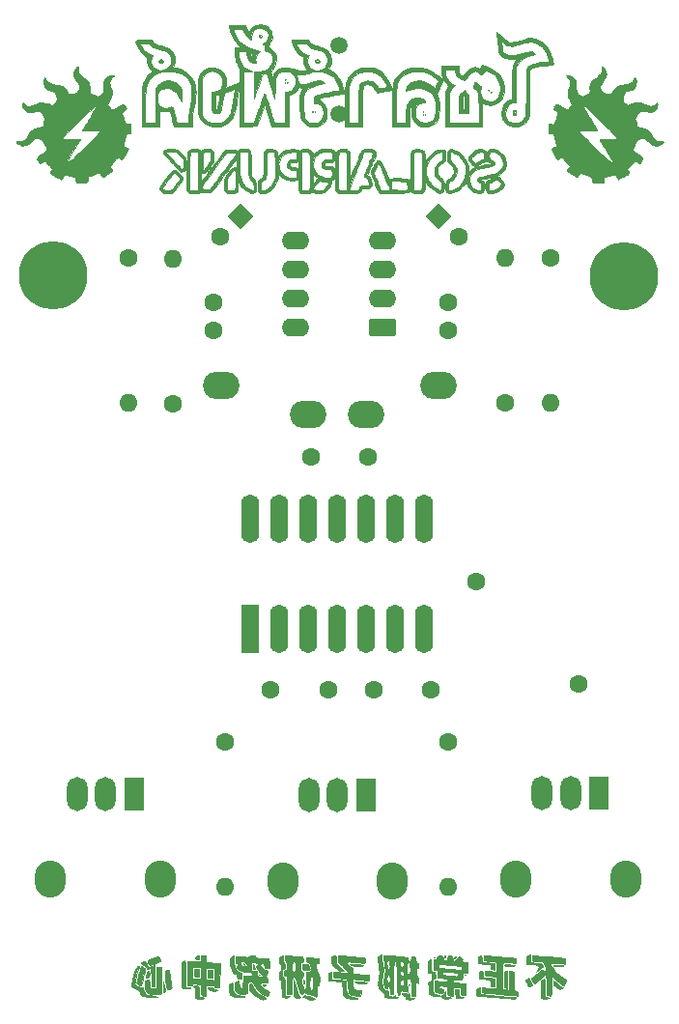
<source format=gbr>
%TF.GenerationSoftware,KiCad,Pcbnew,9.0.0*%
%TF.CreationDate,2025-03-19T15:52:07+01:00*%
%TF.ProjectId,SolarSynth_digilog,536f6c61-7253-4796-9e74-685f64696769,rev?*%
%TF.SameCoordinates,Original*%
%TF.FileFunction,Soldermask,Bot*%
%TF.FilePolarity,Negative*%
%FSLAX46Y46*%
G04 Gerber Fmt 4.6, Leading zero omitted, Abs format (unit mm)*
G04 Created by KiCad (PCBNEW 9.0.0) date 2025-03-19 15:52:07*
%MOMM*%
%LPD*%
G01*
G04 APERTURE LIST*
G04 Aperture macros list*
%AMRoundRect*
0 Rectangle with rounded corners*
0 $1 Rounding radius*
0 $2 $3 $4 $5 $6 $7 $8 $9 X,Y pos of 4 corners*
0 Add a 4 corners polygon primitive as box body*
4,1,4,$2,$3,$4,$5,$6,$7,$8,$9,$2,$3,0*
0 Add four circle primitives for the rounded corners*
1,1,$1+$1,$2,$3*
1,1,$1+$1,$4,$5*
1,1,$1+$1,$6,$7*
1,1,$1+$1,$8,$9*
0 Add four rect primitives between the rounded corners*
20,1,$1+$1,$2,$3,$4,$5,0*
20,1,$1+$1,$4,$5,$6,$7,0*
20,1,$1+$1,$6,$7,$8,$9,0*
20,1,$1+$1,$8,$9,$2,$3,0*%
%AMHorizOval*
0 Thick line with rounded ends*
0 $1 width*
0 $2 $3 position (X,Y) of the first rounded end (center of the circle)*
0 $4 $5 position (X,Y) of the second rounded end (center of the circle)*
0 Add line between two ends*
20,1,$1,$2,$3,$4,$5,0*
0 Add two circle primitives to create the rounded ends*
1,1,$1,$2,$3*
1,1,$1,$4,$5*%
%AMRotRect*
0 Rectangle, with rotation*
0 The origin of the aperture is its center*
0 $1 length*
0 $2 width*
0 $3 Rotation angle, in degrees counterclockwise*
0 Add horizontal line*
21,1,$1,$2,0,0,$3*%
G04 Aperture macros list end*
%ADD10C,0.010000*%
%ADD11RoundRect,0.250000X0.950000X0.550000X-0.950000X0.550000X-0.950000X-0.550000X0.950000X-0.550000X0*%
%ADD12O,2.400000X1.600000*%
%ADD13R,1.600000X4.248000*%
%ADD14O,1.600000X4.248000*%
%ADD15O,3.200000X2.400000*%
%ADD16C,6.000000*%
%ADD17C,1.500000*%
%ADD18C,1.600000*%
%ADD19O,1.600000X1.600000*%
%ADD20RotRect,1.600000X1.600000X225.000000*%
%ADD21HorizOval,1.600000X0.000000X0.000000X0.000000X0.000000X0*%
%ADD22O,2.720000X3.240000*%
%ADD23R,1.800000X3.000000*%
%ADD24O,1.800000X3.000000*%
%ADD25RotRect,1.600000X1.600000X315.000000*%
G04 APERTURE END LIST*
D10*
%TO.C,Ref\u002A\u002A*%
X93321816Y-45148500D02*
X93300649Y-45169666D01*
X93279483Y-45148500D01*
X93300649Y-45127333D01*
X93321816Y-45148500D01*
G36*
X93321816Y-45148500D02*
G01*
X93300649Y-45169666D01*
X93279483Y-45148500D01*
X93300649Y-45127333D01*
X93321816Y-45148500D01*
G37*
X93406483Y-45063833D02*
X93385316Y-45085000D01*
X93364149Y-45063833D01*
X93385316Y-45042666D01*
X93406483Y-45063833D01*
G36*
X93406483Y-45063833D02*
G01*
X93385316Y-45085000D01*
X93364149Y-45063833D01*
X93385316Y-45042666D01*
X93406483Y-45063833D01*
G37*
X110001149Y-116437833D02*
X109979983Y-116459000D01*
X109958816Y-116437833D01*
X109979983Y-116416666D01*
X110001149Y-116437833D01*
G36*
X110001149Y-116437833D02*
G01*
X109979983Y-116459000D01*
X109958816Y-116437833D01*
X109979983Y-116416666D01*
X110001149Y-116437833D01*
G37*
X112244816Y-38248166D02*
X112223649Y-38269333D01*
X112202483Y-38248166D01*
X112223649Y-38227000D01*
X112244816Y-38248166D01*
G36*
X112244816Y-38248166D02*
G01*
X112223649Y-38269333D01*
X112202483Y-38248166D01*
X112223649Y-38227000D01*
X112244816Y-38248166D01*
G37*
X114869483Y-40788166D02*
X114848316Y-40809333D01*
X114827149Y-40788166D01*
X114848316Y-40767000D01*
X114869483Y-40788166D01*
G36*
X114869483Y-40788166D02*
G01*
X114848316Y-40809333D01*
X114827149Y-40788166D01*
X114848316Y-40767000D01*
X114869483Y-40788166D01*
G37*
X123124483Y-117326833D02*
X123103316Y-117348000D01*
X123082149Y-117326833D01*
X123103316Y-117305666D01*
X123124483Y-117326833D01*
G36*
X123124483Y-117326833D02*
G01*
X123103316Y-117348000D01*
X123082149Y-117326833D01*
X123103316Y-117305666D01*
X123124483Y-117326833D01*
G37*
X124352149Y-40788166D02*
X124330983Y-40809333D01*
X124309816Y-40788166D01*
X124330983Y-40767000D01*
X124352149Y-40788166D01*
G36*
X124352149Y-40788166D02*
G01*
X124330983Y-40809333D01*
X124309816Y-40788166D01*
X124330983Y-40767000D01*
X124352149Y-40788166D01*
G37*
X124352149Y-41042166D02*
X124330983Y-41063333D01*
X124309816Y-41042166D01*
X124330983Y-41021000D01*
X124352149Y-41042166D01*
G36*
X124352149Y-41042166D02*
G01*
X124330983Y-41063333D01*
X124309816Y-41042166D01*
X124330983Y-41021000D01*
X124352149Y-41042166D01*
G37*
X124521483Y-41042166D02*
X124500316Y-41063333D01*
X124479149Y-41042166D01*
X124500316Y-41021000D01*
X124521483Y-41042166D01*
G36*
X124521483Y-41042166D02*
G01*
X124500316Y-41063333D01*
X124479149Y-41042166D01*
X124500316Y-41021000D01*
X124521483Y-41042166D01*
G37*
X140692816Y-45063833D02*
X140671649Y-45085000D01*
X140650483Y-45063833D01*
X140671649Y-45042666D01*
X140692816Y-45063833D01*
G36*
X140692816Y-45063833D02*
G01*
X140671649Y-45085000D01*
X140650483Y-45063833D01*
X140671649Y-45042666D01*
X140692816Y-45063833D01*
G37*
X140777483Y-45148500D02*
X140756316Y-45169666D01*
X140735149Y-45148500D01*
X140756316Y-45127333D01*
X140777483Y-45148500D01*
G36*
X140777483Y-45148500D02*
G01*
X140756316Y-45169666D01*
X140735149Y-45148500D01*
X140756316Y-45127333D01*
X140777483Y-45148500D01*
G37*
X125354038Y-114906777D02*
X125360661Y-114919510D01*
X125325816Y-114935000D01*
X125303405Y-114931944D01*
X125297594Y-114906777D01*
X125303799Y-114901711D01*
X125354038Y-114906777D01*
G36*
X125354038Y-114906777D02*
G01*
X125360661Y-114919510D01*
X125325816Y-114935000D01*
X125303405Y-114931944D01*
X125297594Y-114906777D01*
X125303799Y-114901711D01*
X125354038Y-114906777D01*
G37*
X128021038Y-116430777D02*
X128027661Y-116443510D01*
X127992816Y-116459000D01*
X127970405Y-116455944D01*
X127964594Y-116430777D01*
X127970799Y-116425711D01*
X128021038Y-116430777D01*
G36*
X128021038Y-116430777D02*
G01*
X128027661Y-116443510D01*
X127992816Y-116459000D01*
X127970405Y-116455944D01*
X127964594Y-116430777D01*
X127970799Y-116425711D01*
X128021038Y-116430777D01*
G37*
X101390359Y-36315459D02*
X101384734Y-36324076D01*
X101342907Y-36363064D01*
X101322816Y-36345665D01*
X101326600Y-36336143D01*
X101371690Y-36296790D01*
X101395348Y-36286490D01*
X101390359Y-36315459D01*
G36*
X101390359Y-36315459D02*
G01*
X101384734Y-36324076D01*
X101342907Y-36363064D01*
X101322816Y-36345665D01*
X101326600Y-36336143D01*
X101371690Y-36296790D01*
X101395348Y-36286490D01*
X101390359Y-36315459D01*
G37*
X112270025Y-38008792D02*
X112264401Y-38017410D01*
X112222573Y-38056397D01*
X112202483Y-38038998D01*
X112206267Y-38029476D01*
X112251357Y-37990124D01*
X112275015Y-37979823D01*
X112270025Y-38008792D01*
G36*
X112270025Y-38008792D02*
G01*
X112264401Y-38017410D01*
X112222573Y-38056397D01*
X112202483Y-38038998D01*
X112206267Y-38029476D01*
X112251357Y-37990124D01*
X112275015Y-37979823D01*
X112270025Y-38008792D01*
G37*
X112439359Y-38262792D02*
X112426291Y-38281598D01*
X112390484Y-38311666D01*
X112384566Y-38311254D01*
X112375244Y-38286749D01*
X112420690Y-38244124D01*
X112444348Y-38233823D01*
X112439359Y-38262792D01*
G36*
X112439359Y-38262792D02*
G01*
X112426291Y-38281598D01*
X112390484Y-38311666D01*
X112384566Y-38311254D01*
X112375244Y-38286749D01*
X112420690Y-38244124D01*
X112444348Y-38233823D01*
X112439359Y-38262792D01*
G37*
X130125862Y-38896587D02*
X130128910Y-38913874D01*
X130086454Y-38932555D01*
X130070812Y-38932303D01*
X130027255Y-38919724D01*
X130064224Y-38884974D01*
X130076776Y-38879415D01*
X130125862Y-38896587D01*
G36*
X130125862Y-38896587D02*
G01*
X130128910Y-38913874D01*
X130086454Y-38932555D01*
X130070812Y-38932303D01*
X130027255Y-38919724D01*
X130064224Y-38884974D01*
X130076776Y-38879415D01*
X130125862Y-38896587D01*
G37*
X130304025Y-39109459D02*
X130298401Y-39118076D01*
X130256573Y-39157064D01*
X130236483Y-39139665D01*
X130240267Y-39130143D01*
X130285357Y-39090790D01*
X130309015Y-39080490D01*
X130304025Y-39109459D01*
G36*
X130304025Y-39109459D02*
G01*
X130298401Y-39118076D01*
X130256573Y-39157064D01*
X130236483Y-39139665D01*
X130240267Y-39130143D01*
X130285357Y-39090790D01*
X130309015Y-39080490D01*
X130304025Y-39109459D01*
G37*
X108627281Y-115460864D02*
X108680879Y-115525020D01*
X108683197Y-115550506D01*
X108643837Y-115562062D01*
X108623351Y-115552135D01*
X108569754Y-115487979D01*
X108567435Y-115462493D01*
X108606795Y-115450937D01*
X108627281Y-115460864D01*
G36*
X108627281Y-115460864D02*
G01*
X108680879Y-115525020D01*
X108683197Y-115550506D01*
X108643837Y-115562062D01*
X108623351Y-115552135D01*
X108569754Y-115487979D01*
X108567435Y-115462493D01*
X108606795Y-115450937D01*
X108627281Y-115460864D01*
G37*
X114725555Y-40737077D02*
X114700149Y-40788166D01*
X114664912Y-40822481D01*
X114605116Y-40851666D01*
X114590077Y-40839255D01*
X114615483Y-40788166D01*
X114650721Y-40753851D01*
X114710516Y-40724666D01*
X114725555Y-40737077D01*
G36*
X114725555Y-40737077D02*
G01*
X114700149Y-40788166D01*
X114664912Y-40822481D01*
X114605116Y-40851666D01*
X114590077Y-40839255D01*
X114615483Y-40788166D01*
X114650721Y-40753851D01*
X114710516Y-40724666D01*
X114725555Y-40737077D01*
G37*
X126281266Y-114726780D02*
X126312131Y-114763134D01*
X126307452Y-114857561D01*
X126291885Y-114941495D01*
X126270529Y-114959281D01*
X126230117Y-114912970D01*
X126181622Y-114823427D01*
X126184510Y-114750501D01*
X126249818Y-114723333D01*
X126281266Y-114726780D01*
G36*
X126281266Y-114726780D02*
G01*
X126312131Y-114763134D01*
X126307452Y-114857561D01*
X126291885Y-114941495D01*
X126270529Y-114959281D01*
X126230117Y-114912970D01*
X126181622Y-114823427D01*
X126184510Y-114750501D01*
X126249818Y-114723333D01*
X126281266Y-114726780D01*
G37*
X127217175Y-114865093D02*
X127182491Y-114928862D01*
X127126374Y-114999288D01*
X127079551Y-115013836D01*
X127061483Y-114956166D01*
X127063441Y-114927228D01*
X127079187Y-114892666D01*
X127098594Y-114888724D01*
X127168046Y-114865362D01*
X127199328Y-114854769D01*
X127217175Y-114865093D01*
G36*
X127217175Y-114865093D02*
G01*
X127182491Y-114928862D01*
X127126374Y-114999288D01*
X127079551Y-115013836D01*
X127061483Y-114956166D01*
X127063441Y-114927228D01*
X127079187Y-114892666D01*
X127098594Y-114888724D01*
X127168046Y-114865362D01*
X127199328Y-114854769D01*
X127217175Y-114865093D01*
G37*
X104667149Y-116586000D02*
X104481941Y-116586000D01*
X104430085Y-116585551D01*
X104338093Y-116574635D01*
X104293780Y-116536285D01*
X104270274Y-116453708D01*
X104263597Y-116413620D01*
X104249451Y-116270168D01*
X104243816Y-116115041D01*
X104243816Y-115908666D01*
X104667149Y-115908666D01*
X104667149Y-116586000D01*
G36*
X104667149Y-116586000D02*
G01*
X104481941Y-116586000D01*
X104430085Y-116585551D01*
X104338093Y-116574635D01*
X104293780Y-116536285D01*
X104270274Y-116453708D01*
X104263597Y-116413620D01*
X104249451Y-116270168D01*
X104243816Y-116115041D01*
X104243816Y-115908666D01*
X104667149Y-115908666D01*
X104667149Y-116586000D01*
G37*
X105894816Y-116043838D02*
X105894816Y-116378419D01*
X105894829Y-116406641D01*
X105892919Y-116568013D01*
X105878343Y-116661701D01*
X105838262Y-116702622D01*
X105759838Y-116705692D01*
X105630233Y-116685828D01*
X105471483Y-116659588D01*
X105471457Y-116337044D01*
X105471430Y-116014500D01*
X105894816Y-116043838D01*
G36*
X105894816Y-116043838D02*
G01*
X105894816Y-116378419D01*
X105894829Y-116406641D01*
X105892919Y-116568013D01*
X105878343Y-116661701D01*
X105838262Y-116702622D01*
X105759838Y-116705692D01*
X105630233Y-116685828D01*
X105471483Y-116659588D01*
X105471457Y-116337044D01*
X105471430Y-116014500D01*
X105894816Y-116043838D01*
G37*
X109495095Y-115718166D02*
X109527595Y-115802247D01*
X109563719Y-115898569D01*
X109577782Y-115940416D01*
X109562056Y-115946545D01*
X109493149Y-115951000D01*
X109467458Y-115949313D01*
X109429711Y-115926132D01*
X109413251Y-115859433D01*
X109410463Y-115728750D01*
X109412443Y-115506500D01*
X109495095Y-115718166D01*
G36*
X109495095Y-115718166D02*
G01*
X109527595Y-115802247D01*
X109563719Y-115898569D01*
X109577782Y-115940416D01*
X109562056Y-115946545D01*
X109493149Y-115951000D01*
X109467458Y-115949313D01*
X109429711Y-115926132D01*
X109413251Y-115859433D01*
X109410463Y-115728750D01*
X109412443Y-115506500D01*
X109495095Y-115718166D01*
G37*
X110485533Y-117307705D02*
X110564616Y-117313808D01*
X110576311Y-117332237D01*
X110532808Y-117370513D01*
X110473821Y-117408791D01*
X110378600Y-117426866D01*
X110297483Y-117369166D01*
X110290630Y-117360619D01*
X110277039Y-117325512D01*
X110318564Y-117309939D01*
X110429883Y-117307013D01*
X110485533Y-117307705D01*
G36*
X110485533Y-117307705D02*
G01*
X110564616Y-117313808D01*
X110576311Y-117332237D01*
X110532808Y-117370513D01*
X110473821Y-117408791D01*
X110378600Y-117426866D01*
X110297483Y-117369166D01*
X110290630Y-117360619D01*
X110277039Y-117325512D01*
X110318564Y-117309939D01*
X110429883Y-117307013D01*
X110485533Y-117307705D01*
G37*
X113867283Y-116851435D02*
X113886073Y-116923915D01*
X113891596Y-117041083D01*
X113890835Y-117072656D01*
X113885209Y-117166687D01*
X113873775Y-117185373D01*
X113853483Y-117136333D01*
X113842124Y-117097881D01*
X113818530Y-116969820D01*
X113822316Y-116876256D01*
X113853483Y-116840000D01*
X113867283Y-116851435D01*
G36*
X113867283Y-116851435D02*
G01*
X113886073Y-116923915D01*
X113891596Y-117041083D01*
X113890835Y-117072656D01*
X113885209Y-117166687D01*
X113873775Y-117185373D01*
X113853483Y-117136333D01*
X113842124Y-117097881D01*
X113818530Y-116969820D01*
X113822316Y-116876256D01*
X113853483Y-116840000D01*
X113867283Y-116851435D01*
G37*
X131702204Y-116241578D02*
X131699920Y-116257770D01*
X131690792Y-116373351D01*
X131683331Y-116547998D01*
X131678255Y-116760944D01*
X131676282Y-116991418D01*
X131675816Y-117587336D01*
X131548816Y-117568696D01*
X131421816Y-117550057D01*
X131421816Y-116183383D01*
X131574738Y-116135519D01*
X131727661Y-116087656D01*
X131702204Y-116241578D01*
G36*
X131702204Y-116241578D02*
G01*
X131699920Y-116257770D01*
X131690792Y-116373351D01*
X131683331Y-116547998D01*
X131678255Y-116760944D01*
X131676282Y-116991418D01*
X131675816Y-117587336D01*
X131548816Y-117568696D01*
X131421816Y-117550057D01*
X131421816Y-116183383D01*
X131574738Y-116135519D01*
X131727661Y-116087656D01*
X131702204Y-116241578D01*
G37*
X113083249Y-117136333D02*
X113130458Y-117349725D01*
X113227782Y-117694172D01*
X113338265Y-117983417D01*
X113456757Y-118202751D01*
X113593220Y-118405535D01*
X113458768Y-118444449D01*
X113352520Y-118473073D01*
X113270110Y-118477356D01*
X113203119Y-118439394D01*
X113115655Y-118349228D01*
X112985649Y-118207457D01*
X113006816Y-117534312D01*
X113027983Y-116861166D01*
X113083249Y-117136333D01*
G36*
X113083249Y-117136333D02*
G01*
X113130458Y-117349725D01*
X113227782Y-117694172D01*
X113338265Y-117983417D01*
X113456757Y-118202751D01*
X113593220Y-118405535D01*
X113458768Y-118444449D01*
X113352520Y-118473073D01*
X113270110Y-118477356D01*
X113203119Y-118439394D01*
X113115655Y-118349228D01*
X112985649Y-118207457D01*
X113006816Y-117534312D01*
X113027983Y-116861166D01*
X113083249Y-117136333D01*
G37*
X101666955Y-117473764D02*
X101671507Y-117495486D01*
X101707643Y-117673976D01*
X101725876Y-117789046D01*
X101726592Y-117858208D01*
X101710179Y-117898971D01*
X101677024Y-117928848D01*
X101645912Y-117950331D01*
X101572226Y-117979269D01*
X101541829Y-117938631D01*
X101549645Y-117824250D01*
X101562329Y-117715294D01*
X101573674Y-117547058D01*
X101579356Y-117369166D01*
X101582828Y-117072833D01*
X101666955Y-117473764D01*
G36*
X101666955Y-117473764D02*
G01*
X101671507Y-117495486D01*
X101707643Y-117673976D01*
X101725876Y-117789046D01*
X101726592Y-117858208D01*
X101710179Y-117898971D01*
X101677024Y-117928848D01*
X101645912Y-117950331D01*
X101572226Y-117979269D01*
X101541829Y-117938631D01*
X101549645Y-117824250D01*
X101562329Y-117715294D01*
X101573674Y-117547058D01*
X101579356Y-117369166D01*
X101582828Y-117072833D01*
X101666955Y-117473764D01*
G37*
X104693877Y-114735949D02*
X104698569Y-114745915D01*
X104701678Y-114819221D01*
X104688798Y-114932147D01*
X104685961Y-114948614D01*
X104660123Y-115050830D01*
X104617946Y-115094883D01*
X104538927Y-115104333D01*
X104438854Y-115089986D01*
X104381375Y-115030191D01*
X104387459Y-114916786D01*
X104395343Y-114896440D01*
X104455345Y-114825753D01*
X104544704Y-114763874D01*
X104634015Y-114728155D01*
X104693877Y-114735949D01*
G36*
X104693877Y-114735949D02*
G01*
X104698569Y-114745915D01*
X104701678Y-114819221D01*
X104688798Y-114932147D01*
X104685961Y-114948614D01*
X104660123Y-115050830D01*
X104617946Y-115094883D01*
X104538927Y-115104333D01*
X104438854Y-115089986D01*
X104381375Y-115030191D01*
X104387459Y-114916786D01*
X104395343Y-114896440D01*
X104455345Y-114825753D01*
X104544704Y-114763874D01*
X104634015Y-114728155D01*
X104693877Y-114735949D01*
G37*
X133762410Y-117031961D02*
X133917870Y-117346141D01*
X133802260Y-117408875D01*
X133706810Y-117453077D01*
X133634342Y-117473305D01*
X133629048Y-117472463D01*
X133581265Y-117427572D01*
X133516844Y-117331459D01*
X133448168Y-117207867D01*
X133387618Y-117080542D01*
X133347577Y-116973228D01*
X133340426Y-116909671D01*
X133341626Y-116906990D01*
X133392901Y-116852230D01*
X133483329Y-116789474D01*
X133606950Y-116717782D01*
X133762410Y-117031961D01*
G36*
X133762410Y-117031961D02*
G01*
X133917870Y-117346141D01*
X133802260Y-117408875D01*
X133706810Y-117453077D01*
X133634342Y-117473305D01*
X133629048Y-117472463D01*
X133581265Y-117427572D01*
X133516844Y-117331459D01*
X133448168Y-117207867D01*
X133387618Y-117080542D01*
X133347577Y-116973228D01*
X133340426Y-116909671D01*
X133341626Y-116906990D01*
X133392901Y-116852230D01*
X133483329Y-116789474D01*
X133606950Y-116717782D01*
X133762410Y-117031961D01*
G37*
X118298483Y-115504344D02*
X118437588Y-115513823D01*
X118715064Y-115535486D01*
X118914739Y-115556035D01*
X119041447Y-115576156D01*
X119100023Y-115596540D01*
X119095300Y-115617874D01*
X119057347Y-115628648D01*
X118945797Y-115641496D01*
X118784772Y-115650351D01*
X118594816Y-115653739D01*
X118456141Y-115653053D01*
X118289833Y-115647192D01*
X118175615Y-115632774D01*
X118093453Y-115606724D01*
X118023316Y-115565965D01*
X117896316Y-115477822D01*
X118298483Y-115504344D01*
G36*
X118298483Y-115504344D02*
G01*
X118437588Y-115513823D01*
X118715064Y-115535486D01*
X118914739Y-115556035D01*
X119041447Y-115576156D01*
X119100023Y-115596540D01*
X119095300Y-115617874D01*
X119057347Y-115628648D01*
X118945797Y-115641496D01*
X118784772Y-115650351D01*
X118594816Y-115653739D01*
X118456141Y-115653053D01*
X118289833Y-115647192D01*
X118175615Y-115632774D01*
X118093453Y-115606724D01*
X118023316Y-115565965D01*
X117896316Y-115477822D01*
X118298483Y-115504344D01*
G37*
X131838552Y-115533838D02*
X132120316Y-115556402D01*
X132210213Y-115565089D01*
X132322493Y-115578518D01*
X132366253Y-115592237D01*
X132351851Y-115611442D01*
X132289649Y-115641328D01*
X132140980Y-115677006D01*
X131950983Y-115676762D01*
X131891864Y-115671313D01*
X131723026Y-115659795D01*
X131580566Y-115655034D01*
X131549761Y-115654440D01*
X131451897Y-115636770D01*
X131421816Y-115591166D01*
X131433389Y-115564980D01*
X131500962Y-115537835D01*
X131634058Y-115527552D01*
X131838552Y-115533838D01*
G36*
X131838552Y-115533838D02*
G01*
X132120316Y-115556402D01*
X132210213Y-115565089D01*
X132322493Y-115578518D01*
X132366253Y-115592237D01*
X132351851Y-115611442D01*
X132289649Y-115641328D01*
X132140980Y-115677006D01*
X131950983Y-115676762D01*
X131891864Y-115671313D01*
X131723026Y-115659795D01*
X131580566Y-115655034D01*
X131549761Y-115654440D01*
X131451897Y-115636770D01*
X131421816Y-115591166D01*
X131433389Y-115564980D01*
X131500962Y-115537835D01*
X131634058Y-115527552D01*
X131838552Y-115533838D01*
G37*
X136269838Y-115584147D02*
X136480649Y-115608819D01*
X136577233Y-115623951D01*
X136642965Y-115640514D01*
X136642618Y-115659574D01*
X136586483Y-115688922D01*
X136572271Y-115694027D01*
X136472204Y-115708864D01*
X136323197Y-115715177D01*
X136151941Y-115713634D01*
X135985124Y-115704901D01*
X135849436Y-115689648D01*
X135771566Y-115668540D01*
X135750887Y-115653849D01*
X135743000Y-115617563D01*
X135803051Y-115591431D01*
X135918940Y-115576472D01*
X136078568Y-115573704D01*
X136269838Y-115584147D01*
G36*
X136269838Y-115584147D02*
G01*
X136480649Y-115608819D01*
X136577233Y-115623951D01*
X136642965Y-115640514D01*
X136642618Y-115659574D01*
X136586483Y-115688922D01*
X136572271Y-115694027D01*
X136472204Y-115708864D01*
X136323197Y-115715177D01*
X136151941Y-115713634D01*
X135985124Y-115704901D01*
X135849436Y-115689648D01*
X135771566Y-115668540D01*
X135750887Y-115653849D01*
X135743000Y-115617563D01*
X135803051Y-115591431D01*
X135918940Y-115576472D01*
X136078568Y-115573704D01*
X136269838Y-115584147D01*
G37*
X100306433Y-116120333D02*
X100319916Y-116152261D01*
X100337112Y-116259266D01*
X100338988Y-116395500D01*
X100332883Y-116486132D01*
X100313839Y-116573246D01*
X100268378Y-116620645D01*
X100179816Y-116655589D01*
X100156408Y-116663013D01*
X100062607Y-116687529D01*
X100017150Y-116690478D01*
X100013961Y-116667195D01*
X100030331Y-116582518D01*
X100065460Y-116461823D01*
X100110840Y-116330898D01*
X100157961Y-116215528D01*
X100198314Y-116141500D01*
X100223268Y-116110495D01*
X100266762Y-116082701D01*
X100306433Y-116120333D01*
G36*
X100306433Y-116120333D02*
G01*
X100319916Y-116152261D01*
X100337112Y-116259266D01*
X100338988Y-116395500D01*
X100332883Y-116486132D01*
X100313839Y-116573246D01*
X100268378Y-116620645D01*
X100179816Y-116655589D01*
X100156408Y-116663013D01*
X100062607Y-116687529D01*
X100017150Y-116690478D01*
X100013961Y-116667195D01*
X100030331Y-116582518D01*
X100065460Y-116461823D01*
X100110840Y-116330898D01*
X100157961Y-116215528D01*
X100198314Y-116141500D01*
X100223268Y-116110495D01*
X100266762Y-116082701D01*
X100306433Y-116120333D01*
G37*
X116653553Y-114725372D02*
X116672105Y-114780572D01*
X116684990Y-114896735D01*
X116689816Y-115054490D01*
X116689816Y-115385648D01*
X117399138Y-116078000D01*
X117182060Y-116075024D01*
X117105578Y-116072357D01*
X116978555Y-116060558D01*
X116900167Y-116043274D01*
X116880736Y-116030918D01*
X116804374Y-115965079D01*
X116695899Y-115859371D01*
X116572084Y-115729817D01*
X116308816Y-115445135D01*
X116308816Y-114866014D01*
X116458419Y-114794673D01*
X116485075Y-114782260D01*
X116586989Y-114740281D01*
X116648919Y-114723333D01*
X116653553Y-114725372D01*
G36*
X116653553Y-114725372D02*
G01*
X116672105Y-114780572D01*
X116684990Y-114896735D01*
X116689816Y-115054490D01*
X116689816Y-115385648D01*
X117399138Y-116078000D01*
X117182060Y-116075024D01*
X117105578Y-116072357D01*
X116978555Y-116060558D01*
X116900167Y-116043274D01*
X116880736Y-116030918D01*
X116804374Y-115965079D01*
X116695899Y-115859371D01*
X116572084Y-115729817D01*
X116308816Y-115445135D01*
X116308816Y-114866014D01*
X116458419Y-114794673D01*
X116485075Y-114782260D01*
X116586989Y-114740281D01*
X116648919Y-114723333D01*
X116653553Y-114725372D01*
G37*
X114203164Y-115508461D02*
X114233428Y-115535698D01*
X114288236Y-115624533D01*
X114343675Y-115744940D01*
X114386588Y-115867204D01*
X114403816Y-115961610D01*
X114383125Y-115976230D01*
X114298783Y-115988381D01*
X114171614Y-115988715D01*
X114077169Y-115986829D01*
X113965778Y-115992632D01*
X113910559Y-116006813D01*
X113897748Y-116016401D01*
X113825261Y-116035666D01*
X113796247Y-116017575D01*
X113775263Y-115938481D01*
X113768816Y-115786473D01*
X113768816Y-115537280D01*
X113951966Y-115509814D01*
X113996068Y-115504183D01*
X114120483Y-115498212D01*
X114203164Y-115508461D01*
G36*
X114203164Y-115508461D02*
G01*
X114233428Y-115535698D01*
X114288236Y-115624533D01*
X114343675Y-115744940D01*
X114386588Y-115867204D01*
X114403816Y-115961610D01*
X114383125Y-115976230D01*
X114298783Y-115988381D01*
X114171614Y-115988715D01*
X114077169Y-115986829D01*
X113965778Y-115992632D01*
X113910559Y-116006813D01*
X113897748Y-116016401D01*
X113825261Y-116035666D01*
X113796247Y-116017575D01*
X113775263Y-115938481D01*
X113768816Y-115786473D01*
X113768816Y-115537280D01*
X113951966Y-115509814D01*
X113996068Y-115504183D01*
X114120483Y-115498212D01*
X114203164Y-115508461D01*
G37*
X118647733Y-117025717D02*
X118835865Y-117042640D01*
X119076611Y-117065318D01*
X119249245Y-117083590D01*
X119363816Y-117098886D01*
X119430372Y-117112635D01*
X119458962Y-117126266D01*
X119459636Y-117141209D01*
X119455428Y-117144890D01*
X119390309Y-117159748D01*
X119265675Y-117170387D01*
X119102193Y-117176574D01*
X118920528Y-117178080D01*
X118741348Y-117174675D01*
X118585319Y-117166128D01*
X118473108Y-117152208D01*
X118379042Y-117116197D01*
X118340816Y-117062071D01*
X118349811Y-117033464D01*
X118392826Y-117015966D01*
X118486620Y-117014037D01*
X118647733Y-117025717D01*
G36*
X118647733Y-117025717D02*
G01*
X118835865Y-117042640D01*
X119076611Y-117065318D01*
X119249245Y-117083590D01*
X119363816Y-117098886D01*
X119430372Y-117112635D01*
X119458962Y-117126266D01*
X119459636Y-117141209D01*
X119455428Y-117144890D01*
X119390309Y-117159748D01*
X119265675Y-117170387D01*
X119102193Y-117176574D01*
X118920528Y-117178080D01*
X118741348Y-117174675D01*
X118585319Y-117166128D01*
X118473108Y-117152208D01*
X118379042Y-117116197D01*
X118340816Y-117062071D01*
X118349811Y-117033464D01*
X118392826Y-117015966D01*
X118486620Y-117014037D01*
X118647733Y-117025717D01*
G37*
X105677860Y-117517337D02*
X105805161Y-117524642D01*
X105875833Y-117552914D01*
X105916528Y-117612583D01*
X105952903Y-117666445D01*
X106031309Y-117707137D01*
X106169983Y-117731198D01*
X106260307Y-117742867D01*
X106318618Y-117761103D01*
X106295040Y-117787817D01*
X106191149Y-117830397D01*
X106145273Y-117838775D01*
X106030049Y-117844498D01*
X105885819Y-117841748D01*
X105799891Y-117834098D01*
X105622578Y-117787842D01*
X105510540Y-117706763D01*
X105471483Y-117595438D01*
X105471567Y-117590026D01*
X105488464Y-117544376D01*
X105548849Y-117522777D01*
X105673111Y-117517333D01*
X105677860Y-117517337D01*
G36*
X105677860Y-117517337D02*
G01*
X105805161Y-117524642D01*
X105875833Y-117552914D01*
X105916528Y-117612583D01*
X105952903Y-117666445D01*
X106031309Y-117707137D01*
X106169983Y-117731198D01*
X106260307Y-117742867D01*
X106318618Y-117761103D01*
X106295040Y-117787817D01*
X106191149Y-117830397D01*
X106145273Y-117838775D01*
X106030049Y-117844498D01*
X105885819Y-117841748D01*
X105799891Y-117834098D01*
X105622578Y-117787842D01*
X105510540Y-117706763D01*
X105471483Y-117595438D01*
X105471567Y-117590026D01*
X105488464Y-117544376D01*
X105548849Y-117522777D01*
X105673111Y-117517333D01*
X105677860Y-117517337D01*
G37*
X110197507Y-34226500D02*
X110195209Y-34231912D01*
X110133607Y-34281642D01*
X110043556Y-34281918D01*
X109963269Y-34231865D01*
X109958108Y-34225295D01*
X109935426Y-34144373D01*
X109976543Y-34144373D01*
X109987104Y-34161712D01*
X110015642Y-34164900D01*
X110103520Y-34188695D01*
X110139327Y-34195514D01*
X110170483Y-34170027D01*
X110160319Y-34129742D01*
X110100672Y-34094579D01*
X110012068Y-34117088D01*
X109976543Y-34144373D01*
X109935426Y-34144373D01*
X109933819Y-34138640D01*
X109976353Y-34066287D01*
X110070507Y-34036000D01*
X110142484Y-34051271D01*
X110203813Y-34120597D01*
X110200869Y-34170027D01*
X110197507Y-34226500D01*
G36*
X110197507Y-34226500D02*
G01*
X110195209Y-34231912D01*
X110133607Y-34281642D01*
X110043556Y-34281918D01*
X109963269Y-34231865D01*
X109958108Y-34225295D01*
X109935426Y-34144373D01*
X109976543Y-34144373D01*
X109987104Y-34161712D01*
X110015642Y-34164900D01*
X110103520Y-34188695D01*
X110139327Y-34195514D01*
X110170483Y-34170027D01*
X110160319Y-34129742D01*
X110100672Y-34094579D01*
X110012068Y-34117088D01*
X109976543Y-34144373D01*
X109935426Y-34144373D01*
X109933819Y-34138640D01*
X109976353Y-34066287D01*
X110070507Y-34036000D01*
X110142484Y-34051271D01*
X110203813Y-34120597D01*
X110200869Y-34170027D01*
X110197507Y-34226500D01*
G37*
X127484816Y-117999637D02*
X127487159Y-118146387D01*
X127503504Y-118266412D01*
X127546564Y-118331658D01*
X127628994Y-118358672D01*
X127763445Y-118364000D01*
X127825184Y-118368160D01*
X127895903Y-118392740D01*
X127901979Y-118428276D01*
X127834066Y-118461818D01*
X127759996Y-118476985D01*
X127600184Y-118484681D01*
X127390285Y-118464818D01*
X127199269Y-118438636D01*
X127173719Y-118179068D01*
X127160661Y-118060834D01*
X127140038Y-117909076D01*
X127121057Y-117803083D01*
X127110585Y-117752025D01*
X127118017Y-117706726D01*
X127171117Y-117689434D01*
X127289381Y-117686666D01*
X127484816Y-117686666D01*
X127484816Y-117999637D01*
G36*
X127484816Y-117999637D02*
G01*
X127487159Y-118146387D01*
X127503504Y-118266412D01*
X127546564Y-118331658D01*
X127628994Y-118358672D01*
X127763445Y-118364000D01*
X127825184Y-118368160D01*
X127895903Y-118392740D01*
X127901979Y-118428276D01*
X127834066Y-118461818D01*
X127759996Y-118476985D01*
X127600184Y-118484681D01*
X127390285Y-118464818D01*
X127199269Y-118438636D01*
X127173719Y-118179068D01*
X127160661Y-118060834D01*
X127140038Y-117909076D01*
X127121057Y-117803083D01*
X127110585Y-117752025D01*
X127118017Y-117706726D01*
X127171117Y-117689434D01*
X127289381Y-117686666D01*
X127484816Y-117686666D01*
X127484816Y-117999637D01*
G37*
X135799300Y-116986859D02*
X135880409Y-117049703D01*
X135987320Y-117140601D01*
X136073360Y-117212267D01*
X136231878Y-117330658D01*
X136374816Y-117423301D01*
X136446008Y-117464334D01*
X136539263Y-117519088D01*
X136583392Y-117546471D01*
X136575430Y-117570531D01*
X136519892Y-117622257D01*
X136442235Y-117665882D01*
X136324172Y-117678649D01*
X136178369Y-117635041D01*
X135989614Y-117532482D01*
X135909377Y-117482578D01*
X135811479Y-117414301D01*
X135761126Y-117355071D01*
X135742509Y-117282112D01*
X135739816Y-117172649D01*
X135741361Y-117102003D01*
X135750483Y-117005034D01*
X135765070Y-116967000D01*
X135799300Y-116986859D01*
G36*
X135799300Y-116986859D02*
G01*
X135880409Y-117049703D01*
X135987320Y-117140601D01*
X136073360Y-117212267D01*
X136231878Y-117330658D01*
X136374816Y-117423301D01*
X136446008Y-117464334D01*
X136539263Y-117519088D01*
X136583392Y-117546471D01*
X136575430Y-117570531D01*
X136519892Y-117622257D01*
X136442235Y-117665882D01*
X136324172Y-117678649D01*
X136178369Y-117635041D01*
X135989614Y-117532482D01*
X135909377Y-117482578D01*
X135811479Y-117414301D01*
X135761126Y-117355071D01*
X135742509Y-117282112D01*
X135739816Y-117172649D01*
X135741361Y-117102003D01*
X135750483Y-117005034D01*
X135765070Y-116967000D01*
X135799300Y-116986859D01*
G37*
X132427612Y-40675037D02*
X132473632Y-40765406D01*
X132477716Y-40799515D01*
X132470350Y-40842092D01*
X132427825Y-40818608D01*
X132364167Y-40791259D01*
X132286176Y-40828193D01*
X132248299Y-40857416D01*
X132230021Y-40890338D01*
X132279066Y-40916672D01*
X132323979Y-40927653D01*
X132416649Y-40921024D01*
X132433143Y-40917763D01*
X132473045Y-40947543D01*
X132482018Y-41012791D01*
X132451927Y-41077444D01*
X132413947Y-41098744D01*
X132320010Y-41099192D01*
X132234616Y-41054866D01*
X132203860Y-41002077D01*
X132185480Y-40887137D01*
X132199691Y-40767080D01*
X132245283Y-40684021D01*
X132341711Y-40644769D01*
X132427612Y-40675037D01*
G36*
X132427612Y-40675037D02*
G01*
X132473632Y-40765406D01*
X132477716Y-40799515D01*
X132470350Y-40842092D01*
X132427825Y-40818608D01*
X132364167Y-40791259D01*
X132286176Y-40828193D01*
X132248299Y-40857416D01*
X132230021Y-40890338D01*
X132279066Y-40916672D01*
X132323979Y-40927653D01*
X132416649Y-40921024D01*
X132433143Y-40917763D01*
X132473045Y-40947543D01*
X132482018Y-41012791D01*
X132451927Y-41077444D01*
X132413947Y-41098744D01*
X132320010Y-41099192D01*
X132234616Y-41054866D01*
X132203860Y-41002077D01*
X132185480Y-40887137D01*
X132199691Y-40767080D01*
X132245283Y-40684021D01*
X132341711Y-40644769D01*
X132427612Y-40675037D01*
G37*
X101231839Y-114948769D02*
X101256021Y-114988791D01*
X101315577Y-115095522D01*
X101338028Y-115173116D01*
X101314930Y-115233316D01*
X101237836Y-115287863D01*
X101098300Y-115348500D01*
X100887876Y-115426969D01*
X100702151Y-115494695D01*
X100543820Y-115551558D01*
X100431448Y-115590937D01*
X100381760Y-115606886D01*
X100347729Y-115579180D01*
X100295599Y-115498900D01*
X100240756Y-115393258D01*
X100197421Y-115289780D01*
X100179816Y-115215994D01*
X100180419Y-115204202D01*
X100190660Y-115178556D01*
X100222721Y-115152217D01*
X100288283Y-115119903D01*
X100399023Y-115076333D01*
X100566619Y-115016227D01*
X100802749Y-114934303D01*
X101150515Y-114814371D01*
X101231839Y-114948769D01*
G36*
X101231839Y-114948769D02*
G01*
X101256021Y-114988791D01*
X101315577Y-115095522D01*
X101338028Y-115173116D01*
X101314930Y-115233316D01*
X101237836Y-115287863D01*
X101098300Y-115348500D01*
X100887876Y-115426969D01*
X100702151Y-115494695D01*
X100543820Y-115551558D01*
X100431448Y-115590937D01*
X100381760Y-115606886D01*
X100347729Y-115579180D01*
X100295599Y-115498900D01*
X100240756Y-115393258D01*
X100197421Y-115289780D01*
X100179816Y-115215994D01*
X100180419Y-115204202D01*
X100190660Y-115178556D01*
X100222721Y-115152217D01*
X100288283Y-115119903D01*
X100399023Y-115076333D01*
X100566619Y-115016227D01*
X100802749Y-114934303D01*
X101150515Y-114814371D01*
X101231839Y-114948769D01*
G37*
X101545979Y-36366477D02*
X101529024Y-36463793D01*
X101433344Y-36533182D01*
X101430805Y-36534143D01*
X101319000Y-36537262D01*
X101216786Y-36482463D01*
X101160570Y-36388991D01*
X101164116Y-36331644D01*
X101257452Y-36331644D01*
X101265174Y-36427833D01*
X101283290Y-36457162D01*
X101349841Y-36491333D01*
X101380464Y-36484107D01*
X101434507Y-36427833D01*
X101445429Y-36355498D01*
X101415978Y-36272578D01*
X101349841Y-36237333D01*
X101297735Y-36257661D01*
X101257452Y-36331644D01*
X101164116Y-36331644D01*
X101165622Y-36307294D01*
X101224378Y-36233555D01*
X101317954Y-36200073D01*
X101420889Y-36214509D01*
X101507722Y-36284526D01*
X101540854Y-36355498D01*
X101545979Y-36366477D01*
G36*
X101545979Y-36366477D02*
G01*
X101529024Y-36463793D01*
X101433344Y-36533182D01*
X101430805Y-36534143D01*
X101319000Y-36537262D01*
X101216786Y-36482463D01*
X101160570Y-36388991D01*
X101164116Y-36331644D01*
X101257452Y-36331644D01*
X101265174Y-36427833D01*
X101283290Y-36457162D01*
X101349841Y-36491333D01*
X101380464Y-36484107D01*
X101434507Y-36427833D01*
X101445429Y-36355498D01*
X101415978Y-36272578D01*
X101349841Y-36237333D01*
X101297735Y-36257661D01*
X101257452Y-36331644D01*
X101164116Y-36331644D01*
X101165622Y-36307294D01*
X101224378Y-36233555D01*
X101317954Y-36200073D01*
X101420889Y-36214509D01*
X101507722Y-36284526D01*
X101540854Y-36355498D01*
X101545979Y-36366477D01*
G37*
X113961756Y-118239024D02*
X114005059Y-118260432D01*
X114115458Y-118293137D01*
X114257056Y-118321895D01*
X114360972Y-118343113D01*
X114490237Y-118382444D01*
X114568416Y-118422934D01*
X114643346Y-118470902D01*
X114757089Y-118514467D01*
X114782855Y-118521377D01*
X114840034Y-118549285D01*
X114820589Y-118580617D01*
X114768750Y-118596592D01*
X114651649Y-118611389D01*
X114504230Y-118617351D01*
X114431051Y-118616780D01*
X114307500Y-118607036D01*
X114233836Y-118580084D01*
X114185868Y-118529229D01*
X114176350Y-118516224D01*
X114083513Y-118452294D01*
X113924709Y-118417665D01*
X113722491Y-118394872D01*
X113816036Y-118295298D01*
X113823787Y-118287177D01*
X113902742Y-118227758D01*
X113961756Y-118239024D01*
G36*
X113961756Y-118239024D02*
G01*
X114005059Y-118260432D01*
X114115458Y-118293137D01*
X114257056Y-118321895D01*
X114360972Y-118343113D01*
X114490237Y-118382444D01*
X114568416Y-118422934D01*
X114643346Y-118470902D01*
X114757089Y-118514467D01*
X114782855Y-118521377D01*
X114840034Y-118549285D01*
X114820589Y-118580617D01*
X114768750Y-118596592D01*
X114651649Y-118611389D01*
X114504230Y-118617351D01*
X114431051Y-118616780D01*
X114307500Y-118607036D01*
X114233836Y-118580084D01*
X114185868Y-118529229D01*
X114176350Y-118516224D01*
X114083513Y-118452294D01*
X113924709Y-118417665D01*
X113722491Y-118394872D01*
X113816036Y-118295298D01*
X113823787Y-118287177D01*
X113902742Y-118227758D01*
X113961756Y-118239024D01*
G37*
X122588366Y-118019872D02*
X122726628Y-118052964D01*
X122834566Y-118077444D01*
X122964810Y-118096697D01*
X123046737Y-118095923D01*
X123065288Y-118092002D01*
X123103302Y-118102172D01*
X123120469Y-118159757D01*
X123124483Y-118283296D01*
X123124483Y-118491000D01*
X123568983Y-118497876D01*
X123441983Y-118556028D01*
X123385292Y-118579021D01*
X123190974Y-118614502D01*
X122960441Y-118591541D01*
X122905637Y-118577880D01*
X122843316Y-118534665D01*
X122828149Y-118448558D01*
X122813104Y-118353771D01*
X122738243Y-118265587D01*
X122596588Y-118227397D01*
X122522660Y-118211444D01*
X122455252Y-118149509D01*
X122461178Y-118049837D01*
X122472664Y-118028992D01*
X122510500Y-118011961D01*
X122588366Y-118019872D01*
G36*
X122588366Y-118019872D02*
G01*
X122726628Y-118052964D01*
X122834566Y-118077444D01*
X122964810Y-118096697D01*
X123046737Y-118095923D01*
X123065288Y-118092002D01*
X123103302Y-118102172D01*
X123120469Y-118159757D01*
X123124483Y-118283296D01*
X123124483Y-118491000D01*
X123568983Y-118497876D01*
X123441983Y-118556028D01*
X123385292Y-118579021D01*
X123190974Y-118614502D01*
X122960441Y-118591541D01*
X122905637Y-118577880D01*
X122843316Y-118534665D01*
X122828149Y-118448558D01*
X122813104Y-118353771D01*
X122738243Y-118265587D01*
X122596588Y-118227397D01*
X122522660Y-118211444D01*
X122455252Y-118149509D01*
X122461178Y-118049837D01*
X122472664Y-118028992D01*
X122510500Y-118011961D01*
X122588366Y-118019872D01*
G37*
X126298786Y-118119776D02*
X126298696Y-118179824D01*
X126302117Y-118278335D01*
X126323728Y-118338708D01*
X126379691Y-118374855D01*
X126486166Y-118400689D01*
X126659316Y-118430122D01*
X126758685Y-118450555D01*
X126784330Y-118469352D01*
X126743983Y-118493085D01*
X126651790Y-118515197D01*
X126489237Y-118528234D01*
X126301231Y-118525444D01*
X126119566Y-118506161D01*
X126081897Y-118499047D01*
X125988642Y-118462495D01*
X125960816Y-118403292D01*
X125953632Y-118360334D01*
X125907899Y-118293312D01*
X125905071Y-118291446D01*
X125901278Y-118261973D01*
X125980749Y-118237695D01*
X126008154Y-118231462D01*
X126110574Y-118171967D01*
X126202303Y-118046297D01*
X126298090Y-117877166D01*
X126298786Y-118119776D01*
G36*
X126298786Y-118119776D02*
G01*
X126298696Y-118179824D01*
X126302117Y-118278335D01*
X126323728Y-118338708D01*
X126379691Y-118374855D01*
X126486166Y-118400689D01*
X126659316Y-118430122D01*
X126758685Y-118450555D01*
X126784330Y-118469352D01*
X126743983Y-118493085D01*
X126651790Y-118515197D01*
X126489237Y-118528234D01*
X126301231Y-118525444D01*
X126119566Y-118506161D01*
X126081897Y-118499047D01*
X125988642Y-118462495D01*
X125960816Y-118403292D01*
X125953632Y-118360334D01*
X125907899Y-118293312D01*
X125905071Y-118291446D01*
X125901278Y-118261973D01*
X125980749Y-118237695D01*
X126008154Y-118231462D01*
X126110574Y-118171967D01*
X126202303Y-118046297D01*
X126298090Y-117877166D01*
X126298786Y-118119776D01*
G37*
X109251130Y-117238227D02*
X109339876Y-117359395D01*
X109454556Y-117560275D01*
X109460894Y-117572042D01*
X109669232Y-117869380D01*
X109944239Y-118125859D01*
X110273374Y-118329697D01*
X110292484Y-118339183D01*
X110423693Y-118408100D01*
X110516365Y-118463314D01*
X110551483Y-118493616D01*
X110528573Y-118522037D01*
X110456233Y-118566332D01*
X110385093Y-118595317D01*
X110303673Y-118615134D01*
X110298436Y-118615185D01*
X110206227Y-118589902D01*
X110066479Y-118524486D01*
X109897128Y-118429567D01*
X109716109Y-118315776D01*
X109541359Y-118193743D01*
X109390812Y-118074097D01*
X109114989Y-117834833D01*
X109113569Y-117530415D01*
X109119595Y-117351161D01*
X109143078Y-117234293D01*
X109186227Y-117196587D01*
X109251130Y-117238227D01*
G36*
X109251130Y-117238227D02*
G01*
X109339876Y-117359395D01*
X109454556Y-117560275D01*
X109460894Y-117572042D01*
X109669232Y-117869380D01*
X109944239Y-118125859D01*
X110273374Y-118329697D01*
X110292484Y-118339183D01*
X110423693Y-118408100D01*
X110516365Y-118463314D01*
X110551483Y-118493616D01*
X110528573Y-118522037D01*
X110456233Y-118566332D01*
X110385093Y-118595317D01*
X110303673Y-118615134D01*
X110298436Y-118615185D01*
X110206227Y-118589902D01*
X110066479Y-118524486D01*
X109897128Y-118429567D01*
X109716109Y-118315776D01*
X109541359Y-118193743D01*
X109390812Y-118074097D01*
X109114989Y-117834833D01*
X109113569Y-117530415D01*
X109119595Y-117351161D01*
X109143078Y-117234293D01*
X109186227Y-117196587D01*
X109251130Y-117238227D01*
G37*
X115249364Y-36428575D02*
X115220246Y-36507459D01*
X115216016Y-36510707D01*
X115148206Y-36525720D01*
X115040329Y-36525098D01*
X115033609Y-36524524D01*
X114936982Y-36508230D01*
X114897931Y-36464072D01*
X114892603Y-36391100D01*
X114961249Y-36391100D01*
X114994126Y-36450639D01*
X115066193Y-36486183D01*
X115136130Y-36464574D01*
X115163607Y-36410002D01*
X115153199Y-36321709D01*
X115095237Y-36261641D01*
X115034567Y-36253053D01*
X114971682Y-36296198D01*
X114961249Y-36391100D01*
X114892603Y-36391100D01*
X114890649Y-36364333D01*
X114896170Y-36275407D01*
X114928944Y-36222484D01*
X115009626Y-36202524D01*
X115104050Y-36206296D01*
X115189543Y-36239457D01*
X115193019Y-36242491D01*
X115238510Y-36324731D01*
X115247423Y-36410002D01*
X115249364Y-36428575D01*
G36*
X115249364Y-36428575D02*
G01*
X115220246Y-36507459D01*
X115216016Y-36510707D01*
X115148206Y-36525720D01*
X115040329Y-36525098D01*
X115033609Y-36524524D01*
X114936982Y-36508230D01*
X114897931Y-36464072D01*
X114892603Y-36391100D01*
X114961249Y-36391100D01*
X114994126Y-36450639D01*
X115066193Y-36486183D01*
X115136130Y-36464574D01*
X115163607Y-36410002D01*
X115153199Y-36321709D01*
X115095237Y-36261641D01*
X115034567Y-36253053D01*
X114971682Y-36296198D01*
X114961249Y-36391100D01*
X114892603Y-36391100D01*
X114890649Y-36364333D01*
X114896170Y-36275407D01*
X114928944Y-36222484D01*
X115009626Y-36202524D01*
X115104050Y-36206296D01*
X115189543Y-36239457D01*
X115193019Y-36242491D01*
X115238510Y-36324731D01*
X115247423Y-36410002D01*
X115249364Y-36428575D01*
G37*
X102059055Y-116042047D02*
X102062598Y-116055427D01*
X102077376Y-116137362D01*
X102100554Y-116280652D01*
X102129762Y-116470430D01*
X102162631Y-116691833D01*
X102177212Y-116791330D01*
X102210815Y-117017864D01*
X102240763Y-117216133D01*
X102264244Y-117367626D01*
X102278443Y-117453833D01*
X102281074Y-117469071D01*
X102282129Y-117548911D01*
X102241100Y-117606999D01*
X102140264Y-117671218D01*
X102097739Y-117693958D01*
X101996868Y-117738870D01*
X101936649Y-117752389D01*
X101909235Y-117714113D01*
X101874330Y-117605190D01*
X101837105Y-117441068D01*
X101800288Y-117237010D01*
X101766608Y-117008279D01*
X101738793Y-116770138D01*
X101719570Y-116537851D01*
X101691426Y-116087535D01*
X101869807Y-116057398D01*
X101916508Y-116050080D01*
X102014815Y-116039344D01*
X102059055Y-116042047D01*
G36*
X102059055Y-116042047D02*
G01*
X102062598Y-116055427D01*
X102077376Y-116137362D01*
X102100554Y-116280652D01*
X102129762Y-116470430D01*
X102162631Y-116691833D01*
X102177212Y-116791330D01*
X102210815Y-117017864D01*
X102240763Y-117216133D01*
X102264244Y-117367626D01*
X102278443Y-117453833D01*
X102281074Y-117469071D01*
X102282129Y-117548911D01*
X102241100Y-117606999D01*
X102140264Y-117671218D01*
X102097739Y-117693958D01*
X101996868Y-117738870D01*
X101936649Y-117752389D01*
X101909235Y-117714113D01*
X101874330Y-117605190D01*
X101837105Y-117441068D01*
X101800288Y-117237010D01*
X101766608Y-117008279D01*
X101738793Y-116770138D01*
X101719570Y-116537851D01*
X101691426Y-116087535D01*
X101869807Y-116057398D01*
X101916508Y-116050080D01*
X102014815Y-116039344D01*
X102059055Y-116042047D01*
G37*
X99801236Y-115788113D02*
X99849722Y-115816727D01*
X99934568Y-115875651D01*
X99968149Y-115913413D01*
X99965622Y-115929747D01*
X99947402Y-116016189D01*
X99914480Y-116162151D01*
X99870284Y-116352567D01*
X99818242Y-116572368D01*
X99793031Y-116678041D01*
X99741284Y-116895885D01*
X99697194Y-117082752D01*
X99664790Y-117221524D01*
X99648102Y-117295083D01*
X99643881Y-117314331D01*
X99624190Y-117368804D01*
X99587184Y-117382138D01*
X99514520Y-117353382D01*
X99387858Y-117281585D01*
X99322838Y-117240823D01*
X99237851Y-117165645D01*
X99223158Y-117101669D01*
X99241699Y-117033721D01*
X99274640Y-116907550D01*
X99313482Y-116755333D01*
X99326584Y-116704854D01*
X99378977Y-116516301D01*
X99443329Y-116297865D01*
X99508632Y-116087234D01*
X99634322Y-115694302D01*
X99801236Y-115788113D01*
G36*
X99801236Y-115788113D02*
G01*
X99849722Y-115816727D01*
X99934568Y-115875651D01*
X99968149Y-115913413D01*
X99965622Y-115929747D01*
X99947402Y-116016189D01*
X99914480Y-116162151D01*
X99870284Y-116352567D01*
X99818242Y-116572368D01*
X99793031Y-116678041D01*
X99741284Y-116895885D01*
X99697194Y-117082752D01*
X99664790Y-117221524D01*
X99648102Y-117295083D01*
X99643881Y-117314331D01*
X99624190Y-117368804D01*
X99587184Y-117382138D01*
X99514520Y-117353382D01*
X99387858Y-117281585D01*
X99322838Y-117240823D01*
X99237851Y-117165645D01*
X99223158Y-117101669D01*
X99241699Y-117033721D01*
X99274640Y-116907550D01*
X99313482Y-116755333D01*
X99326584Y-116704854D01*
X99378977Y-116516301D01*
X99443329Y-116297865D01*
X99508632Y-116087234D01*
X99634322Y-115694302D01*
X99801236Y-115788113D01*
G37*
X134954861Y-116755496D02*
X134962113Y-116800488D01*
X134968414Y-116916330D01*
X134973385Y-117090011D01*
X134976645Y-117308524D01*
X134977816Y-117558860D01*
X134977816Y-118362386D01*
X135094233Y-118387016D01*
X135189377Y-118407034D01*
X135314275Y-118433064D01*
X135340981Y-118439098D01*
X135385949Y-118461422D01*
X135356608Y-118493260D01*
X135287001Y-118513877D01*
X135157539Y-118527604D01*
X135002010Y-118531411D01*
X134850826Y-118524645D01*
X134734399Y-118506651D01*
X134727046Y-118504649D01*
X134694811Y-118492082D01*
X134671612Y-118467110D01*
X134655963Y-118417689D01*
X134646378Y-118331776D01*
X134641372Y-118197326D01*
X134639458Y-118002297D01*
X134639151Y-117734645D01*
X134639152Y-116988166D01*
X134785056Y-116871750D01*
X134825624Y-116840087D01*
X134909970Y-116779421D01*
X134954388Y-116755333D01*
X134954861Y-116755496D01*
G36*
X134954861Y-116755496D02*
G01*
X134962113Y-116800488D01*
X134968414Y-116916330D01*
X134973385Y-117090011D01*
X134976645Y-117308524D01*
X134977816Y-117558860D01*
X134977816Y-118362386D01*
X135094233Y-118387016D01*
X135189377Y-118407034D01*
X135314275Y-118433064D01*
X135340981Y-118439098D01*
X135385949Y-118461422D01*
X135356608Y-118493260D01*
X135287001Y-118513877D01*
X135157539Y-118527604D01*
X135002010Y-118531411D01*
X134850826Y-118524645D01*
X134734399Y-118506651D01*
X134727046Y-118504649D01*
X134694811Y-118492082D01*
X134671612Y-118467110D01*
X134655963Y-118417689D01*
X134646378Y-118331776D01*
X134641372Y-118197326D01*
X134639458Y-118002297D01*
X134639151Y-117734645D01*
X134639152Y-116988166D01*
X134785056Y-116871750D01*
X134825624Y-116840087D01*
X134909970Y-116779421D01*
X134954388Y-116755333D01*
X134954861Y-116755496D01*
G37*
X129520420Y-116078235D02*
X129539993Y-116122450D01*
X129553875Y-116228285D01*
X129559149Y-116374333D01*
X129562834Y-116515932D01*
X129579346Y-116632488D01*
X129609586Y-116670666D01*
X129658196Y-116673793D01*
X129776389Y-116684059D01*
X129942957Y-116699780D01*
X130138752Y-116719201D01*
X130617483Y-116767735D01*
X130617483Y-117480110D01*
X130458733Y-117466972D01*
X130299983Y-117453833D01*
X130278454Y-117212171D01*
X130265328Y-117109614D01*
X130237782Y-116987903D01*
X130206440Y-116920024D01*
X130193843Y-116909772D01*
X130093510Y-116868593D01*
X129932514Y-116834386D01*
X129730281Y-116810477D01*
X129506233Y-116800190D01*
X129262816Y-116797666D01*
X129262816Y-116486961D01*
X129263016Y-116417631D01*
X129267494Y-116282635D01*
X129282711Y-116203279D01*
X129314987Y-116158473D01*
X129370641Y-116127128D01*
X129453273Y-116094236D01*
X129518808Y-116078000D01*
X129520420Y-116078235D01*
G36*
X129520420Y-116078235D02*
G01*
X129539993Y-116122450D01*
X129553875Y-116228285D01*
X129559149Y-116374333D01*
X129562834Y-116515932D01*
X129579346Y-116632488D01*
X129609586Y-116670666D01*
X129658196Y-116673793D01*
X129776389Y-116684059D01*
X129942957Y-116699780D01*
X130138752Y-116719201D01*
X130617483Y-116767735D01*
X130617483Y-117480110D01*
X130458733Y-117466972D01*
X130299983Y-117453833D01*
X130278454Y-117212171D01*
X130265328Y-117109614D01*
X130237782Y-116987903D01*
X130206440Y-116920024D01*
X130193843Y-116909772D01*
X130093510Y-116868593D01*
X129932514Y-116834386D01*
X129730281Y-116810477D01*
X129506233Y-116800190D01*
X129262816Y-116797666D01*
X129262816Y-116486961D01*
X129263016Y-116417631D01*
X129267494Y-116282635D01*
X129282711Y-116203279D01*
X129314987Y-116158473D01*
X129370641Y-116127128D01*
X129453273Y-116094236D01*
X129518808Y-116078000D01*
X129520420Y-116078235D01*
G37*
X107604423Y-117142264D02*
X107616193Y-117208313D01*
X107629866Y-117332036D01*
X107643147Y-117493986D01*
X107669111Y-117738684D01*
X107720219Y-117943976D01*
X107805514Y-118088279D01*
X107936302Y-118183590D01*
X108123892Y-118241902D01*
X108379591Y-118275210D01*
X108496461Y-118285539D01*
X108623933Y-118299999D01*
X108684268Y-118314515D01*
X108688205Y-118332371D01*
X108646483Y-118356852D01*
X108634950Y-118361538D01*
X108525667Y-118381279D01*
X108360665Y-118389264D01*
X108163792Y-118386337D01*
X107958893Y-118373341D01*
X107769813Y-118351122D01*
X107620398Y-118320524D01*
X107599200Y-118313833D01*
X107484998Y-118255417D01*
X107412383Y-118182646D01*
X107400064Y-118149053D01*
X107376700Y-118032677D01*
X107356535Y-117868408D01*
X107342914Y-117680415D01*
X107323207Y-117271166D01*
X107453576Y-117203749D01*
X107467440Y-117196629D01*
X107555732Y-117153819D01*
X107600926Y-117136333D01*
X107604423Y-117142264D01*
G36*
X107604423Y-117142264D02*
G01*
X107616193Y-117208313D01*
X107629866Y-117332036D01*
X107643147Y-117493986D01*
X107669111Y-117738684D01*
X107720219Y-117943976D01*
X107805514Y-118088279D01*
X107936302Y-118183590D01*
X108123892Y-118241902D01*
X108379591Y-118275210D01*
X108496461Y-118285539D01*
X108623933Y-118299999D01*
X108684268Y-118314515D01*
X108688205Y-118332371D01*
X108646483Y-118356852D01*
X108634950Y-118361538D01*
X108525667Y-118381279D01*
X108360665Y-118389264D01*
X108163792Y-118386337D01*
X107958893Y-118373341D01*
X107769813Y-118351122D01*
X107620398Y-118320524D01*
X107599200Y-118313833D01*
X107484998Y-118255417D01*
X107412383Y-118182646D01*
X107400064Y-118149053D01*
X107376700Y-118032677D01*
X107356535Y-117868408D01*
X107342914Y-117680415D01*
X107323207Y-117271166D01*
X107453576Y-117203749D01*
X107467440Y-117196629D01*
X107555732Y-117153819D01*
X107600926Y-117136333D01*
X107604423Y-117142264D01*
G37*
X99949308Y-115242512D02*
X100014854Y-115323791D01*
X100088239Y-115478219D01*
X100154251Y-115616469D01*
X100220706Y-115727952D01*
X100271519Y-115784763D01*
X100304153Y-115794809D01*
X100411323Y-115781060D01*
X100577558Y-115718327D01*
X100814816Y-115613400D01*
X100814816Y-117475000D01*
X100518483Y-117475000D01*
X100516917Y-117168083D01*
X100516053Y-117013148D01*
X100512938Y-116668689D01*
X100507287Y-116397863D01*
X100497520Y-116192721D01*
X100482053Y-116045310D01*
X100459307Y-115947679D01*
X100427699Y-115891877D01*
X100385648Y-115869952D01*
X100331573Y-115873954D01*
X100263892Y-115895931D01*
X100193939Y-115919436D01*
X100147701Y-115916595D01*
X100137483Y-115868673D01*
X100116027Y-115821579D01*
X100028256Y-115737132D01*
X99883483Y-115636923D01*
X99833903Y-115605661D01*
X99701155Y-115508333D01*
X99641564Y-115430875D01*
X99650849Y-115364183D01*
X99724733Y-115299153D01*
X99776667Y-115267342D01*
X99875336Y-115226367D01*
X99949308Y-115242512D01*
G36*
X99949308Y-115242512D02*
G01*
X100014854Y-115323791D01*
X100088239Y-115478219D01*
X100154251Y-115616469D01*
X100220706Y-115727952D01*
X100271519Y-115784763D01*
X100304153Y-115794809D01*
X100411323Y-115781060D01*
X100577558Y-115718327D01*
X100814816Y-115613400D01*
X100814816Y-117475000D01*
X100518483Y-117475000D01*
X100516917Y-117168083D01*
X100516053Y-117013148D01*
X100512938Y-116668689D01*
X100507287Y-116397863D01*
X100497520Y-116192721D01*
X100482053Y-116045310D01*
X100459307Y-115947679D01*
X100427699Y-115891877D01*
X100385648Y-115869952D01*
X100331573Y-115873954D01*
X100263892Y-115895931D01*
X100193939Y-115919436D01*
X100147701Y-115916595D01*
X100137483Y-115868673D01*
X100116027Y-115821579D01*
X100028256Y-115737132D01*
X99883483Y-115636923D01*
X99833903Y-115605661D01*
X99701155Y-115508333D01*
X99641564Y-115430875D01*
X99650849Y-115364183D01*
X99724733Y-115299153D01*
X99776667Y-115267342D01*
X99875336Y-115226367D01*
X99949308Y-115242512D01*
G37*
X129427582Y-114763390D02*
X129448507Y-114821285D01*
X129454804Y-114851139D01*
X129468267Y-114970273D01*
X129473905Y-115111553D01*
X129473970Y-115135882D01*
X129477525Y-115220554D01*
X129496632Y-115278282D01*
X129545045Y-115315991D01*
X129636517Y-115340604D01*
X129784801Y-115359044D01*
X130003649Y-115378235D01*
X130161400Y-115392768D01*
X130332471Y-115410904D01*
X130458733Y-115426866D01*
X130617483Y-115450442D01*
X130617483Y-115726825D01*
X130617422Y-115773278D01*
X130614337Y-115901500D01*
X130601803Y-115966827D01*
X130573282Y-115986480D01*
X130522233Y-115977682D01*
X130454608Y-115963023D01*
X130352899Y-115951578D01*
X130349512Y-115951509D01*
X130305604Y-115933586D01*
X130284355Y-115870587D01*
X130278816Y-115742945D01*
X130278816Y-115534890D01*
X129950733Y-115507365D01*
X129757338Y-115489870D01*
X129553782Y-115469340D01*
X129389816Y-115450715D01*
X129156983Y-115421590D01*
X129132343Y-114867670D01*
X129278016Y-114798204D01*
X129313230Y-114781549D01*
X129391255Y-114751331D01*
X129427582Y-114763390D01*
G36*
X129427582Y-114763390D02*
G01*
X129448507Y-114821285D01*
X129454804Y-114851139D01*
X129468267Y-114970273D01*
X129473905Y-115111553D01*
X129473970Y-115135882D01*
X129477525Y-115220554D01*
X129496632Y-115278282D01*
X129545045Y-115315991D01*
X129636517Y-115340604D01*
X129784801Y-115359044D01*
X130003649Y-115378235D01*
X130161400Y-115392768D01*
X130332471Y-115410904D01*
X130458733Y-115426866D01*
X130617483Y-115450442D01*
X130617483Y-115726825D01*
X130617422Y-115773278D01*
X130614337Y-115901500D01*
X130601803Y-115966827D01*
X130573282Y-115986480D01*
X130522233Y-115977682D01*
X130454608Y-115963023D01*
X130352899Y-115951578D01*
X130349512Y-115951509D01*
X130305604Y-115933586D01*
X130284355Y-115870587D01*
X130278816Y-115742945D01*
X130278816Y-115534890D01*
X129950733Y-115507365D01*
X129757338Y-115489870D01*
X129553782Y-115469340D01*
X129389816Y-115450715D01*
X129156983Y-115421590D01*
X129132343Y-114867670D01*
X129278016Y-114798204D01*
X129313230Y-114781549D01*
X129391255Y-114751331D01*
X129427582Y-114763390D01*
G37*
X103458260Y-115189172D02*
X103464601Y-115234730D01*
X103471061Y-115353402D01*
X103477322Y-115534326D01*
X103483065Y-115766643D01*
X103487970Y-116039495D01*
X103491719Y-116342020D01*
X103494135Y-116568480D01*
X103498445Y-116867754D01*
X103503805Y-117096886D01*
X103510789Y-117264818D01*
X103519973Y-117380492D01*
X103531933Y-117452847D01*
X103547245Y-117490825D01*
X103566483Y-117503368D01*
X103570051Y-117503837D01*
X103759266Y-117531597D01*
X103872276Y-117556025D01*
X103917215Y-117579576D01*
X103902221Y-117604705D01*
X103880482Y-117613791D01*
X103779894Y-117631365D01*
X103636872Y-117641278D01*
X103481341Y-117642888D01*
X103343224Y-117635555D01*
X103252445Y-117618637D01*
X103236132Y-117607364D01*
X103219465Y-117575274D01*
X103206839Y-117514615D01*
X103197715Y-117416036D01*
X103191556Y-117270190D01*
X103187823Y-117067727D01*
X103185978Y-116799299D01*
X103185483Y-116455557D01*
X103185483Y-115318174D01*
X103310381Y-115253587D01*
X103318658Y-115249331D01*
X103408417Y-115206581D01*
X103457867Y-115189000D01*
X103458260Y-115189172D01*
G36*
X103458260Y-115189172D02*
G01*
X103464601Y-115234730D01*
X103471061Y-115353402D01*
X103477322Y-115534326D01*
X103483065Y-115766643D01*
X103487970Y-116039495D01*
X103491719Y-116342020D01*
X103494135Y-116568480D01*
X103498445Y-116867754D01*
X103503805Y-117096886D01*
X103510789Y-117264818D01*
X103519973Y-117380492D01*
X103531933Y-117452847D01*
X103547245Y-117490825D01*
X103566483Y-117503368D01*
X103570051Y-117503837D01*
X103759266Y-117531597D01*
X103872276Y-117556025D01*
X103917215Y-117579576D01*
X103902221Y-117604705D01*
X103880482Y-117613791D01*
X103779894Y-117631365D01*
X103636872Y-117641278D01*
X103481341Y-117642888D01*
X103343224Y-117635555D01*
X103252445Y-117618637D01*
X103236132Y-117607364D01*
X103219465Y-117575274D01*
X103206839Y-117514615D01*
X103197715Y-117416036D01*
X103191556Y-117270190D01*
X103187823Y-117067727D01*
X103185978Y-116799299D01*
X103185483Y-116455557D01*
X103185483Y-115318174D01*
X103310381Y-115253587D01*
X103318658Y-115249331D01*
X103408417Y-115206581D01*
X103457867Y-115189000D01*
X103458260Y-115189172D01*
G37*
X104571899Y-117417015D02*
X104592797Y-117423227D01*
X104627815Y-117443563D01*
X104649665Y-117485746D01*
X104661442Y-117565480D01*
X104666238Y-117698469D01*
X104667149Y-117900417D01*
X104667085Y-117951425D01*
X104667560Y-118141248D01*
X104676719Y-118265795D01*
X104704591Y-118340958D01*
X104761205Y-118382630D01*
X104856591Y-118406701D01*
X105000778Y-118429065D01*
X105070736Y-118441889D01*
X105138323Y-118466835D01*
X105127778Y-118495009D01*
X105085183Y-118508832D01*
X104971119Y-118523465D01*
X104820802Y-118531184D01*
X104662777Y-118531467D01*
X104525588Y-118523792D01*
X104437779Y-118507637D01*
X104415177Y-118492344D01*
X104392954Y-118446261D01*
X104379404Y-118358272D01*
X104372650Y-118214143D01*
X104370816Y-117999637D01*
X104370662Y-117894127D01*
X104368385Y-117720163D01*
X104361411Y-117609871D01*
X104347257Y-117548881D01*
X104323440Y-117522825D01*
X104287478Y-117517333D01*
X104235390Y-117506040D01*
X104228507Y-117453833D01*
X104231185Y-117447922D01*
X104297614Y-117403378D01*
X104418583Y-117392283D01*
X104571899Y-117417015D01*
G36*
X104571899Y-117417015D02*
G01*
X104592797Y-117423227D01*
X104627815Y-117443563D01*
X104649665Y-117485746D01*
X104661442Y-117565480D01*
X104666238Y-117698469D01*
X104667149Y-117900417D01*
X104667085Y-117951425D01*
X104667560Y-118141248D01*
X104676719Y-118265795D01*
X104704591Y-118340958D01*
X104761205Y-118382630D01*
X104856591Y-118406701D01*
X105000778Y-118429065D01*
X105070736Y-118441889D01*
X105138323Y-118466835D01*
X105127778Y-118495009D01*
X105085183Y-118508832D01*
X104971119Y-118523465D01*
X104820802Y-118531184D01*
X104662777Y-118531467D01*
X104525588Y-118523792D01*
X104437779Y-118507637D01*
X104415177Y-118492344D01*
X104392954Y-118446261D01*
X104379404Y-118358272D01*
X104372650Y-118214143D01*
X104370816Y-117999637D01*
X104370662Y-117894127D01*
X104368385Y-117720163D01*
X104361411Y-117609871D01*
X104347257Y-117548881D01*
X104323440Y-117522825D01*
X104287478Y-117517333D01*
X104235390Y-117506040D01*
X104228507Y-117453833D01*
X104231185Y-117447922D01*
X104297614Y-117403378D01*
X104418583Y-117392283D01*
X104571899Y-117417015D01*
G37*
X133717739Y-114978684D02*
X133735036Y-115134019D01*
X133760579Y-115261732D01*
X133788697Y-115332604D01*
X133795950Y-115339669D01*
X133879403Y-115373508D01*
X134040553Y-115401095D01*
X134282810Y-115423054D01*
X134381052Y-115429873D01*
X134547300Y-115443744D01*
X134653978Y-115459891D01*
X134718316Y-115483421D01*
X134757547Y-115519442D01*
X134788900Y-115573062D01*
X134796451Y-115587869D01*
X134839280Y-115685013D01*
X134849616Y-115736153D01*
X134824129Y-115726757D01*
X134816639Y-115725446D01*
X134758620Y-115755515D01*
X134660428Y-115827983D01*
X134538379Y-115931178D01*
X134497892Y-115967198D01*
X134384643Y-116066772D01*
X134303548Y-116136290D01*
X134270009Y-116162476D01*
X134271777Y-116155974D01*
X134304321Y-116101120D01*
X134365259Y-116008592D01*
X134374324Y-115995069D01*
X134451133Y-115852537D01*
X134467447Y-115740657D01*
X134418518Y-115654988D01*
X134299596Y-115591091D01*
X134105930Y-115544524D01*
X133832770Y-115510848D01*
X133369149Y-115468523D01*
X133369149Y-114852054D01*
X133532936Y-114768496D01*
X133696722Y-114684939D01*
X133717739Y-114978684D01*
G36*
X133717739Y-114978684D02*
G01*
X133735036Y-115134019D01*
X133760579Y-115261732D01*
X133788697Y-115332604D01*
X133795950Y-115339669D01*
X133879403Y-115373508D01*
X134040553Y-115401095D01*
X134282810Y-115423054D01*
X134381052Y-115429873D01*
X134547300Y-115443744D01*
X134653978Y-115459891D01*
X134718316Y-115483421D01*
X134757547Y-115519442D01*
X134788900Y-115573062D01*
X134796451Y-115587869D01*
X134839280Y-115685013D01*
X134849616Y-115736153D01*
X134824129Y-115726757D01*
X134816639Y-115725446D01*
X134758620Y-115755515D01*
X134660428Y-115827983D01*
X134538379Y-115931178D01*
X134497892Y-115967198D01*
X134384643Y-116066772D01*
X134303548Y-116136290D01*
X134270009Y-116162476D01*
X134271777Y-116155974D01*
X134304321Y-116101120D01*
X134365259Y-116008592D01*
X134374324Y-115995069D01*
X134451133Y-115852537D01*
X134467447Y-115740657D01*
X134418518Y-115654988D01*
X134299596Y-115591091D01*
X134105930Y-115544524D01*
X133832770Y-115510848D01*
X133369149Y-115468523D01*
X133369149Y-114852054D01*
X133532936Y-114768496D01*
X133696722Y-114684939D01*
X133717739Y-114978684D01*
G37*
X101185233Y-115747597D02*
X101386316Y-115760500D01*
X101386169Y-116917603D01*
X101385690Y-117258058D01*
X101383945Y-117531152D01*
X101380375Y-117738570D01*
X101374420Y-117889906D01*
X101365517Y-117994750D01*
X101353108Y-118062695D01*
X101336631Y-118103333D01*
X101315526Y-118126255D01*
X101311287Y-118128991D01*
X101226602Y-118148510D01*
X101080637Y-118153499D01*
X100893304Y-118145322D01*
X100684514Y-118125343D01*
X100474178Y-118094927D01*
X100282208Y-118055438D01*
X100188926Y-118028075D01*
X100098957Y-117980877D01*
X100037014Y-117906981D01*
X99995915Y-117791896D01*
X99968476Y-117621130D01*
X99947514Y-117380191D01*
X99941979Y-117302302D01*
X99932135Y-117139591D01*
X99932274Y-117037998D01*
X99945145Y-116980438D01*
X99973497Y-116949823D01*
X100020079Y-116929065D01*
X100100007Y-116903417D01*
X100225080Y-116875707D01*
X100231584Y-116874801D01*
X100278241Y-116872873D01*
X100308038Y-116893026D01*
X100326263Y-116950880D01*
X100338204Y-117062054D01*
X100349149Y-117242166D01*
X100370316Y-117623166D01*
X100677233Y-117635604D01*
X100984149Y-117648042D01*
X100984149Y-115734694D01*
X101185233Y-115747597D01*
G36*
X101185233Y-115747597D02*
G01*
X101386316Y-115760500D01*
X101386169Y-116917603D01*
X101385690Y-117258058D01*
X101383945Y-117531152D01*
X101380375Y-117738570D01*
X101374420Y-117889906D01*
X101365517Y-117994750D01*
X101353108Y-118062695D01*
X101336631Y-118103333D01*
X101315526Y-118126255D01*
X101311287Y-118128991D01*
X101226602Y-118148510D01*
X101080637Y-118153499D01*
X100893304Y-118145322D01*
X100684514Y-118125343D01*
X100474178Y-118094927D01*
X100282208Y-118055438D01*
X100188926Y-118028075D01*
X100098957Y-117980877D01*
X100037014Y-117906981D01*
X99995915Y-117791896D01*
X99968476Y-117621130D01*
X99947514Y-117380191D01*
X99941979Y-117302302D01*
X99932135Y-117139591D01*
X99932274Y-117037998D01*
X99945145Y-116980438D01*
X99973497Y-116949823D01*
X100020079Y-116929065D01*
X100100007Y-116903417D01*
X100225080Y-116875707D01*
X100231584Y-116874801D01*
X100278241Y-116872873D01*
X100308038Y-116893026D01*
X100326263Y-116950880D01*
X100338204Y-117062054D01*
X100349149Y-117242166D01*
X100370316Y-117623166D01*
X100677233Y-117635604D01*
X100984149Y-117648042D01*
X100984149Y-115734694D01*
X101185233Y-115747597D01*
G37*
X107715149Y-115163989D02*
X107715150Y-115164293D01*
X107718018Y-115359647D01*
X107728085Y-115485160D01*
X107747559Y-115555494D01*
X107778649Y-115585308D01*
X107823200Y-115636686D01*
X107842308Y-115748588D01*
X107842957Y-115773810D01*
X107892174Y-115963450D01*
X108013536Y-116118400D01*
X108198399Y-116227048D01*
X108392483Y-116301169D01*
X108392483Y-116575768D01*
X108390862Y-116704270D01*
X108382512Y-116789375D01*
X108363400Y-116815955D01*
X108329533Y-116798122D01*
X108269801Y-116771291D01*
X108160199Y-116772579D01*
X108093303Y-116783070D01*
X108060190Y-116753808D01*
X108053168Y-116660889D01*
X108053133Y-116655672D01*
X108037327Y-116518659D01*
X107982458Y-116439219D01*
X107872806Y-116394099D01*
X107739647Y-116323576D01*
X107623515Y-116179726D01*
X107543477Y-115977223D01*
X107537563Y-115955082D01*
X107488373Y-115800102D01*
X107434157Y-115662389D01*
X107431368Y-115656204D01*
X107397404Y-115545942D01*
X107387237Y-115407201D01*
X107398743Y-115213030D01*
X107407646Y-115121809D01*
X107425229Y-114996296D01*
X107451606Y-114921572D01*
X107496947Y-114875408D01*
X107571420Y-114835576D01*
X107715149Y-114767036D01*
X107715149Y-115163989D01*
G36*
X107715149Y-115163989D02*
G01*
X107715150Y-115164293D01*
X107718018Y-115359647D01*
X107728085Y-115485160D01*
X107747559Y-115555494D01*
X107778649Y-115585308D01*
X107823200Y-115636686D01*
X107842308Y-115748588D01*
X107842957Y-115773810D01*
X107892174Y-115963450D01*
X108013536Y-116118400D01*
X108198399Y-116227048D01*
X108392483Y-116301169D01*
X108392483Y-116575768D01*
X108390862Y-116704270D01*
X108382512Y-116789375D01*
X108363400Y-116815955D01*
X108329533Y-116798122D01*
X108269801Y-116771291D01*
X108160199Y-116772579D01*
X108093303Y-116783070D01*
X108060190Y-116753808D01*
X108053168Y-116660889D01*
X108053133Y-116655672D01*
X108037327Y-116518659D01*
X107982458Y-116439219D01*
X107872806Y-116394099D01*
X107739647Y-116323576D01*
X107623515Y-116179726D01*
X107543477Y-115977223D01*
X107537563Y-115955082D01*
X107488373Y-115800102D01*
X107434157Y-115662389D01*
X107431368Y-115656204D01*
X107397404Y-115545942D01*
X107387237Y-115407201D01*
X107398743Y-115213030D01*
X107407646Y-115121809D01*
X107425229Y-114996296D01*
X107451606Y-114921572D01*
X107496947Y-114875408D01*
X107571420Y-114835576D01*
X107715149Y-114767036D01*
X107715149Y-115163989D01*
G37*
X116271681Y-116205982D02*
X116290510Y-116255949D01*
X116303789Y-116366473D01*
X116308816Y-116516678D01*
X116308816Y-116828356D01*
X116679233Y-116856834D01*
X116711194Y-116859309D01*
X116925245Y-116876581D01*
X117138527Y-116894769D01*
X117309205Y-116910320D01*
X117568761Y-116935328D01*
X117587990Y-117427414D01*
X117602871Y-117686930D01*
X117634861Y-117925425D01*
X117691037Y-118101811D01*
X117780431Y-118228118D01*
X117912075Y-118316380D01*
X118095000Y-118378628D01*
X118338238Y-118426896D01*
X118407486Y-118438413D01*
X118536245Y-118462620D01*
X118596110Y-118481973D01*
X118597912Y-118501491D01*
X118552483Y-118526195D01*
X118518113Y-118536956D01*
X118387321Y-118551504D01*
X118209421Y-118551006D01*
X118009742Y-118536925D01*
X117813615Y-118510724D01*
X117646372Y-118473866D01*
X117574607Y-118449937D01*
X117467783Y-118391198D01*
X117391570Y-118302798D01*
X117339266Y-118171007D01*
X117304171Y-117982094D01*
X117279583Y-117722331D01*
X117267831Y-117554530D01*
X117255445Y-117366344D01*
X117246567Y-117217992D01*
X117242593Y-117131775D01*
X117240149Y-117021383D01*
X116763899Y-116992664D01*
X116603031Y-116982102D01*
X116407507Y-116966971D01*
X116248515Y-116952109D01*
X116150066Y-116939594D01*
X116012483Y-116915244D01*
X116012483Y-116609250D01*
X116012640Y-116548044D01*
X116016937Y-116411428D01*
X116032002Y-116331105D01*
X116064303Y-116285772D01*
X116120308Y-116254128D01*
X116202939Y-116221236D01*
X116268475Y-116205000D01*
X116271681Y-116205982D01*
G36*
X116271681Y-116205982D02*
G01*
X116290510Y-116255949D01*
X116303789Y-116366473D01*
X116308816Y-116516678D01*
X116308816Y-116828356D01*
X116679233Y-116856834D01*
X116711194Y-116859309D01*
X116925245Y-116876581D01*
X117138527Y-116894769D01*
X117309205Y-116910320D01*
X117568761Y-116935328D01*
X117587990Y-117427414D01*
X117602871Y-117686930D01*
X117634861Y-117925425D01*
X117691037Y-118101811D01*
X117780431Y-118228118D01*
X117912075Y-118316380D01*
X118095000Y-118378628D01*
X118338238Y-118426896D01*
X118407486Y-118438413D01*
X118536245Y-118462620D01*
X118596110Y-118481973D01*
X118597912Y-118501491D01*
X118552483Y-118526195D01*
X118518113Y-118536956D01*
X118387321Y-118551504D01*
X118209421Y-118551006D01*
X118009742Y-118536925D01*
X117813615Y-118510724D01*
X117646372Y-118473866D01*
X117574607Y-118449937D01*
X117467783Y-118391198D01*
X117391570Y-118302798D01*
X117339266Y-118171007D01*
X117304171Y-117982094D01*
X117279583Y-117722331D01*
X117267831Y-117554530D01*
X117255445Y-117366344D01*
X117246567Y-117217992D01*
X117242593Y-117131775D01*
X117240149Y-117021383D01*
X116763899Y-116992664D01*
X116603031Y-116982102D01*
X116407507Y-116966971D01*
X116248515Y-116952109D01*
X116150066Y-116939594D01*
X116012483Y-116915244D01*
X116012483Y-116609250D01*
X116012640Y-116548044D01*
X116016937Y-116411428D01*
X116032002Y-116331105D01*
X116064303Y-116285772D01*
X116120308Y-116254128D01*
X116202939Y-116221236D01*
X116268475Y-116205000D01*
X116271681Y-116205982D01*
G37*
X129291016Y-117577817D02*
X129301192Y-117659413D01*
X129305149Y-117784408D01*
X129304782Y-117851883D01*
X129306629Y-117937533D01*
X129318669Y-118006265D01*
X129349131Y-118060883D01*
X129406245Y-118104194D01*
X129498238Y-118139006D01*
X129633341Y-118168124D01*
X129819783Y-118194356D01*
X130065792Y-118220506D01*
X130379598Y-118249383D01*
X130769430Y-118283792D01*
X130931347Y-118298024D01*
X131262661Y-118326525D01*
X131569326Y-118352100D01*
X131839408Y-118373802D01*
X132060973Y-118390683D01*
X132222087Y-118401796D01*
X132310816Y-118406192D01*
X132380318Y-118407644D01*
X132454269Y-118414883D01*
X132462288Y-118434728D01*
X132416649Y-118475182D01*
X132394686Y-118492284D01*
X132371386Y-118506174D01*
X132339383Y-118516358D01*
X132291109Y-118522498D01*
X132218998Y-118524254D01*
X132115484Y-118521287D01*
X131973000Y-118513258D01*
X131783980Y-118499828D01*
X131540857Y-118480659D01*
X131236064Y-118455410D01*
X130862036Y-118423743D01*
X130411205Y-118385320D01*
X130325289Y-118378013D01*
X130011862Y-118351634D01*
X129726266Y-118328020D01*
X129479808Y-118308078D01*
X129283789Y-118292712D01*
X129149515Y-118282829D01*
X129088288Y-118279333D01*
X129088125Y-118279333D01*
X129046204Y-118269795D01*
X129022222Y-118229335D01*
X129011365Y-118140063D01*
X129008816Y-117984087D01*
X129008994Y-117916145D01*
X129013677Y-117786172D01*
X129030748Y-117709401D01*
X129068122Y-117663029D01*
X129133714Y-117624253D01*
X129141897Y-117620047D01*
X129231929Y-117577263D01*
X129281881Y-117559666D01*
X129291016Y-117577817D01*
G36*
X129291016Y-117577817D02*
G01*
X129301192Y-117659413D01*
X129305149Y-117784408D01*
X129304782Y-117851883D01*
X129306629Y-117937533D01*
X129318669Y-118006265D01*
X129349131Y-118060883D01*
X129406245Y-118104194D01*
X129498238Y-118139006D01*
X129633341Y-118168124D01*
X129819783Y-118194356D01*
X130065792Y-118220506D01*
X130379598Y-118249383D01*
X130769430Y-118283792D01*
X130931347Y-118298024D01*
X131262661Y-118326525D01*
X131569326Y-118352100D01*
X131839408Y-118373802D01*
X132060973Y-118390683D01*
X132222087Y-118401796D01*
X132310816Y-118406192D01*
X132380318Y-118407644D01*
X132454269Y-118414883D01*
X132462288Y-118434728D01*
X132416649Y-118475182D01*
X132394686Y-118492284D01*
X132371386Y-118506174D01*
X132339383Y-118516358D01*
X132291109Y-118522498D01*
X132218998Y-118524254D01*
X132115484Y-118521287D01*
X131973000Y-118513258D01*
X131783980Y-118499828D01*
X131540857Y-118480659D01*
X131236064Y-118455410D01*
X130862036Y-118423743D01*
X130411205Y-118385320D01*
X130325289Y-118378013D01*
X130011862Y-118351634D01*
X129726266Y-118328020D01*
X129479808Y-118308078D01*
X129283789Y-118292712D01*
X129149515Y-118282829D01*
X129088288Y-118279333D01*
X129088125Y-118279333D01*
X129046204Y-118269795D01*
X129022222Y-118229335D01*
X129011365Y-118140063D01*
X129008816Y-117984087D01*
X129008994Y-117916145D01*
X129013677Y-117786172D01*
X129030748Y-117709401D01*
X129068122Y-117663029D01*
X129133714Y-117624253D01*
X129141897Y-117620047D01*
X129231929Y-117577263D01*
X129281881Y-117559666D01*
X129291016Y-117577817D01*
G37*
X128331483Y-40144751D02*
X128330373Y-40344597D01*
X128326326Y-40562642D01*
X128319841Y-40739050D01*
X128311475Y-40859479D01*
X128301785Y-40909586D01*
X128286319Y-40915714D01*
X128201008Y-40925343D01*
X128061647Y-40929476D01*
X127889035Y-40927225D01*
X127505983Y-40915166D01*
X127494474Y-40150217D01*
X127494242Y-40134738D01*
X127492616Y-40010183D01*
X127823483Y-40010183D01*
X127823489Y-40046243D01*
X127824359Y-40269182D01*
X127828013Y-40422283D01*
X127836336Y-40518614D01*
X127851211Y-40571244D01*
X127874521Y-40593238D01*
X127908149Y-40597666D01*
X127917303Y-40597504D01*
X127947854Y-40590163D01*
X127968826Y-40562467D01*
X127982014Y-40501553D01*
X127989212Y-40394559D01*
X127992214Y-40228625D01*
X127992816Y-39990888D01*
X127992544Y-39905972D01*
X127989400Y-39697196D01*
X127983289Y-39525385D01*
X127974910Y-39406439D01*
X127964961Y-39356256D01*
X127942023Y-39348696D01*
X127880295Y-39375550D01*
X127868023Y-39390603D01*
X127847119Y-39455616D01*
X127833358Y-39573512D01*
X127825794Y-39754848D01*
X127823483Y-40010183D01*
X127492616Y-40010183D01*
X127490728Y-39865542D01*
X127490289Y-39666589D01*
X127494208Y-39524156D01*
X127503769Y-39424520D01*
X127520255Y-39353958D01*
X127544951Y-39298747D01*
X127579141Y-39245165D01*
X127591982Y-39227477D01*
X127703156Y-39110724D01*
X127831171Y-39015765D01*
X127987025Y-38926467D01*
X128101210Y-39031817D01*
X128172105Y-39103742D01*
X128232344Y-39188444D01*
X128275420Y-39290818D01*
X128304102Y-39424249D01*
X128321160Y-39602125D01*
X128329364Y-39837830D01*
X128330421Y-39990888D01*
X128331483Y-40144751D01*
G36*
X128331483Y-40144751D02*
G01*
X128330373Y-40344597D01*
X128326326Y-40562642D01*
X128319841Y-40739050D01*
X128311475Y-40859479D01*
X128301785Y-40909586D01*
X128286319Y-40915714D01*
X128201008Y-40925343D01*
X128061647Y-40929476D01*
X127889035Y-40927225D01*
X127505983Y-40915166D01*
X127494474Y-40150217D01*
X127494242Y-40134738D01*
X127492616Y-40010183D01*
X127823483Y-40010183D01*
X127823489Y-40046243D01*
X127824359Y-40269182D01*
X127828013Y-40422283D01*
X127836336Y-40518614D01*
X127851211Y-40571244D01*
X127874521Y-40593238D01*
X127908149Y-40597666D01*
X127917303Y-40597504D01*
X127947854Y-40590163D01*
X127968826Y-40562467D01*
X127982014Y-40501553D01*
X127989212Y-40394559D01*
X127992214Y-40228625D01*
X127992816Y-39990888D01*
X127992544Y-39905972D01*
X127989400Y-39697196D01*
X127983289Y-39525385D01*
X127974910Y-39406439D01*
X127964961Y-39356256D01*
X127942023Y-39348696D01*
X127880295Y-39375550D01*
X127868023Y-39390603D01*
X127847119Y-39455616D01*
X127833358Y-39573512D01*
X127825794Y-39754848D01*
X127823483Y-40010183D01*
X127492616Y-40010183D01*
X127490728Y-39865542D01*
X127490289Y-39666589D01*
X127494208Y-39524156D01*
X127503769Y-39424520D01*
X127520255Y-39353958D01*
X127544951Y-39298747D01*
X127579141Y-39245165D01*
X127591982Y-39227477D01*
X127703156Y-39110724D01*
X127831171Y-39015765D01*
X127987025Y-38926467D01*
X128101210Y-39031817D01*
X128172105Y-39103742D01*
X128232344Y-39188444D01*
X128275420Y-39290818D01*
X128304102Y-39424249D01*
X128321160Y-39602125D01*
X128329364Y-39837830D01*
X128330421Y-39990888D01*
X128331483Y-40144751D01*
G37*
X99439418Y-115663008D02*
X99434119Y-115719178D01*
X99405988Y-115830588D01*
X99360375Y-115975603D01*
X99293666Y-116182684D01*
X99226160Y-116412557D01*
X99164140Y-116642290D01*
X99111570Y-116855753D01*
X99072418Y-117036815D01*
X99050647Y-117169345D01*
X99050224Y-117237212D01*
X99084528Y-117279333D01*
X99175844Y-117352644D01*
X99299277Y-117432349D01*
X99411297Y-117492486D01*
X99545585Y-117540088D01*
X99661233Y-117542912D01*
X99675769Y-117540802D01*
X99760339Y-117536389D01*
X99793249Y-117571837D01*
X99798816Y-117669521D01*
X99799462Y-117702068D01*
X99838470Y-117910313D01*
X99932037Y-118073103D01*
X100072051Y-118175421D01*
X100121050Y-118192066D01*
X100262428Y-118226104D01*
X100446301Y-118259707D01*
X100645489Y-118287560D01*
X100766990Y-118303341D01*
X100914454Y-118328458D01*
X101001565Y-118351974D01*
X101016313Y-118371180D01*
X101006387Y-118376454D01*
X100905927Y-118398057D01*
X100745708Y-118406176D01*
X100545739Y-118402416D01*
X100326030Y-118388382D01*
X100106587Y-118365678D01*
X99907420Y-118335910D01*
X99748538Y-118300682D01*
X99649947Y-118261599D01*
X99625636Y-118241216D01*
X99554696Y-118135354D01*
X99496794Y-117983064D01*
X99473654Y-117903267D01*
X99438356Y-117818551D01*
X99384820Y-117759560D01*
X99293030Y-117706971D01*
X99142970Y-117641458D01*
X98974731Y-117569199D01*
X98845776Y-117501063D01*
X98775837Y-117429793D01*
X98754992Y-117335606D01*
X98773315Y-117198718D01*
X98820885Y-116999345D01*
X98835924Y-116939329D01*
X98938952Y-116558537D01*
X99038843Y-116241546D01*
X99133698Y-115993400D01*
X99221618Y-115819146D01*
X99300707Y-115723830D01*
X99312473Y-115715413D01*
X99393375Y-115668404D01*
X99438199Y-115660938D01*
X99439418Y-115663008D01*
G36*
X99439418Y-115663008D02*
G01*
X99434119Y-115719178D01*
X99405988Y-115830588D01*
X99360375Y-115975603D01*
X99293666Y-116182684D01*
X99226160Y-116412557D01*
X99164140Y-116642290D01*
X99111570Y-116855753D01*
X99072418Y-117036815D01*
X99050647Y-117169345D01*
X99050224Y-117237212D01*
X99084528Y-117279333D01*
X99175844Y-117352644D01*
X99299277Y-117432349D01*
X99411297Y-117492486D01*
X99545585Y-117540088D01*
X99661233Y-117542912D01*
X99675769Y-117540802D01*
X99760339Y-117536389D01*
X99793249Y-117571837D01*
X99798816Y-117669521D01*
X99799462Y-117702068D01*
X99838470Y-117910313D01*
X99932037Y-118073103D01*
X100072051Y-118175421D01*
X100121050Y-118192066D01*
X100262428Y-118226104D01*
X100446301Y-118259707D01*
X100645489Y-118287560D01*
X100766990Y-118303341D01*
X100914454Y-118328458D01*
X101001565Y-118351974D01*
X101016313Y-118371180D01*
X101006387Y-118376454D01*
X100905927Y-118398057D01*
X100745708Y-118406176D01*
X100545739Y-118402416D01*
X100326030Y-118388382D01*
X100106587Y-118365678D01*
X99907420Y-118335910D01*
X99748538Y-118300682D01*
X99649947Y-118261599D01*
X99625636Y-118241216D01*
X99554696Y-118135354D01*
X99496794Y-117983064D01*
X99473654Y-117903267D01*
X99438356Y-117818551D01*
X99384820Y-117759560D01*
X99293030Y-117706971D01*
X99142970Y-117641458D01*
X98974731Y-117569199D01*
X98845776Y-117501063D01*
X98775837Y-117429793D01*
X98754992Y-117335606D01*
X98773315Y-117198718D01*
X98820885Y-116999345D01*
X98835924Y-116939329D01*
X98938952Y-116558537D01*
X99038843Y-116241546D01*
X99133698Y-115993400D01*
X99221618Y-115819146D01*
X99300707Y-115723830D01*
X99312473Y-115715413D01*
X99393375Y-115668404D01*
X99438199Y-115660938D01*
X99439418Y-115663008D01*
G37*
X103563484Y-45544548D02*
X103545105Y-45737696D01*
X103505147Y-45871069D01*
X103438413Y-45959216D01*
X103339703Y-46016689D01*
X103295331Y-46033238D01*
X103204854Y-46052669D01*
X103118357Y-46041561D01*
X103024388Y-45992859D01*
X102911496Y-45899512D01*
X102768232Y-45754465D01*
X102583146Y-45550666D01*
X102453775Y-45408614D01*
X102259796Y-45203724D01*
X102066423Y-45007112D01*
X101900849Y-44846827D01*
X101816835Y-44767689D01*
X101695280Y-44645617D01*
X101622113Y-44555367D01*
X101586302Y-44482102D01*
X101576816Y-44410986D01*
X101581818Y-44380578D01*
X101830816Y-44380578D01*
X101855208Y-44422220D01*
X101930964Y-44514787D01*
X102048735Y-44646327D01*
X102198985Y-44806216D01*
X102372180Y-44983828D01*
X102523017Y-45136672D01*
X102696240Y-45314210D01*
X102846457Y-45470326D01*
X102961369Y-45592218D01*
X103028673Y-45667083D01*
X103090585Y-45733520D01*
X103191735Y-45799611D01*
X103268397Y-45787363D01*
X103318628Y-45699105D01*
X103340481Y-45537165D01*
X103332012Y-45303875D01*
X103302617Y-44979166D01*
X102650543Y-44323000D01*
X102240680Y-44323000D01*
X102043313Y-44325706D01*
X101916957Y-44335039D01*
X101850276Y-44352746D01*
X101830816Y-44380578D01*
X101581818Y-44380578D01*
X101592943Y-44312945D01*
X101680725Y-44172909D01*
X101728926Y-44129489D01*
X101788337Y-44096810D01*
X101871461Y-44078598D01*
X101998607Y-44070709D01*
X102190085Y-44069000D01*
X102259220Y-44069327D01*
X102489359Y-44079662D01*
X102666704Y-44111750D01*
X102816290Y-44175345D01*
X102963155Y-44280199D01*
X103132335Y-44436067D01*
X103270150Y-44574183D01*
X103403385Y-44725103D01*
X103489611Y-44859568D01*
X103538837Y-44999404D01*
X103561072Y-45166438D01*
X103566325Y-45382497D01*
X103563613Y-45537165D01*
X103563484Y-45544548D01*
G36*
X103563484Y-45544548D02*
G01*
X103545105Y-45737696D01*
X103505147Y-45871069D01*
X103438413Y-45959216D01*
X103339703Y-46016689D01*
X103295331Y-46033238D01*
X103204854Y-46052669D01*
X103118357Y-46041561D01*
X103024388Y-45992859D01*
X102911496Y-45899512D01*
X102768232Y-45754465D01*
X102583146Y-45550666D01*
X102453775Y-45408614D01*
X102259796Y-45203724D01*
X102066423Y-45007112D01*
X101900849Y-44846827D01*
X101816835Y-44767689D01*
X101695280Y-44645617D01*
X101622113Y-44555367D01*
X101586302Y-44482102D01*
X101576816Y-44410986D01*
X101581818Y-44380578D01*
X101830816Y-44380578D01*
X101855208Y-44422220D01*
X101930964Y-44514787D01*
X102048735Y-44646327D01*
X102198985Y-44806216D01*
X102372180Y-44983828D01*
X102523017Y-45136672D01*
X102696240Y-45314210D01*
X102846457Y-45470326D01*
X102961369Y-45592218D01*
X103028673Y-45667083D01*
X103090585Y-45733520D01*
X103191735Y-45799611D01*
X103268397Y-45787363D01*
X103318628Y-45699105D01*
X103340481Y-45537165D01*
X103332012Y-45303875D01*
X103302617Y-44979166D01*
X102650543Y-44323000D01*
X102240680Y-44323000D01*
X102043313Y-44325706D01*
X101916957Y-44335039D01*
X101850276Y-44352746D01*
X101830816Y-44380578D01*
X101581818Y-44380578D01*
X101592943Y-44312945D01*
X101680725Y-44172909D01*
X101728926Y-44129489D01*
X101788337Y-44096810D01*
X101871461Y-44078598D01*
X101998607Y-44070709D01*
X102190085Y-44069000D01*
X102259220Y-44069327D01*
X102489359Y-44079662D01*
X102666704Y-44111750D01*
X102816290Y-44175345D01*
X102963155Y-44280199D01*
X103132335Y-44436067D01*
X103270150Y-44574183D01*
X103403385Y-44725103D01*
X103489611Y-44859568D01*
X103538837Y-44999404D01*
X103561072Y-45166438D01*
X103566325Y-45382497D01*
X103563613Y-45537165D01*
X103563484Y-45544548D01*
G37*
X125005326Y-115062462D02*
X125014746Y-115110071D01*
X125022423Y-115224618D01*
X125027590Y-115390061D01*
X125029483Y-115590360D01*
X125029202Y-115744733D01*
X125030835Y-115919094D01*
X125041029Y-116032859D01*
X125066646Y-116100533D01*
X125114548Y-116136620D01*
X125191596Y-116155625D01*
X125304649Y-116172050D01*
X125306705Y-116172368D01*
X125350616Y-116189581D01*
X125377356Y-116236171D01*
X125392533Y-116330567D01*
X125401754Y-116491198D01*
X125405456Y-116589350D01*
X125405887Y-116707673D01*
X125393871Y-116769751D01*
X125364041Y-116793708D01*
X125311033Y-116797666D01*
X125259899Y-116802218D01*
X125213821Y-116827429D01*
X125183758Y-116886237D01*
X125166393Y-116991398D01*
X125158407Y-117155668D01*
X125156483Y-117391803D01*
X125156724Y-117458525D01*
X125165627Y-117711139D01*
X125192788Y-117894598D01*
X125245583Y-118021185D01*
X125331393Y-118103178D01*
X125457594Y-118152858D01*
X125631566Y-118182506D01*
X125709807Y-118192460D01*
X125789917Y-118209035D01*
X125805264Y-118230629D01*
X125768409Y-118264795D01*
X125717212Y-118291136D01*
X125578949Y-118316909D01*
X125407897Y-118313654D01*
X125227483Y-118285715D01*
X125061136Y-118237434D01*
X124932283Y-118173154D01*
X124864353Y-118097217D01*
X124853193Y-118050208D01*
X124835693Y-117925225D01*
X124819019Y-117753756D01*
X124805640Y-117558446D01*
X124781290Y-117112726D01*
X124937136Y-117029279D01*
X124997909Y-116995660D01*
X125053448Y-116952190D01*
X125083485Y-116892238D01*
X125097646Y-116793097D01*
X125105559Y-116632063D01*
X125108845Y-116494128D01*
X125098413Y-116363153D01*
X125061716Y-116289046D01*
X124989056Y-116255943D01*
X124870733Y-116247981D01*
X124733149Y-116247333D01*
X124733149Y-115237098D01*
X124856101Y-115149549D01*
X124871159Y-115138959D01*
X124956223Y-115084277D01*
X125004268Y-115062000D01*
X125005326Y-115062462D01*
G36*
X125005326Y-115062462D02*
G01*
X125014746Y-115110071D01*
X125022423Y-115224618D01*
X125027590Y-115390061D01*
X125029483Y-115590360D01*
X125029202Y-115744733D01*
X125030835Y-115919094D01*
X125041029Y-116032859D01*
X125066646Y-116100533D01*
X125114548Y-116136620D01*
X125191596Y-116155625D01*
X125304649Y-116172050D01*
X125306705Y-116172368D01*
X125350616Y-116189581D01*
X125377356Y-116236171D01*
X125392533Y-116330567D01*
X125401754Y-116491198D01*
X125405456Y-116589350D01*
X125405887Y-116707673D01*
X125393871Y-116769751D01*
X125364041Y-116793708D01*
X125311033Y-116797666D01*
X125259899Y-116802218D01*
X125213821Y-116827429D01*
X125183758Y-116886237D01*
X125166393Y-116991398D01*
X125158407Y-117155668D01*
X125156483Y-117391803D01*
X125156724Y-117458525D01*
X125165627Y-117711139D01*
X125192788Y-117894598D01*
X125245583Y-118021185D01*
X125331393Y-118103178D01*
X125457594Y-118152858D01*
X125631566Y-118182506D01*
X125709807Y-118192460D01*
X125789917Y-118209035D01*
X125805264Y-118230629D01*
X125768409Y-118264795D01*
X125717212Y-118291136D01*
X125578949Y-118316909D01*
X125407897Y-118313654D01*
X125227483Y-118285715D01*
X125061136Y-118237434D01*
X124932283Y-118173154D01*
X124864353Y-118097217D01*
X124853193Y-118050208D01*
X124835693Y-117925225D01*
X124819019Y-117753756D01*
X124805640Y-117558446D01*
X124781290Y-117112726D01*
X124937136Y-117029279D01*
X124997909Y-116995660D01*
X125053448Y-116952190D01*
X125083485Y-116892238D01*
X125097646Y-116793097D01*
X125105559Y-116632063D01*
X125108845Y-116494128D01*
X125098413Y-116363153D01*
X125061716Y-116289046D01*
X124989056Y-116255943D01*
X124870733Y-116247981D01*
X124733149Y-116247333D01*
X124733149Y-115237098D01*
X124856101Y-115149549D01*
X124871159Y-115138959D01*
X124956223Y-115084277D01*
X125004268Y-115062000D01*
X125005326Y-115062462D01*
G37*
X103245626Y-46707461D02*
X103199432Y-46837215D01*
X103155898Y-46912762D01*
X103026905Y-47109937D01*
X102868628Y-47327820D01*
X102701498Y-47538942D01*
X102545947Y-47715835D01*
X102350911Y-47921333D01*
X101991348Y-47921333D01*
X101894938Y-47920333D01*
X101659195Y-47904423D01*
X101489781Y-47866154D01*
X101374303Y-47801687D01*
X101300363Y-47707179D01*
X101294791Y-47696243D01*
X101252014Y-47587731D01*
X101248955Y-47555009D01*
X101502724Y-47555009D01*
X101542949Y-47616533D01*
X101607807Y-47642588D01*
X101744795Y-47660827D01*
X101937196Y-47667333D01*
X102010200Y-47666892D01*
X102170808Y-47657173D01*
X102289029Y-47624914D01*
X102385909Y-47557341D01*
X102482493Y-47441683D01*
X102599827Y-47265166D01*
X102641679Y-47202502D01*
X102750142Y-47053205D01*
X102861996Y-46911911D01*
X102924401Y-46832352D01*
X102990497Y-46731969D01*
X103016149Y-46668731D01*
X103013780Y-46655390D01*
X102969930Y-46578875D01*
X102884939Y-46473246D01*
X102777432Y-46357690D01*
X102666038Y-46251394D01*
X102569382Y-46173546D01*
X102506092Y-46143333D01*
X102479824Y-46146369D01*
X102380496Y-46210438D01*
X102276969Y-46358270D01*
X102207119Y-46470715D01*
X102085061Y-46646972D01*
X101925017Y-46864853D01*
X101735741Y-47112163D01*
X101643575Y-47233674D01*
X101548103Y-47376485D01*
X101502797Y-47479295D01*
X101502724Y-47555009D01*
X101248955Y-47555009D01*
X101242230Y-47483062D01*
X101270473Y-47369161D01*
X101341777Y-47232953D01*
X101461174Y-47061364D01*
X101633698Y-46841321D01*
X101639562Y-46834025D01*
X101753542Y-46683412D01*
X101882682Y-46500490D01*
X102000149Y-46323197D01*
X102138828Y-46127368D01*
X102290090Y-45977961D01*
X102439226Y-45909468D01*
X102593832Y-45920726D01*
X102761500Y-46010572D01*
X102949826Y-46177845D01*
X103031276Y-46264052D01*
X103166359Y-46433588D01*
X103236205Y-46577155D01*
X103242826Y-46668731D01*
X103245626Y-46707461D01*
G36*
X103245626Y-46707461D02*
G01*
X103199432Y-46837215D01*
X103155898Y-46912762D01*
X103026905Y-47109937D01*
X102868628Y-47327820D01*
X102701498Y-47538942D01*
X102545947Y-47715835D01*
X102350911Y-47921333D01*
X101991348Y-47921333D01*
X101894938Y-47920333D01*
X101659195Y-47904423D01*
X101489781Y-47866154D01*
X101374303Y-47801687D01*
X101300363Y-47707179D01*
X101294791Y-47696243D01*
X101252014Y-47587731D01*
X101248955Y-47555009D01*
X101502724Y-47555009D01*
X101542949Y-47616533D01*
X101607807Y-47642588D01*
X101744795Y-47660827D01*
X101937196Y-47667333D01*
X102010200Y-47666892D01*
X102170808Y-47657173D01*
X102289029Y-47624914D01*
X102385909Y-47557341D01*
X102482493Y-47441683D01*
X102599827Y-47265166D01*
X102641679Y-47202502D01*
X102750142Y-47053205D01*
X102861996Y-46911911D01*
X102924401Y-46832352D01*
X102990497Y-46731969D01*
X103016149Y-46668731D01*
X103013780Y-46655390D01*
X102969930Y-46578875D01*
X102884939Y-46473246D01*
X102777432Y-46357690D01*
X102666038Y-46251394D01*
X102569382Y-46173546D01*
X102506092Y-46143333D01*
X102479824Y-46146369D01*
X102380496Y-46210438D01*
X102276969Y-46358270D01*
X102207119Y-46470715D01*
X102085061Y-46646972D01*
X101925017Y-46864853D01*
X101735741Y-47112163D01*
X101643575Y-47233674D01*
X101548103Y-47376485D01*
X101502797Y-47479295D01*
X101502724Y-47555009D01*
X101248955Y-47555009D01*
X101242230Y-47483062D01*
X101270473Y-47369161D01*
X101341777Y-47232953D01*
X101461174Y-47061364D01*
X101633698Y-46841321D01*
X101639562Y-46834025D01*
X101753542Y-46683412D01*
X101882682Y-46500490D01*
X102000149Y-46323197D01*
X102138828Y-46127368D01*
X102290090Y-45977961D01*
X102439226Y-45909468D01*
X102593832Y-45920726D01*
X102761500Y-46010572D01*
X102949826Y-46177845D01*
X103031276Y-46264052D01*
X103166359Y-46433588D01*
X103236205Y-46577155D01*
X103242826Y-46668731D01*
X103245626Y-46707461D01*
G37*
X120687388Y-114926433D02*
X120696301Y-115005565D01*
X120720528Y-115187433D01*
X120752359Y-115402646D01*
X120787267Y-115619778D01*
X120801806Y-115706892D01*
X120829108Y-115885841D01*
X120841361Y-116017093D01*
X120838591Y-116126359D01*
X120820827Y-116239351D01*
X120788097Y-116381778D01*
X120752350Y-116557435D01*
X120719407Y-116843380D01*
X120715352Y-117118765D01*
X120740079Y-117360543D01*
X120793480Y-117545667D01*
X120877852Y-117688516D01*
X120997528Y-117783992D01*
X121153200Y-117813666D01*
X121206659Y-117817087D01*
X121243966Y-117842188D01*
X121259020Y-117909996D01*
X121261816Y-118041474D01*
X121261816Y-118269282D01*
X121449896Y-118316641D01*
X121476290Y-118323261D01*
X121609889Y-118353322D01*
X121692591Y-118357855D01*
X121751108Y-118334109D01*
X121812149Y-118279333D01*
X121869413Y-118224676D01*
X121893391Y-118222070D01*
X121896816Y-118279333D01*
X121918433Y-118343131D01*
X122000151Y-118364000D01*
X122040213Y-118366544D01*
X122112891Y-118391602D01*
X122129586Y-118429815D01*
X122077251Y-118464220D01*
X122072809Y-118465362D01*
X121987207Y-118472452D01*
X121841687Y-118472502D01*
X121658382Y-118466479D01*
X121459422Y-118455351D01*
X121266940Y-118440084D01*
X121103066Y-118421647D01*
X121047600Y-118413451D01*
X120962824Y-118389954D01*
X120929159Y-118343465D01*
X120923149Y-118251847D01*
X120908354Y-118146510D01*
X120827899Y-118024162D01*
X120705818Y-117916427D01*
X120580884Y-117798026D01*
X120500189Y-117705416D01*
X120450698Y-117622996D01*
X120419377Y-117535163D01*
X120402625Y-117468570D01*
X120379064Y-117308798D01*
X120380107Y-117133052D01*
X120406732Y-116919969D01*
X120459914Y-116648185D01*
X120547011Y-116246180D01*
X120459914Y-115825866D01*
X120442814Y-115737678D01*
X120406982Y-115510140D01*
X120382122Y-115289975D01*
X120372816Y-115114616D01*
X120373058Y-115025527D01*
X120378477Y-114906575D01*
X120398252Y-114837144D01*
X120441712Y-114794113D01*
X120518189Y-114754357D01*
X120663561Y-114685034D01*
X120687388Y-114926433D01*
G36*
X120687388Y-114926433D02*
G01*
X120696301Y-115005565D01*
X120720528Y-115187433D01*
X120752359Y-115402646D01*
X120787267Y-115619778D01*
X120801806Y-115706892D01*
X120829108Y-115885841D01*
X120841361Y-116017093D01*
X120838591Y-116126359D01*
X120820827Y-116239351D01*
X120788097Y-116381778D01*
X120752350Y-116557435D01*
X120719407Y-116843380D01*
X120715352Y-117118765D01*
X120740079Y-117360543D01*
X120793480Y-117545667D01*
X120877852Y-117688516D01*
X120997528Y-117783992D01*
X121153200Y-117813666D01*
X121206659Y-117817087D01*
X121243966Y-117842188D01*
X121259020Y-117909996D01*
X121261816Y-118041474D01*
X121261816Y-118269282D01*
X121449896Y-118316641D01*
X121476290Y-118323261D01*
X121609889Y-118353322D01*
X121692591Y-118357855D01*
X121751108Y-118334109D01*
X121812149Y-118279333D01*
X121869413Y-118224676D01*
X121893391Y-118222070D01*
X121896816Y-118279333D01*
X121918433Y-118343131D01*
X122000151Y-118364000D01*
X122040213Y-118366544D01*
X122112891Y-118391602D01*
X122129586Y-118429815D01*
X122077251Y-118464220D01*
X122072809Y-118465362D01*
X121987207Y-118472452D01*
X121841687Y-118472502D01*
X121658382Y-118466479D01*
X121459422Y-118455351D01*
X121266940Y-118440084D01*
X121103066Y-118421647D01*
X121047600Y-118413451D01*
X120962824Y-118389954D01*
X120929159Y-118343465D01*
X120923149Y-118251847D01*
X120908354Y-118146510D01*
X120827899Y-118024162D01*
X120705818Y-117916427D01*
X120580884Y-117798026D01*
X120500189Y-117705416D01*
X120450698Y-117622996D01*
X120419377Y-117535163D01*
X120402625Y-117468570D01*
X120379064Y-117308798D01*
X120380107Y-117133052D01*
X120406732Y-116919969D01*
X120459914Y-116648185D01*
X120547011Y-116246180D01*
X120459914Y-115825866D01*
X120442814Y-115737678D01*
X120406982Y-115510140D01*
X120382122Y-115289975D01*
X120372816Y-115114616D01*
X120373058Y-115025527D01*
X120378477Y-114906575D01*
X120398252Y-114837144D01*
X120441712Y-114794113D01*
X120518189Y-114754357D01*
X120663561Y-114685034D01*
X120687388Y-114926433D01*
G37*
X112020094Y-114751314D02*
X112029522Y-114843353D01*
X112033149Y-114977333D01*
X112040062Y-115134914D01*
X112066107Y-115241718D01*
X112117816Y-115316000D01*
X112168039Y-115386959D01*
X112194959Y-115492015D01*
X112202483Y-115654666D01*
X112200974Y-115765330D01*
X112190813Y-115857841D01*
X112165488Y-115899180D01*
X112118623Y-115908666D01*
X112107787Y-115909085D01*
X112047284Y-115937440D01*
X112010783Y-116017713D01*
X111995622Y-116160310D01*
X111999139Y-116375639D01*
X112006371Y-116491875D01*
X112023038Y-116597884D01*
X112054141Y-116657003D01*
X112107233Y-116691288D01*
X112116797Y-116695561D01*
X112148081Y-116714091D01*
X112170642Y-116744605D01*
X112185905Y-116799217D01*
X112195296Y-116890039D01*
X112200239Y-117029187D01*
X112202159Y-117228774D01*
X112202483Y-117500913D01*
X112202483Y-118268750D01*
X112334774Y-118295208D01*
X112452321Y-118313296D01*
X112578191Y-118323013D01*
X112642024Y-118325407D01*
X112660406Y-118341227D01*
X112607142Y-118386513D01*
X112518666Y-118428656D01*
X112349231Y-118446561D01*
X112112954Y-118422423D01*
X111959925Y-118397112D01*
X111937809Y-117692639D01*
X111932586Y-117536508D01*
X111921487Y-117281098D01*
X111908207Y-117095046D01*
X111891099Y-116968132D01*
X111868513Y-116890133D01*
X111838801Y-116850829D01*
X111800316Y-116840000D01*
X111759412Y-116827558D01*
X111721390Y-116765493D01*
X111700722Y-116641423D01*
X111694483Y-116444409D01*
X111696191Y-116330954D01*
X111707773Y-116229986D01*
X111736564Y-116174267D01*
X111789733Y-116140955D01*
X111834080Y-116114970D01*
X111868364Y-116063894D01*
X111887096Y-115971417D01*
X111897444Y-115815910D01*
X111901281Y-115678289D01*
X111894135Y-115578128D01*
X111869805Y-115521456D01*
X111823360Y-115486338D01*
X111794954Y-115468048D01*
X111758495Y-115417499D01*
X111741436Y-115328039D01*
X111737464Y-115176927D01*
X111741146Y-115052793D01*
X111752675Y-114931907D01*
X111769214Y-114867254D01*
X111780123Y-114854107D01*
X111851241Y-114798292D01*
X111941638Y-114746282D01*
X112009200Y-114723333D01*
X112020094Y-114751314D01*
G36*
X112020094Y-114751314D02*
G01*
X112029522Y-114843353D01*
X112033149Y-114977333D01*
X112040062Y-115134914D01*
X112066107Y-115241718D01*
X112117816Y-115316000D01*
X112168039Y-115386959D01*
X112194959Y-115492015D01*
X112202483Y-115654666D01*
X112200974Y-115765330D01*
X112190813Y-115857841D01*
X112165488Y-115899180D01*
X112118623Y-115908666D01*
X112107787Y-115909085D01*
X112047284Y-115937440D01*
X112010783Y-116017713D01*
X111995622Y-116160310D01*
X111999139Y-116375639D01*
X112006371Y-116491875D01*
X112023038Y-116597884D01*
X112054141Y-116657003D01*
X112107233Y-116691288D01*
X112116797Y-116695561D01*
X112148081Y-116714091D01*
X112170642Y-116744605D01*
X112185905Y-116799217D01*
X112195296Y-116890039D01*
X112200239Y-117029187D01*
X112202159Y-117228774D01*
X112202483Y-117500913D01*
X112202483Y-118268750D01*
X112334774Y-118295208D01*
X112452321Y-118313296D01*
X112578191Y-118323013D01*
X112642024Y-118325407D01*
X112660406Y-118341227D01*
X112607142Y-118386513D01*
X112518666Y-118428656D01*
X112349231Y-118446561D01*
X112112954Y-118422423D01*
X111959925Y-118397112D01*
X111937809Y-117692639D01*
X111932586Y-117536508D01*
X111921487Y-117281098D01*
X111908207Y-117095046D01*
X111891099Y-116968132D01*
X111868513Y-116890133D01*
X111838801Y-116850829D01*
X111800316Y-116840000D01*
X111759412Y-116827558D01*
X111721390Y-116765493D01*
X111700722Y-116641423D01*
X111694483Y-116444409D01*
X111696191Y-116330954D01*
X111707773Y-116229986D01*
X111736564Y-116174267D01*
X111789733Y-116140955D01*
X111834080Y-116114970D01*
X111868364Y-116063894D01*
X111887096Y-115971417D01*
X111897444Y-115815910D01*
X111901281Y-115678289D01*
X111894135Y-115578128D01*
X111869805Y-115521456D01*
X111823360Y-115486338D01*
X111794954Y-115468048D01*
X111758495Y-115417499D01*
X111741436Y-115328039D01*
X111737464Y-115176927D01*
X111741146Y-115052793D01*
X111752675Y-114931907D01*
X111769214Y-114867254D01*
X111780123Y-114854107D01*
X111851241Y-114798292D01*
X111941638Y-114746282D01*
X112009200Y-114723333D01*
X112020094Y-114751314D01*
G37*
X106529473Y-115889256D02*
X106526444Y-116095248D01*
X106520348Y-116349643D01*
X106511917Y-116624759D01*
X106501881Y-116892916D01*
X106474227Y-117559666D01*
X106272041Y-117559666D01*
X106149042Y-117553711D01*
X106076888Y-117528825D01*
X106043450Y-117476470D01*
X106031175Y-117450720D01*
X105940423Y-117386838D01*
X105774177Y-117355017D01*
X105534870Y-117355836D01*
X105323316Y-117369166D01*
X105311301Y-117824250D01*
X105299285Y-118279333D01*
X105184301Y-118278755D01*
X105171616Y-118278689D01*
X105048588Y-118274955D01*
X104965991Y-118256098D01*
X104915770Y-118208208D01*
X104889870Y-118117378D01*
X104880237Y-117969697D01*
X104878816Y-117751259D01*
X104878816Y-117275394D01*
X104618606Y-117248197D01*
X104607388Y-117247028D01*
X104393836Y-117227355D01*
X104249193Y-117221848D01*
X104159261Y-117232042D01*
X104109845Y-117259470D01*
X104086749Y-117305666D01*
X104076585Y-117334168D01*
X104029443Y-117378320D01*
X103937252Y-117387074D01*
X103782726Y-117363731D01*
X103649719Y-117337130D01*
X103655105Y-116830136D01*
X105302149Y-116830136D01*
X105587899Y-116859444D01*
X105735546Y-116876139D01*
X105878158Y-116895382D01*
X105968899Y-116911298D01*
X105974821Y-116912692D01*
X106012349Y-116918091D01*
X106037547Y-116904732D01*
X106052870Y-116859435D01*
X106060774Y-116769016D01*
X106063715Y-116620295D01*
X106064149Y-116400089D01*
X106064149Y-115866333D01*
X105879558Y-115866333D01*
X105844328Y-115865920D01*
X105669079Y-115856778D01*
X105498558Y-115839412D01*
X105302149Y-115812491D01*
X105302149Y-116755333D01*
X105302149Y-116830136D01*
X103655105Y-116830136D01*
X103661017Y-116273648D01*
X103662060Y-116184176D01*
X103663938Y-116078322D01*
X104076366Y-116078322D01*
X104080796Y-116293029D01*
X104101914Y-116533083D01*
X104128609Y-116755333D01*
X104881503Y-116755333D01*
X104869576Y-116257916D01*
X104857649Y-115760500D01*
X104518983Y-115734326D01*
X104362922Y-115724468D01*
X104241978Y-115725252D01*
X104169787Y-115741176D01*
X104127399Y-115774167D01*
X104115228Y-115794705D01*
X104088038Y-115906401D01*
X104076366Y-116078322D01*
X103663938Y-116078322D01*
X103668095Y-115844055D01*
X103676563Y-115573442D01*
X103687273Y-115376125D01*
X103700032Y-115255887D01*
X103714649Y-115216515D01*
X103716580Y-115216770D01*
X103779883Y-115221831D01*
X103908444Y-115230304D01*
X104084610Y-115241070D01*
X104290728Y-115253010D01*
X104824473Y-115283157D01*
X104853747Y-115024412D01*
X104883020Y-114765666D01*
X105302149Y-114765666D01*
X105302149Y-115346690D01*
X105672566Y-115374765D01*
X105707830Y-115377468D01*
X105918336Y-115394586D01*
X106124554Y-115412726D01*
X106286399Y-115428388D01*
X106529816Y-115453936D01*
X106529675Y-115840051D01*
X106529567Y-115866333D01*
X106529473Y-115889256D01*
G36*
X106529473Y-115889256D02*
G01*
X106526444Y-116095248D01*
X106520348Y-116349643D01*
X106511917Y-116624759D01*
X106501881Y-116892916D01*
X106474227Y-117559666D01*
X106272041Y-117559666D01*
X106149042Y-117553711D01*
X106076888Y-117528825D01*
X106043450Y-117476470D01*
X106031175Y-117450720D01*
X105940423Y-117386838D01*
X105774177Y-117355017D01*
X105534870Y-117355836D01*
X105323316Y-117369166D01*
X105311301Y-117824250D01*
X105299285Y-118279333D01*
X105184301Y-118278755D01*
X105171616Y-118278689D01*
X105048588Y-118274955D01*
X104965991Y-118256098D01*
X104915770Y-118208208D01*
X104889870Y-118117378D01*
X104880237Y-117969697D01*
X104878816Y-117751259D01*
X104878816Y-117275394D01*
X104618606Y-117248197D01*
X104607388Y-117247028D01*
X104393836Y-117227355D01*
X104249193Y-117221848D01*
X104159261Y-117232042D01*
X104109845Y-117259470D01*
X104086749Y-117305666D01*
X104076585Y-117334168D01*
X104029443Y-117378320D01*
X103937252Y-117387074D01*
X103782726Y-117363731D01*
X103649719Y-117337130D01*
X103655105Y-116830136D01*
X105302149Y-116830136D01*
X105587899Y-116859444D01*
X105735546Y-116876139D01*
X105878158Y-116895382D01*
X105968899Y-116911298D01*
X105974821Y-116912692D01*
X106012349Y-116918091D01*
X106037547Y-116904732D01*
X106052870Y-116859435D01*
X106060774Y-116769016D01*
X106063715Y-116620295D01*
X106064149Y-116400089D01*
X106064149Y-115866333D01*
X105879558Y-115866333D01*
X105844328Y-115865920D01*
X105669079Y-115856778D01*
X105498558Y-115839412D01*
X105302149Y-115812491D01*
X105302149Y-116755333D01*
X105302149Y-116830136D01*
X103655105Y-116830136D01*
X103661017Y-116273648D01*
X103662060Y-116184176D01*
X103663938Y-116078322D01*
X104076366Y-116078322D01*
X104080796Y-116293029D01*
X104101914Y-116533083D01*
X104128609Y-116755333D01*
X104881503Y-116755333D01*
X104869576Y-116257916D01*
X104857649Y-115760500D01*
X104518983Y-115734326D01*
X104362922Y-115724468D01*
X104241978Y-115725252D01*
X104169787Y-115741176D01*
X104127399Y-115774167D01*
X104115228Y-115794705D01*
X104088038Y-115906401D01*
X104076366Y-116078322D01*
X103663938Y-116078322D01*
X103668095Y-115844055D01*
X103676563Y-115573442D01*
X103687273Y-115376125D01*
X103700032Y-115255887D01*
X103714649Y-115216515D01*
X103716580Y-115216770D01*
X103779883Y-115221831D01*
X103908444Y-115230304D01*
X104084610Y-115241070D01*
X104290728Y-115253010D01*
X104824473Y-115283157D01*
X104853747Y-115024412D01*
X104883020Y-114765666D01*
X105302149Y-114765666D01*
X105302149Y-115346690D01*
X105672566Y-115374765D01*
X105707830Y-115377468D01*
X105918336Y-115394586D01*
X106124554Y-115412726D01*
X106286399Y-115428388D01*
X106529816Y-115453936D01*
X106529675Y-115840051D01*
X106529567Y-115866333D01*
X106529473Y-115889256D01*
G37*
X134072336Y-114766428D02*
X134074683Y-114766443D01*
X134174288Y-114770634D01*
X134344405Y-114781503D01*
X134571767Y-114798045D01*
X134843107Y-114819259D01*
X135145157Y-114844141D01*
X135464649Y-114871687D01*
X135502105Y-114874986D01*
X135810695Y-114901938D01*
X136092717Y-114926180D01*
X136336617Y-114946746D01*
X136530844Y-114962674D01*
X136663844Y-114972999D01*
X136724066Y-114976759D01*
X136744969Y-114979029D01*
X136778268Y-115007085D01*
X136794118Y-115082153D01*
X136798149Y-115222947D01*
X136798149Y-115468561D01*
X136512399Y-115436787D01*
X136508332Y-115436339D01*
X136316674Y-115420234D01*
X136089844Y-115408210D01*
X135876071Y-115402840D01*
X135725171Y-115403926D01*
X135600075Y-115412886D01*
X135530458Y-115432837D01*
X135500228Y-115466504D01*
X135496483Y-115488048D01*
X135524513Y-115585697D01*
X135604254Y-115722596D01*
X135725741Y-115887387D01*
X135879012Y-116068713D01*
X136054103Y-116255219D01*
X136241051Y-116435547D01*
X136429893Y-116598341D01*
X136610665Y-116732243D01*
X136622784Y-116740324D01*
X136744945Y-116821480D01*
X136833701Y-116879909D01*
X136870566Y-116903438D01*
X136871085Y-116903765D01*
X136864941Y-116945774D01*
X136833788Y-117037551D01*
X136788171Y-117153494D01*
X136738635Y-117268005D01*
X136695727Y-117355484D01*
X136669991Y-117390333D01*
X136663022Y-117389476D01*
X136590077Y-117355408D01*
X136471288Y-117280041D01*
X136322478Y-117174901D01*
X136159467Y-117051511D01*
X135998077Y-116921394D01*
X135854128Y-116796075D01*
X135570483Y-116536165D01*
X135570483Y-117407749D01*
X135569813Y-117647507D01*
X135566602Y-117897161D01*
X135560278Y-118076793D01*
X135550335Y-118194735D01*
X135536266Y-118259316D01*
X135517566Y-118278867D01*
X135508947Y-118278563D01*
X135423816Y-118269583D01*
X135305899Y-118252161D01*
X135147149Y-118225922D01*
X135147149Y-117424344D01*
X135147024Y-117338575D01*
X135143558Y-117034756D01*
X135134525Y-116805046D01*
X135118824Y-116641029D01*
X135095352Y-116534292D01*
X135063006Y-116476420D01*
X135020684Y-116459000D01*
X135006836Y-116464263D01*
X134937692Y-116511590D01*
X134829934Y-116597507D01*
X134700149Y-116709072D01*
X134666703Y-116738557D01*
X134508597Y-116873607D01*
X134354637Y-116999266D01*
X134233959Y-117091625D01*
X134049483Y-117224106D01*
X133942150Y-117012293D01*
X133898899Y-116923386D01*
X133852738Y-116817143D01*
X133834816Y-116758774D01*
X133852344Y-116729537D01*
X133923651Y-116662799D01*
X134031132Y-116581998D01*
X134050036Y-116568748D01*
X134185258Y-116465976D01*
X134345737Y-116334466D01*
X134500700Y-116199297D01*
X134611249Y-116100363D01*
X134706526Y-116022603D01*
X134769551Y-115987952D01*
X134816646Y-115988124D01*
X134864137Y-116014832D01*
X134952114Y-116065733D01*
X135043689Y-116080292D01*
X135092454Y-116031216D01*
X135096943Y-115924886D01*
X135055692Y-115767682D01*
X134967233Y-115565985D01*
X134829649Y-115294833D01*
X134385149Y-115259348D01*
X134243164Y-115247453D01*
X134084003Y-115232518D01*
X133973183Y-115220136D01*
X133928752Y-115212172D01*
X133922489Y-115192229D01*
X133907772Y-115108129D01*
X133891105Y-114983074D01*
X133865356Y-114765666D01*
X134072336Y-114766428D01*
G36*
X134072336Y-114766428D02*
G01*
X134074683Y-114766443D01*
X134174288Y-114770634D01*
X134344405Y-114781503D01*
X134571767Y-114798045D01*
X134843107Y-114819259D01*
X135145157Y-114844141D01*
X135464649Y-114871687D01*
X135502105Y-114874986D01*
X135810695Y-114901938D01*
X136092717Y-114926180D01*
X136336617Y-114946746D01*
X136530844Y-114962674D01*
X136663844Y-114972999D01*
X136724066Y-114976759D01*
X136744969Y-114979029D01*
X136778268Y-115007085D01*
X136794118Y-115082153D01*
X136798149Y-115222947D01*
X136798149Y-115468561D01*
X136512399Y-115436787D01*
X136508332Y-115436339D01*
X136316674Y-115420234D01*
X136089844Y-115408210D01*
X135876071Y-115402840D01*
X135725171Y-115403926D01*
X135600075Y-115412886D01*
X135530458Y-115432837D01*
X135500228Y-115466504D01*
X135496483Y-115488048D01*
X135524513Y-115585697D01*
X135604254Y-115722596D01*
X135725741Y-115887387D01*
X135879012Y-116068713D01*
X136054103Y-116255219D01*
X136241051Y-116435547D01*
X136429893Y-116598341D01*
X136610665Y-116732243D01*
X136622784Y-116740324D01*
X136744945Y-116821480D01*
X136833701Y-116879909D01*
X136870566Y-116903438D01*
X136871085Y-116903765D01*
X136864941Y-116945774D01*
X136833788Y-117037551D01*
X136788171Y-117153494D01*
X136738635Y-117268005D01*
X136695727Y-117355484D01*
X136669991Y-117390333D01*
X136663022Y-117389476D01*
X136590077Y-117355408D01*
X136471288Y-117280041D01*
X136322478Y-117174901D01*
X136159467Y-117051511D01*
X135998077Y-116921394D01*
X135854128Y-116796075D01*
X135570483Y-116536165D01*
X135570483Y-117407749D01*
X135569813Y-117647507D01*
X135566602Y-117897161D01*
X135560278Y-118076793D01*
X135550335Y-118194735D01*
X135536266Y-118259316D01*
X135517566Y-118278867D01*
X135508947Y-118278563D01*
X135423816Y-118269583D01*
X135305899Y-118252161D01*
X135147149Y-118225922D01*
X135147149Y-117424344D01*
X135147024Y-117338575D01*
X135143558Y-117034756D01*
X135134525Y-116805046D01*
X135118824Y-116641029D01*
X135095352Y-116534292D01*
X135063006Y-116476420D01*
X135020684Y-116459000D01*
X135006836Y-116464263D01*
X134937692Y-116511590D01*
X134829934Y-116597507D01*
X134700149Y-116709072D01*
X134666703Y-116738557D01*
X134508597Y-116873607D01*
X134354637Y-116999266D01*
X134233959Y-117091625D01*
X134049483Y-117224106D01*
X133942150Y-117012293D01*
X133898899Y-116923386D01*
X133852738Y-116817143D01*
X133834816Y-116758774D01*
X133852344Y-116729537D01*
X133923651Y-116662799D01*
X134031132Y-116581998D01*
X134050036Y-116568748D01*
X134185258Y-116465976D01*
X134345737Y-116334466D01*
X134500700Y-116199297D01*
X134611249Y-116100363D01*
X134706526Y-116022603D01*
X134769551Y-115987952D01*
X134816646Y-115988124D01*
X134864137Y-116014832D01*
X134952114Y-116065733D01*
X135043689Y-116080292D01*
X135092454Y-116031216D01*
X135096943Y-115924886D01*
X135055692Y-115767682D01*
X134967233Y-115565985D01*
X134829649Y-115294833D01*
X134385149Y-115259348D01*
X134243164Y-115247453D01*
X134084003Y-115232518D01*
X133973183Y-115220136D01*
X133928752Y-115212172D01*
X133922489Y-115192229D01*
X133907772Y-115108129D01*
X133891105Y-114983074D01*
X133865356Y-114765666D01*
X134072336Y-114766428D01*
G37*
X116937803Y-114727556D02*
X117058115Y-114738206D01*
X117240294Y-114754729D01*
X117472983Y-114776088D01*
X117744831Y-114801246D01*
X118044483Y-114829166D01*
X118337079Y-114856431D01*
X118609744Y-114881669D01*
X118843529Y-114903134D01*
X119027080Y-114919787D01*
X119149044Y-114930593D01*
X119198066Y-114934515D01*
X119211119Y-114955424D01*
X119224593Y-115040201D01*
X119229816Y-115167833D01*
X119229452Y-115218592D01*
X119221655Y-115332392D01*
X119199097Y-115386714D01*
X119155733Y-115400541D01*
X119130311Y-115399404D01*
X119026282Y-115391649D01*
X118863215Y-115377768D01*
X118657643Y-115359191D01*
X118426098Y-115337352D01*
X118302253Y-115326000D01*
X118081886Y-115308705D01*
X117895881Y-115297820D01*
X117760843Y-115294220D01*
X117693381Y-115298780D01*
X117668420Y-115308740D01*
X117621530Y-115366409D01*
X117647510Y-115450935D01*
X117742904Y-115556138D01*
X117904252Y-115675833D01*
X118166189Y-115845166D01*
X118168836Y-116084610D01*
X118171483Y-116324055D01*
X118372566Y-116350490D01*
X118475512Y-116363066D01*
X118656237Y-116382859D01*
X118863539Y-116403833D01*
X119075271Y-116423906D01*
X119269285Y-116440997D01*
X119423433Y-116453025D01*
X119515566Y-116457907D01*
X119556960Y-116461683D01*
X119592476Y-116488166D01*
X119607630Y-116558011D01*
X119610816Y-116691833D01*
X119608647Y-116823716D01*
X119594812Y-116893687D01*
X119558351Y-116920393D01*
X119488302Y-116924666D01*
X119423038Y-116922295D01*
X119277121Y-116912433D01*
X119086267Y-116896810D01*
X118873113Y-116877502D01*
X118660297Y-116856581D01*
X118470457Y-116836123D01*
X118326230Y-116818200D01*
X118163478Y-116795386D01*
X118178064Y-117223330D01*
X118187321Y-117422800D01*
X118208266Y-117579907D01*
X118252136Y-117680756D01*
X118331141Y-117740374D01*
X118457488Y-117773787D01*
X118643389Y-117796021D01*
X118648443Y-117796524D01*
X118796077Y-117815478D01*
X118906349Y-117837432D01*
X118955724Y-117857738D01*
X118957218Y-117883500D01*
X118935428Y-117971147D01*
X118890205Y-118091037D01*
X118804323Y-118291390D01*
X118495783Y-118268055D01*
X118303625Y-118246754D01*
X118070718Y-118191549D01*
X117913675Y-118108304D01*
X117829658Y-117995860D01*
X117810030Y-117916593D01*
X117785902Y-117769520D01*
X117761760Y-117579870D01*
X117740691Y-117369395D01*
X117720879Y-117169386D01*
X117699377Y-116999631D01*
X117678813Y-116878465D01*
X117661781Y-116823817D01*
X117645225Y-116816022D01*
X117558839Y-116795414D01*
X117417617Y-116770279D01*
X117241115Y-116743343D01*
X117048887Y-116717332D01*
X116860488Y-116694972D01*
X116695474Y-116678988D01*
X116573399Y-116672106D01*
X116532109Y-116668192D01*
X116496536Y-116641586D01*
X116481347Y-116571681D01*
X116478149Y-116437833D01*
X116478149Y-116205000D01*
X116615733Y-116205733D01*
X116652478Y-116206780D01*
X116784137Y-116215045D01*
X116960045Y-116229690D01*
X117152499Y-116248507D01*
X117303194Y-116262823D01*
X117494326Y-116272481D01*
X117618480Y-116263312D01*
X117685647Y-116234147D01*
X117705816Y-116183819D01*
X117702956Y-116174321D01*
X117657300Y-116109810D01*
X117564588Y-116003355D01*
X117435941Y-115867300D01*
X117282483Y-115713989D01*
X116859149Y-115301967D01*
X116859149Y-115012650D01*
X116859156Y-115006617D01*
X116863713Y-114863745D01*
X116875086Y-114762271D01*
X116890899Y-114723817D01*
X116937803Y-114727556D01*
G36*
X116937803Y-114727556D02*
G01*
X117058115Y-114738206D01*
X117240294Y-114754729D01*
X117472983Y-114776088D01*
X117744831Y-114801246D01*
X118044483Y-114829166D01*
X118337079Y-114856431D01*
X118609744Y-114881669D01*
X118843529Y-114903134D01*
X119027080Y-114919787D01*
X119149044Y-114930593D01*
X119198066Y-114934515D01*
X119211119Y-114955424D01*
X119224593Y-115040201D01*
X119229816Y-115167833D01*
X119229452Y-115218592D01*
X119221655Y-115332392D01*
X119199097Y-115386714D01*
X119155733Y-115400541D01*
X119130311Y-115399404D01*
X119026282Y-115391649D01*
X118863215Y-115377768D01*
X118657643Y-115359191D01*
X118426098Y-115337352D01*
X118302253Y-115326000D01*
X118081886Y-115308705D01*
X117895881Y-115297820D01*
X117760843Y-115294220D01*
X117693381Y-115298780D01*
X117668420Y-115308740D01*
X117621530Y-115366409D01*
X117647510Y-115450935D01*
X117742904Y-115556138D01*
X117904252Y-115675833D01*
X118166189Y-115845166D01*
X118168836Y-116084610D01*
X118171483Y-116324055D01*
X118372566Y-116350490D01*
X118475512Y-116363066D01*
X118656237Y-116382859D01*
X118863539Y-116403833D01*
X119075271Y-116423906D01*
X119269285Y-116440997D01*
X119423433Y-116453025D01*
X119515566Y-116457907D01*
X119556960Y-116461683D01*
X119592476Y-116488166D01*
X119607630Y-116558011D01*
X119610816Y-116691833D01*
X119608647Y-116823716D01*
X119594812Y-116893687D01*
X119558351Y-116920393D01*
X119488302Y-116924666D01*
X119423038Y-116922295D01*
X119277121Y-116912433D01*
X119086267Y-116896810D01*
X118873113Y-116877502D01*
X118660297Y-116856581D01*
X118470457Y-116836123D01*
X118326230Y-116818200D01*
X118163478Y-116795386D01*
X118178064Y-117223330D01*
X118187321Y-117422800D01*
X118208266Y-117579907D01*
X118252136Y-117680756D01*
X118331141Y-117740374D01*
X118457488Y-117773787D01*
X118643389Y-117796021D01*
X118648443Y-117796524D01*
X118796077Y-117815478D01*
X118906349Y-117837432D01*
X118955724Y-117857738D01*
X118957218Y-117883500D01*
X118935428Y-117971147D01*
X118890205Y-118091037D01*
X118804323Y-118291390D01*
X118495783Y-118268055D01*
X118303625Y-118246754D01*
X118070718Y-118191549D01*
X117913675Y-118108304D01*
X117829658Y-117995860D01*
X117810030Y-117916593D01*
X117785902Y-117769520D01*
X117761760Y-117579870D01*
X117740691Y-117369395D01*
X117720879Y-117169386D01*
X117699377Y-116999631D01*
X117678813Y-116878465D01*
X117661781Y-116823817D01*
X117645225Y-116816022D01*
X117558839Y-116795414D01*
X117417617Y-116770279D01*
X117241115Y-116743343D01*
X117048887Y-116717332D01*
X116860488Y-116694972D01*
X116695474Y-116678988D01*
X116573399Y-116672106D01*
X116532109Y-116668192D01*
X116496536Y-116641586D01*
X116481347Y-116571681D01*
X116478149Y-116437833D01*
X116478149Y-116205000D01*
X116615733Y-116205733D01*
X116652478Y-116206780D01*
X116784137Y-116215045D01*
X116960045Y-116229690D01*
X117152499Y-116248507D01*
X117303194Y-116262823D01*
X117494326Y-116272481D01*
X117618480Y-116263312D01*
X117685647Y-116234147D01*
X117705816Y-116183819D01*
X117702956Y-116174321D01*
X117657300Y-116109810D01*
X117564588Y-116003355D01*
X117435941Y-115867300D01*
X117282483Y-115713989D01*
X116859149Y-115301967D01*
X116859149Y-115012650D01*
X116859156Y-115006617D01*
X116863713Y-114863745D01*
X116875086Y-114762271D01*
X116890899Y-114723817D01*
X116937803Y-114727556D01*
G37*
X121546819Y-38771274D02*
X121570105Y-38868321D01*
X121566049Y-38904513D01*
X121557182Y-38905443D01*
X121481676Y-38917236D01*
X121344192Y-38940450D01*
X121160534Y-38972387D01*
X120946501Y-39010346D01*
X120872669Y-39023484D01*
X120663559Y-39059864D01*
X120487871Y-39089230D01*
X120362228Y-39108852D01*
X120303253Y-39116000D01*
X120301841Y-39115912D01*
X120255601Y-39077973D01*
X120187080Y-38984337D01*
X120110568Y-38854405D01*
X120029064Y-38718056D01*
X119935747Y-38590068D01*
X119857386Y-38509827D01*
X119833843Y-38494363D01*
X119693421Y-38438282D01*
X119522787Y-38407337D01*
X119357321Y-38405634D01*
X119232405Y-38437281D01*
X119188232Y-38463586D01*
X119144585Y-38501087D01*
X119109096Y-38553098D01*
X119080925Y-38627416D01*
X119059234Y-38731835D01*
X119043183Y-38874149D01*
X119031933Y-39062154D01*
X119024644Y-39303644D01*
X119020476Y-39606414D01*
X119018591Y-39978259D01*
X119018149Y-40426973D01*
X119018149Y-42079333D01*
X117494149Y-42079333D01*
X117494149Y-41740666D01*
X117790483Y-41740666D01*
X118679483Y-41740666D01*
X118679483Y-40328278D01*
X118679931Y-40119886D01*
X118682579Y-39780421D01*
X118687340Y-39465798D01*
X118693906Y-39187983D01*
X118701971Y-38958939D01*
X118711228Y-38790631D01*
X118721369Y-38695024D01*
X118758873Y-38545415D01*
X118861011Y-38335733D01*
X119013588Y-38191436D01*
X119221818Y-38108374D01*
X119490913Y-38082396D01*
X119568710Y-38083625D01*
X119720741Y-38097923D01*
X119843934Y-38136514D01*
X119977746Y-38209717D01*
X120018863Y-38237036D01*
X120184099Y-38380010D01*
X120320818Y-38546049D01*
X120387247Y-38637924D01*
X120461995Y-38719993D01*
X120511318Y-38748705D01*
X120513571Y-38748377D01*
X120584073Y-38737492D01*
X120710531Y-38717502D01*
X120867187Y-38692477D01*
X121171057Y-38643711D01*
X121115151Y-38485256D01*
X121079602Y-38390000D01*
X120897462Y-38022067D01*
X120669158Y-37723081D01*
X120396388Y-37494545D01*
X120080847Y-37337960D01*
X119724235Y-37254827D01*
X119606215Y-37243486D01*
X119217344Y-37252002D01*
X118862838Y-37330941D01*
X118549189Y-37475624D01*
X118282891Y-37681370D01*
X118070433Y-37943499D01*
X117918310Y-38257332D01*
X117833012Y-38618187D01*
X117827694Y-38671523D01*
X117818290Y-38829314D01*
X117809841Y-39051963D01*
X117802657Y-39326566D01*
X117797046Y-39640221D01*
X117793321Y-39980028D01*
X117791790Y-40333083D01*
X117790483Y-41740666D01*
X117494149Y-41740666D01*
X117494149Y-40310227D01*
X117494212Y-40101529D01*
X117495173Y-39660928D01*
X117498020Y-39292714D01*
X117503676Y-38988241D01*
X117513060Y-38738864D01*
X117527094Y-38535935D01*
X117546700Y-38370809D01*
X117572797Y-38234839D01*
X117606307Y-38119380D01*
X117648151Y-38015784D01*
X117699250Y-37915407D01*
X117760525Y-37809602D01*
X117772861Y-37789357D01*
X117993873Y-37507313D01*
X118274823Y-37265589D01*
X118596160Y-37078293D01*
X118938337Y-36959535D01*
X119082926Y-36935812D01*
X119320299Y-36919554D01*
X119577263Y-36920487D01*
X119819573Y-36938203D01*
X120012983Y-36972297D01*
X120371399Y-37106285D01*
X120705519Y-37315849D01*
X120988147Y-37590092D01*
X121212188Y-37923388D01*
X121233890Y-37965556D01*
X121302329Y-38113015D01*
X121373945Y-38284241D01*
X121442635Y-38462309D01*
X121502294Y-38630295D01*
X121506532Y-38643711D01*
X121546819Y-38771274D01*
G36*
X121546819Y-38771274D02*
G01*
X121570105Y-38868321D01*
X121566049Y-38904513D01*
X121557182Y-38905443D01*
X121481676Y-38917236D01*
X121344192Y-38940450D01*
X121160534Y-38972387D01*
X120946501Y-39010346D01*
X120872669Y-39023484D01*
X120663559Y-39059864D01*
X120487871Y-39089230D01*
X120362228Y-39108852D01*
X120303253Y-39116000D01*
X120301841Y-39115912D01*
X120255601Y-39077973D01*
X120187080Y-38984337D01*
X120110568Y-38854405D01*
X120029064Y-38718056D01*
X119935747Y-38590068D01*
X119857386Y-38509827D01*
X119833843Y-38494363D01*
X119693421Y-38438282D01*
X119522787Y-38407337D01*
X119357321Y-38405634D01*
X119232405Y-38437281D01*
X119188232Y-38463586D01*
X119144585Y-38501087D01*
X119109096Y-38553098D01*
X119080925Y-38627416D01*
X119059234Y-38731835D01*
X119043183Y-38874149D01*
X119031933Y-39062154D01*
X119024644Y-39303644D01*
X119020476Y-39606414D01*
X119018591Y-39978259D01*
X119018149Y-40426973D01*
X119018149Y-42079333D01*
X117494149Y-42079333D01*
X117494149Y-41740666D01*
X117790483Y-41740666D01*
X118679483Y-41740666D01*
X118679483Y-40328278D01*
X118679931Y-40119886D01*
X118682579Y-39780421D01*
X118687340Y-39465798D01*
X118693906Y-39187983D01*
X118701971Y-38958939D01*
X118711228Y-38790631D01*
X118721369Y-38695024D01*
X118758873Y-38545415D01*
X118861011Y-38335733D01*
X119013588Y-38191436D01*
X119221818Y-38108374D01*
X119490913Y-38082396D01*
X119568710Y-38083625D01*
X119720741Y-38097923D01*
X119843934Y-38136514D01*
X119977746Y-38209717D01*
X120018863Y-38237036D01*
X120184099Y-38380010D01*
X120320818Y-38546049D01*
X120387247Y-38637924D01*
X120461995Y-38719993D01*
X120511318Y-38748705D01*
X120513571Y-38748377D01*
X120584073Y-38737492D01*
X120710531Y-38717502D01*
X120867187Y-38692477D01*
X121171057Y-38643711D01*
X121115151Y-38485256D01*
X121079602Y-38390000D01*
X120897462Y-38022067D01*
X120669158Y-37723081D01*
X120396388Y-37494545D01*
X120080847Y-37337960D01*
X119724235Y-37254827D01*
X119606215Y-37243486D01*
X119217344Y-37252002D01*
X118862838Y-37330941D01*
X118549189Y-37475624D01*
X118282891Y-37681370D01*
X118070433Y-37943499D01*
X117918310Y-38257332D01*
X117833012Y-38618187D01*
X117827694Y-38671523D01*
X117818290Y-38829314D01*
X117809841Y-39051963D01*
X117802657Y-39326566D01*
X117797046Y-39640221D01*
X117793321Y-39980028D01*
X117791790Y-40333083D01*
X117790483Y-41740666D01*
X117494149Y-41740666D01*
X117494149Y-40310227D01*
X117494212Y-40101529D01*
X117495173Y-39660928D01*
X117498020Y-39292714D01*
X117503676Y-38988241D01*
X117513060Y-38738864D01*
X117527094Y-38535935D01*
X117546700Y-38370809D01*
X117572797Y-38234839D01*
X117606307Y-38119380D01*
X117648151Y-38015784D01*
X117699250Y-37915407D01*
X117760525Y-37809602D01*
X117772861Y-37789357D01*
X117993873Y-37507313D01*
X118274823Y-37265589D01*
X118596160Y-37078293D01*
X118938337Y-36959535D01*
X119082926Y-36935812D01*
X119320299Y-36919554D01*
X119577263Y-36920487D01*
X119819573Y-36938203D01*
X120012983Y-36972297D01*
X120371399Y-37106285D01*
X120705519Y-37315849D01*
X120988147Y-37590092D01*
X121212188Y-37923388D01*
X121233890Y-37965556D01*
X121302329Y-38113015D01*
X121373945Y-38284241D01*
X121442635Y-38462309D01*
X121502294Y-38630295D01*
X121506532Y-38643711D01*
X121546819Y-38771274D01*
G37*
X129993634Y-114776523D02*
X130188632Y-114789212D01*
X130443974Y-114809614D01*
X130767691Y-114837214D01*
X131167816Y-114871500D01*
X131263852Y-114879648D01*
X131573300Y-114905786D01*
X131852194Y-114929169D01*
X132089774Y-114948905D01*
X132275278Y-114964105D01*
X132397945Y-114973877D01*
X132447014Y-114977333D01*
X132459144Y-114992266D01*
X132474248Y-115069797D01*
X132480149Y-115191318D01*
X132480149Y-115405303D01*
X131918518Y-115376173D01*
X131791600Y-115369844D01*
X131597507Y-115362435D01*
X131465741Y-115362594D01*
X131381621Y-115371320D01*
X131330468Y-115389613D01*
X131297604Y-115418474D01*
X131280400Y-115451624D01*
X131266057Y-115515846D01*
X131255824Y-115618495D01*
X131249314Y-115768812D01*
X131246141Y-115976039D01*
X131245917Y-116249420D01*
X131248257Y-116598197D01*
X131251015Y-116878093D01*
X131254192Y-117147563D01*
X131257449Y-117377083D01*
X131260607Y-117555476D01*
X131263490Y-117671563D01*
X131265921Y-117714164D01*
X131267105Y-117714738D01*
X131318854Y-117723104D01*
X131430548Y-117736411D01*
X131580566Y-117752056D01*
X131887483Y-117782273D01*
X131887483Y-116120333D01*
X132003899Y-116120911D01*
X132097146Y-116126849D01*
X132215566Y-116147015D01*
X132234832Y-116152579D01*
X132262791Y-116167310D01*
X132282881Y-116197799D01*
X132296404Y-116255530D01*
X132304659Y-116351988D01*
X132308946Y-116498658D01*
X132310565Y-116707025D01*
X132310816Y-116988574D01*
X132311079Y-117250699D01*
X132313595Y-117476078D01*
X132321040Y-117637158D01*
X132336094Y-117744737D01*
X132361433Y-117809611D01*
X132399736Y-117842581D01*
X132453680Y-117854445D01*
X132525945Y-117856000D01*
X132541555Y-117856666D01*
X132583220Y-117876890D01*
X132602473Y-117940565D01*
X132607149Y-118068166D01*
X132607149Y-118280333D01*
X132448399Y-118258888D01*
X132425968Y-118256204D01*
X132314909Y-118245035D01*
X132135925Y-118228487D01*
X131900845Y-118207603D01*
X131621498Y-118183423D01*
X131309712Y-118156990D01*
X130977316Y-118129345D01*
X130834740Y-118117530D01*
X130514979Y-118090504D01*
X130223944Y-118065190D01*
X129972767Y-118042602D01*
X129772584Y-118023752D01*
X129634528Y-118009652D01*
X129569733Y-118001317D01*
X129544053Y-117994746D01*
X129499134Y-117964089D01*
X129479078Y-117895500D01*
X129474483Y-117765720D01*
X129474483Y-117550053D01*
X129654399Y-117574980D01*
X129685078Y-117578924D01*
X129830822Y-117594139D01*
X130018491Y-117610335D01*
X130215316Y-117624611D01*
X130287605Y-117629529D01*
X130464011Y-117643436D01*
X130607220Y-117657319D01*
X130691566Y-117668797D01*
X130700022Y-117670505D01*
X130736459Y-117673907D01*
X130760934Y-117658305D01*
X130775828Y-117610568D01*
X130783519Y-117517562D01*
X130786389Y-117366155D01*
X130786816Y-117143213D01*
X130786816Y-116598147D01*
X130395233Y-116569697D01*
X130319182Y-116563910D01*
X130130918Y-116547502D01*
X129970425Y-116530776D01*
X129866066Y-116516578D01*
X129800205Y-116502458D01*
X129750863Y-116472169D01*
X129731704Y-116406204D01*
X129728483Y-116280077D01*
X129728483Y-116068244D01*
X129950733Y-116093339D01*
X130088808Y-116108121D01*
X130286104Y-116127839D01*
X130479899Y-116146020D01*
X130786816Y-116173606D01*
X130786168Y-115776553D01*
X130785147Y-115683192D01*
X130778686Y-115516828D01*
X130767643Y-115391616D01*
X130753603Y-115329307D01*
X130703939Y-115306111D01*
X130582578Y-115278869D01*
X130404162Y-115251199D01*
X130182751Y-115225654D01*
X129643816Y-115172194D01*
X129643816Y-114968930D01*
X129643465Y-114946775D01*
X129640988Y-114891100D01*
X129642624Y-114846732D01*
X129656405Y-114813157D01*
X129690363Y-114789863D01*
X129752532Y-114776334D01*
X129850944Y-114772059D01*
X129993634Y-114776523D01*
G36*
X129993634Y-114776523D02*
G01*
X130188632Y-114789212D01*
X130443974Y-114809614D01*
X130767691Y-114837214D01*
X131167816Y-114871500D01*
X131263852Y-114879648D01*
X131573300Y-114905786D01*
X131852194Y-114929169D01*
X132089774Y-114948905D01*
X132275278Y-114964105D01*
X132397945Y-114973877D01*
X132447014Y-114977333D01*
X132459144Y-114992266D01*
X132474248Y-115069797D01*
X132480149Y-115191318D01*
X132480149Y-115405303D01*
X131918518Y-115376173D01*
X131791600Y-115369844D01*
X131597507Y-115362435D01*
X131465741Y-115362594D01*
X131381621Y-115371320D01*
X131330468Y-115389613D01*
X131297604Y-115418474D01*
X131280400Y-115451624D01*
X131266057Y-115515846D01*
X131255824Y-115618495D01*
X131249314Y-115768812D01*
X131246141Y-115976039D01*
X131245917Y-116249420D01*
X131248257Y-116598197D01*
X131251015Y-116878093D01*
X131254192Y-117147563D01*
X131257449Y-117377083D01*
X131260607Y-117555476D01*
X131263490Y-117671563D01*
X131265921Y-117714164D01*
X131267105Y-117714738D01*
X131318854Y-117723104D01*
X131430548Y-117736411D01*
X131580566Y-117752056D01*
X131887483Y-117782273D01*
X131887483Y-116120333D01*
X132003899Y-116120911D01*
X132097146Y-116126849D01*
X132215566Y-116147015D01*
X132234832Y-116152579D01*
X132262791Y-116167310D01*
X132282881Y-116197799D01*
X132296404Y-116255530D01*
X132304659Y-116351988D01*
X132308946Y-116498658D01*
X132310565Y-116707025D01*
X132310816Y-116988574D01*
X132311079Y-117250699D01*
X132313595Y-117476078D01*
X132321040Y-117637158D01*
X132336094Y-117744737D01*
X132361433Y-117809611D01*
X132399736Y-117842581D01*
X132453680Y-117854445D01*
X132525945Y-117856000D01*
X132541555Y-117856666D01*
X132583220Y-117876890D01*
X132602473Y-117940565D01*
X132607149Y-118068166D01*
X132607149Y-118280333D01*
X132448399Y-118258888D01*
X132425968Y-118256204D01*
X132314909Y-118245035D01*
X132135925Y-118228487D01*
X131900845Y-118207603D01*
X131621498Y-118183423D01*
X131309712Y-118156990D01*
X130977316Y-118129345D01*
X130834740Y-118117530D01*
X130514979Y-118090504D01*
X130223944Y-118065190D01*
X129972767Y-118042602D01*
X129772584Y-118023752D01*
X129634528Y-118009652D01*
X129569733Y-118001317D01*
X129544053Y-117994746D01*
X129499134Y-117964089D01*
X129479078Y-117895500D01*
X129474483Y-117765720D01*
X129474483Y-117550053D01*
X129654399Y-117574980D01*
X129685078Y-117578924D01*
X129830822Y-117594139D01*
X130018491Y-117610335D01*
X130215316Y-117624611D01*
X130287605Y-117629529D01*
X130464011Y-117643436D01*
X130607220Y-117657319D01*
X130691566Y-117668797D01*
X130700022Y-117670505D01*
X130736459Y-117673907D01*
X130760934Y-117658305D01*
X130775828Y-117610568D01*
X130783519Y-117517562D01*
X130786389Y-117366155D01*
X130786816Y-117143213D01*
X130786816Y-116598147D01*
X130395233Y-116569697D01*
X130319182Y-116563910D01*
X130130918Y-116547502D01*
X129970425Y-116530776D01*
X129866066Y-116516578D01*
X129800205Y-116502458D01*
X129750863Y-116472169D01*
X129731704Y-116406204D01*
X129728483Y-116280077D01*
X129728483Y-116068244D01*
X129950733Y-116093339D01*
X130088808Y-116108121D01*
X130286104Y-116127839D01*
X130479899Y-116146020D01*
X130786816Y-116173606D01*
X130786168Y-115776553D01*
X130785147Y-115683192D01*
X130778686Y-115516828D01*
X130767643Y-115391616D01*
X130753603Y-115329307D01*
X130703939Y-115306111D01*
X130582578Y-115278869D01*
X130404162Y-115251199D01*
X130182751Y-115225654D01*
X129643816Y-115172194D01*
X129643816Y-114968930D01*
X129643465Y-114946775D01*
X129640988Y-114891100D01*
X129642624Y-114846732D01*
X129656405Y-114813157D01*
X129690363Y-114789863D01*
X129752532Y-114776334D01*
X129850944Y-114772059D01*
X129993634Y-114776523D01*
G37*
X131413003Y-38986939D02*
X131407603Y-39072502D01*
X131372368Y-39321080D01*
X131301995Y-39521795D01*
X131184454Y-39701346D01*
X131007716Y-39886433D01*
X130827787Y-40028879D01*
X130556002Y-40159407D01*
X130260094Y-40209505D01*
X129938810Y-40179335D01*
X129590899Y-40069059D01*
X129568664Y-40064035D01*
X129550620Y-40076296D01*
X129537312Y-40115924D01*
X129528028Y-40192468D01*
X129522050Y-40315478D01*
X129518666Y-40494504D01*
X129517159Y-40739096D01*
X129516816Y-41058804D01*
X129516816Y-42079333D01*
X126296432Y-42079333D01*
X126308541Y-40562812D01*
X126320649Y-39046292D01*
X126574649Y-38551008D01*
X126356183Y-38327486D01*
X126256583Y-38217943D01*
X126113236Y-38011450D01*
X126018384Y-37784583D01*
X125964813Y-37517369D01*
X125945311Y-37189833D01*
X125943896Y-37084000D01*
X126257149Y-37084000D01*
X126257149Y-37266816D01*
X126257894Y-37309645D01*
X126309158Y-37620280D01*
X126435747Y-37904148D01*
X126630216Y-38148520D01*
X126885120Y-38340665D01*
X126963490Y-38385596D01*
X127054085Y-38437771D01*
X127094062Y-38461140D01*
X127087384Y-38475939D01*
X127039023Y-38537628D01*
X126958067Y-38629478D01*
X126920749Y-38672709D01*
X126806267Y-38828773D01*
X126713822Y-38984954D01*
X126708918Y-38994853D01*
X126682363Y-39052561D01*
X126661323Y-39112499D01*
X126645033Y-39184972D01*
X126632726Y-39280285D01*
X126623635Y-39408741D01*
X126616994Y-39580644D01*
X126612038Y-39806300D01*
X126607999Y-40096011D01*
X126604111Y-40460083D01*
X126591239Y-41740666D01*
X129225186Y-41740666D01*
X129212251Y-40502416D01*
X129208249Y-40137779D01*
X129203213Y-39834184D01*
X129195220Y-39594507D01*
X129182207Y-39408206D01*
X129162112Y-39264742D01*
X129132872Y-39153574D01*
X129092424Y-39064161D01*
X129038704Y-38985964D01*
X128969652Y-38908441D01*
X128883203Y-38821053D01*
X128824182Y-38760332D01*
X128759474Y-38677237D01*
X128739478Y-38605177D01*
X128751833Y-38515391D01*
X128789210Y-38388008D01*
X128836000Y-38275840D01*
X128866232Y-38224979D01*
X128909238Y-38203232D01*
X128980204Y-38243839D01*
X129015357Y-38268340D01*
X129126027Y-38343372D01*
X129251754Y-38426749D01*
X129256812Y-38430071D01*
X129362078Y-38507827D01*
X129405240Y-38567962D01*
X129399921Y-38629079D01*
X129384455Y-38710617D01*
X129373249Y-38848209D01*
X129369157Y-39010420D01*
X129370990Y-39080230D01*
X129418964Y-39356639D01*
X129529113Y-39578666D01*
X129697592Y-39742265D01*
X129920553Y-39843392D01*
X130194149Y-39878000D01*
X130327119Y-39870036D01*
X130583557Y-39800929D01*
X130794325Y-39666338D01*
X130954738Y-39472937D01*
X131060111Y-39227397D01*
X131105759Y-38936390D01*
X131086994Y-38606589D01*
X131009795Y-38283041D01*
X130859885Y-37945726D01*
X130651569Y-37655113D01*
X130392150Y-37421099D01*
X130088927Y-37253581D01*
X129849623Y-37156454D01*
X129650015Y-37353060D01*
X129547201Y-37449597D01*
X129460361Y-37521990D01*
X129413375Y-37549666D01*
X129363215Y-37525870D01*
X129267163Y-37463400D01*
X129146052Y-37375795D01*
X128915761Y-37201923D01*
X128740039Y-37280249D01*
X128594588Y-37361399D01*
X128402436Y-37510032D01*
X128233199Y-37683198D01*
X128115388Y-37854680D01*
X128090147Y-37900525D01*
X128020242Y-37983093D01*
X127931927Y-38011618D01*
X127807998Y-37988250D01*
X127631253Y-37915135D01*
X127527873Y-37861781D01*
X127341177Y-37719309D01*
X127223611Y-37541930D01*
X127165539Y-37317270D01*
X127136394Y-37084000D01*
X126257149Y-37084000D01*
X125943896Y-37084000D01*
X125939649Y-36766500D01*
X126712233Y-36754961D01*
X127484816Y-36743423D01*
X127484816Y-37081395D01*
X127484835Y-37100263D01*
X127488491Y-37269842D01*
X127501844Y-37379057D01*
X127529720Y-37450109D01*
X127576946Y-37505200D01*
X127581140Y-37509095D01*
X127672948Y-37583162D01*
X127752570Y-37610714D01*
X127836793Y-37587283D01*
X127942408Y-37508396D01*
X128086202Y-37369584D01*
X128345563Y-37143793D01*
X128617070Y-36978337D01*
X128881673Y-36887178D01*
X128917604Y-36882114D01*
X129025983Y-36899772D01*
X129151129Y-36976571D01*
X129299959Y-37090089D01*
X129420400Y-36879205D01*
X129540841Y-36668320D01*
X129974618Y-36853846D01*
X130103090Y-36910360D01*
X130431009Y-37075186D01*
X130692673Y-37245880D01*
X130901450Y-37433800D01*
X131070707Y-37650303D01*
X131213811Y-37906748D01*
X131243338Y-37970519D01*
X131354697Y-38285471D01*
X131409513Y-38614846D01*
X131412529Y-38936390D01*
X131413003Y-38986939D01*
G36*
X131413003Y-38986939D02*
G01*
X131407603Y-39072502D01*
X131372368Y-39321080D01*
X131301995Y-39521795D01*
X131184454Y-39701346D01*
X131007716Y-39886433D01*
X130827787Y-40028879D01*
X130556002Y-40159407D01*
X130260094Y-40209505D01*
X129938810Y-40179335D01*
X129590899Y-40069059D01*
X129568664Y-40064035D01*
X129550620Y-40076296D01*
X129537312Y-40115924D01*
X129528028Y-40192468D01*
X129522050Y-40315478D01*
X129518666Y-40494504D01*
X129517159Y-40739096D01*
X129516816Y-41058804D01*
X129516816Y-42079333D01*
X126296432Y-42079333D01*
X126308541Y-40562812D01*
X126320649Y-39046292D01*
X126574649Y-38551008D01*
X126356183Y-38327486D01*
X126256583Y-38217943D01*
X126113236Y-38011450D01*
X126018384Y-37784583D01*
X125964813Y-37517369D01*
X125945311Y-37189833D01*
X125943896Y-37084000D01*
X126257149Y-37084000D01*
X126257149Y-37266816D01*
X126257894Y-37309645D01*
X126309158Y-37620280D01*
X126435747Y-37904148D01*
X126630216Y-38148520D01*
X126885120Y-38340665D01*
X126963490Y-38385596D01*
X127054085Y-38437771D01*
X127094062Y-38461140D01*
X127087384Y-38475939D01*
X127039023Y-38537628D01*
X126958067Y-38629478D01*
X126920749Y-38672709D01*
X126806267Y-38828773D01*
X126713822Y-38984954D01*
X126708918Y-38994853D01*
X126682363Y-39052561D01*
X126661323Y-39112499D01*
X126645033Y-39184972D01*
X126632726Y-39280285D01*
X126623635Y-39408741D01*
X126616994Y-39580644D01*
X126612038Y-39806300D01*
X126607999Y-40096011D01*
X126604111Y-40460083D01*
X126591239Y-41740666D01*
X129225186Y-41740666D01*
X129212251Y-40502416D01*
X129208249Y-40137779D01*
X129203213Y-39834184D01*
X129195220Y-39594507D01*
X129182207Y-39408206D01*
X129162112Y-39264742D01*
X129132872Y-39153574D01*
X129092424Y-39064161D01*
X129038704Y-38985964D01*
X128969652Y-38908441D01*
X128883203Y-38821053D01*
X128824182Y-38760332D01*
X128759474Y-38677237D01*
X128739478Y-38605177D01*
X128751833Y-38515391D01*
X128789210Y-38388008D01*
X128836000Y-38275840D01*
X128866232Y-38224979D01*
X128909238Y-38203232D01*
X128980204Y-38243839D01*
X129015357Y-38268340D01*
X129126027Y-38343372D01*
X129251754Y-38426749D01*
X129256812Y-38430071D01*
X129362078Y-38507827D01*
X129405240Y-38567962D01*
X129399921Y-38629079D01*
X129384455Y-38710617D01*
X129373249Y-38848209D01*
X129369157Y-39010420D01*
X129370990Y-39080230D01*
X129418964Y-39356639D01*
X129529113Y-39578666D01*
X129697592Y-39742265D01*
X129920553Y-39843392D01*
X130194149Y-39878000D01*
X130327119Y-39870036D01*
X130583557Y-39800929D01*
X130794325Y-39666338D01*
X130954738Y-39472937D01*
X131060111Y-39227397D01*
X131105759Y-38936390D01*
X131086994Y-38606589D01*
X131009795Y-38283041D01*
X130859885Y-37945726D01*
X130651569Y-37655113D01*
X130392150Y-37421099D01*
X130088927Y-37253581D01*
X129849623Y-37156454D01*
X129650015Y-37353060D01*
X129547201Y-37449597D01*
X129460361Y-37521990D01*
X129413375Y-37549666D01*
X129363215Y-37525870D01*
X129267163Y-37463400D01*
X129146052Y-37375795D01*
X128915761Y-37201923D01*
X128740039Y-37280249D01*
X128594588Y-37361399D01*
X128402436Y-37510032D01*
X128233199Y-37683198D01*
X128115388Y-37854680D01*
X128090147Y-37900525D01*
X128020242Y-37983093D01*
X127931927Y-38011618D01*
X127807998Y-37988250D01*
X127631253Y-37915135D01*
X127527873Y-37861781D01*
X127341177Y-37719309D01*
X127223611Y-37541930D01*
X127165539Y-37317270D01*
X127136394Y-37084000D01*
X126257149Y-37084000D01*
X125943896Y-37084000D01*
X125939649Y-36766500D01*
X126712233Y-36754961D01*
X127484816Y-36743423D01*
X127484816Y-37081395D01*
X127484835Y-37100263D01*
X127488491Y-37269842D01*
X127501844Y-37379057D01*
X127529720Y-37450109D01*
X127576946Y-37505200D01*
X127581140Y-37509095D01*
X127672948Y-37583162D01*
X127752570Y-37610714D01*
X127836793Y-37587283D01*
X127942408Y-37508396D01*
X128086202Y-37369584D01*
X128345563Y-37143793D01*
X128617070Y-36978337D01*
X128881673Y-36887178D01*
X128917604Y-36882114D01*
X129025983Y-36899772D01*
X129151129Y-36976571D01*
X129299959Y-37090089D01*
X129420400Y-36879205D01*
X129540841Y-36668320D01*
X129974618Y-36853846D01*
X130103090Y-36910360D01*
X130431009Y-37075186D01*
X130692673Y-37245880D01*
X130901450Y-37433800D01*
X131070707Y-37650303D01*
X131213811Y-37906748D01*
X131243338Y-37970519D01*
X131354697Y-38285471D01*
X131409513Y-38614846D01*
X131412529Y-38936390D01*
X131413003Y-38986939D01*
G37*
X125809702Y-38626480D02*
X125767713Y-38713623D01*
X125671653Y-38916300D01*
X125607261Y-39061729D01*
X125570100Y-39163669D01*
X125555734Y-39235879D01*
X125559726Y-39292119D01*
X125577638Y-39346147D01*
X125644894Y-39521132D01*
X125693613Y-39679921D01*
X125724677Y-39838621D01*
X125741021Y-40018368D01*
X125745576Y-40240300D01*
X125741276Y-40525554D01*
X125736749Y-40693577D01*
X125727782Y-40909299D01*
X125714837Y-41068728D01*
X125695622Y-41189439D01*
X125667848Y-41289010D01*
X125629221Y-41385016D01*
X125572142Y-41495269D01*
X125397578Y-41727614D01*
X125178776Y-41917369D01*
X124937824Y-42043496D01*
X124837595Y-42073920D01*
X124534692Y-42112247D01*
X124227329Y-42080828D01*
X123944147Y-41981454D01*
X123760944Y-41868355D01*
X123544423Y-41656719D01*
X123394837Y-41396275D01*
X123314639Y-41091766D01*
X123306281Y-40747937D01*
X123308573Y-40720432D01*
X123353709Y-40436966D01*
X123438214Y-40208086D01*
X123570119Y-40011370D01*
X123680222Y-39880519D01*
X123550431Y-39925765D01*
X123451308Y-39978267D01*
X123317698Y-40123389D01*
X123215624Y-40339400D01*
X123207624Y-40370685D01*
X123190560Y-40503003D01*
X123177720Y-40705648D01*
X123169630Y-40968470D01*
X123166816Y-41281317D01*
X123166816Y-42079333D01*
X121642816Y-42079333D01*
X121642940Y-41740666D01*
X121981483Y-41740666D01*
X122817321Y-41740666D01*
X122835882Y-41027237D01*
X122840888Y-40844913D01*
X122848851Y-40626653D01*
X122859284Y-40465992D01*
X122874524Y-40346592D01*
X122896910Y-40252116D01*
X122928778Y-40166223D01*
X122972466Y-40072578D01*
X123031597Y-39965171D01*
X123184654Y-39780940D01*
X123384411Y-39653770D01*
X123646235Y-39572247D01*
X123751620Y-39554951D01*
X124008658Y-39556734D01*
X124230774Y-39623650D01*
X124405066Y-39752629D01*
X124417579Y-39766398D01*
X124503745Y-39880012D01*
X124516995Y-39953550D01*
X124455162Y-39993162D01*
X124316077Y-40005000D01*
X124269700Y-40006349D01*
X124049079Y-40057986D01*
X123867673Y-40184592D01*
X123725213Y-40386341D01*
X123678209Y-40489215D01*
X123648435Y-40598942D01*
X123637451Y-40733222D01*
X123640547Y-40921852D01*
X123643147Y-40984692D01*
X123654716Y-41143213D01*
X123676859Y-41252289D01*
X123717135Y-41338856D01*
X123783103Y-41429852D01*
X123816052Y-41467857D01*
X123952995Y-41591610D01*
X124098990Y-41687750D01*
X124135384Y-41705214D01*
X124374109Y-41773639D01*
X124623074Y-41777646D01*
X124862152Y-41721536D01*
X125071211Y-41609608D01*
X125230124Y-41446159D01*
X125241124Y-41429605D01*
X125317890Y-41287476D01*
X125372678Y-41122096D01*
X125410731Y-40913068D01*
X125437288Y-40640000D01*
X125445740Y-40346006D01*
X125410982Y-39955562D01*
X125322329Y-39614287D01*
X125181784Y-39329065D01*
X124991350Y-39106782D01*
X124740750Y-38933414D01*
X124427010Y-38802385D01*
X124084481Y-38729838D01*
X123731861Y-38717936D01*
X123387850Y-38768842D01*
X123071147Y-38884717D01*
X122986139Y-38926770D01*
X122891433Y-38971597D01*
X122848500Y-38989000D01*
X122845577Y-38988464D01*
X122836858Y-38945507D01*
X122852502Y-38850724D01*
X122886081Y-38728045D01*
X122931163Y-38601402D01*
X122981318Y-38494724D01*
X123014678Y-38441174D01*
X123132486Y-38314466D01*
X123304343Y-38211360D01*
X123360863Y-38185657D01*
X123685186Y-38090181D01*
X124020183Y-38078319D01*
X124366147Y-38150127D01*
X124723372Y-38305659D01*
X125092150Y-38544970D01*
X125112734Y-38560363D01*
X125234464Y-38648924D01*
X125325912Y-38711366D01*
X125368617Y-38735000D01*
X125374485Y-38730803D01*
X125412589Y-38673924D01*
X125473697Y-38564455D01*
X125547680Y-38420206D01*
X125703444Y-38105413D01*
X125465700Y-37888128D01*
X125412528Y-37840564D01*
X125058040Y-37575764D01*
X124688129Y-37391239D01*
X124293550Y-37283291D01*
X123865058Y-37248225D01*
X123463306Y-37271504D01*
X123074729Y-37352192D01*
X122744837Y-37491488D01*
X122471492Y-37690323D01*
X122252553Y-37949627D01*
X122204520Y-38023679D01*
X122147308Y-38121680D01*
X122100841Y-38221336D01*
X122064004Y-38331868D01*
X122035680Y-38462501D01*
X122014752Y-38622458D01*
X122000104Y-38820962D01*
X121990620Y-39067236D01*
X121985183Y-39370505D01*
X121982677Y-39739990D01*
X121981985Y-40184916D01*
X121981483Y-41740666D01*
X121642940Y-41740666D01*
X121643442Y-40375416D01*
X121643911Y-39992142D01*
X121646166Y-39565268D01*
X121651519Y-39207596D01*
X121661310Y-38910410D01*
X121676880Y-38664991D01*
X121699568Y-38462623D01*
X121730715Y-38294588D01*
X121771660Y-38152171D01*
X121823744Y-38026652D01*
X121888307Y-37909316D01*
X121966689Y-37791445D01*
X122060231Y-37664322D01*
X122201439Y-37501049D01*
X122490724Y-37267956D01*
X122838219Y-37093644D01*
X123240961Y-36979450D01*
X123695983Y-36926711D01*
X123750823Y-36924634D01*
X124206169Y-36941661D01*
X124622911Y-37025151D01*
X125012656Y-37179563D01*
X125387009Y-37409359D01*
X125757579Y-37719000D01*
X126094521Y-38036500D01*
X126061252Y-38105413D01*
X125809702Y-38626480D01*
G36*
X125809702Y-38626480D02*
G01*
X125767713Y-38713623D01*
X125671653Y-38916300D01*
X125607261Y-39061729D01*
X125570100Y-39163669D01*
X125555734Y-39235879D01*
X125559726Y-39292119D01*
X125577638Y-39346147D01*
X125644894Y-39521132D01*
X125693613Y-39679921D01*
X125724677Y-39838621D01*
X125741021Y-40018368D01*
X125745576Y-40240300D01*
X125741276Y-40525554D01*
X125736749Y-40693577D01*
X125727782Y-40909299D01*
X125714837Y-41068728D01*
X125695622Y-41189439D01*
X125667848Y-41289010D01*
X125629221Y-41385016D01*
X125572142Y-41495269D01*
X125397578Y-41727614D01*
X125178776Y-41917369D01*
X124937824Y-42043496D01*
X124837595Y-42073920D01*
X124534692Y-42112247D01*
X124227329Y-42080828D01*
X123944147Y-41981454D01*
X123760944Y-41868355D01*
X123544423Y-41656719D01*
X123394837Y-41396275D01*
X123314639Y-41091766D01*
X123306281Y-40747937D01*
X123308573Y-40720432D01*
X123353709Y-40436966D01*
X123438214Y-40208086D01*
X123570119Y-40011370D01*
X123680222Y-39880519D01*
X123550431Y-39925765D01*
X123451308Y-39978267D01*
X123317698Y-40123389D01*
X123215624Y-40339400D01*
X123207624Y-40370685D01*
X123190560Y-40503003D01*
X123177720Y-40705648D01*
X123169630Y-40968470D01*
X123166816Y-41281317D01*
X123166816Y-42079333D01*
X121642816Y-42079333D01*
X121642940Y-41740666D01*
X121981483Y-41740666D01*
X122817321Y-41740666D01*
X122835882Y-41027237D01*
X122840888Y-40844913D01*
X122848851Y-40626653D01*
X122859284Y-40465992D01*
X122874524Y-40346592D01*
X122896910Y-40252116D01*
X122928778Y-40166223D01*
X122972466Y-40072578D01*
X123031597Y-39965171D01*
X123184654Y-39780940D01*
X123384411Y-39653770D01*
X123646235Y-39572247D01*
X123751620Y-39554951D01*
X124008658Y-39556734D01*
X124230774Y-39623650D01*
X124405066Y-39752629D01*
X124417579Y-39766398D01*
X124503745Y-39880012D01*
X124516995Y-39953550D01*
X124455162Y-39993162D01*
X124316077Y-40005000D01*
X124269700Y-40006349D01*
X124049079Y-40057986D01*
X123867673Y-40184592D01*
X123725213Y-40386341D01*
X123678209Y-40489215D01*
X123648435Y-40598942D01*
X123637451Y-40733222D01*
X123640547Y-40921852D01*
X123643147Y-40984692D01*
X123654716Y-41143213D01*
X123676859Y-41252289D01*
X123717135Y-41338856D01*
X123783103Y-41429852D01*
X123816052Y-41467857D01*
X123952995Y-41591610D01*
X124098990Y-41687750D01*
X124135384Y-41705214D01*
X124374109Y-41773639D01*
X124623074Y-41777646D01*
X124862152Y-41721536D01*
X125071211Y-41609608D01*
X125230124Y-41446159D01*
X125241124Y-41429605D01*
X125317890Y-41287476D01*
X125372678Y-41122096D01*
X125410731Y-40913068D01*
X125437288Y-40640000D01*
X125445740Y-40346006D01*
X125410982Y-39955562D01*
X125322329Y-39614287D01*
X125181784Y-39329065D01*
X124991350Y-39106782D01*
X124740750Y-38933414D01*
X124427010Y-38802385D01*
X124084481Y-38729838D01*
X123731861Y-38717936D01*
X123387850Y-38768842D01*
X123071147Y-38884717D01*
X122986139Y-38926770D01*
X122891433Y-38971597D01*
X122848500Y-38989000D01*
X122845577Y-38988464D01*
X122836858Y-38945507D01*
X122852502Y-38850724D01*
X122886081Y-38728045D01*
X122931163Y-38601402D01*
X122981318Y-38494724D01*
X123014678Y-38441174D01*
X123132486Y-38314466D01*
X123304343Y-38211360D01*
X123360863Y-38185657D01*
X123685186Y-38090181D01*
X124020183Y-38078319D01*
X124366147Y-38150127D01*
X124723372Y-38305659D01*
X125092150Y-38544970D01*
X125112734Y-38560363D01*
X125234464Y-38648924D01*
X125325912Y-38711366D01*
X125368617Y-38735000D01*
X125374485Y-38730803D01*
X125412589Y-38673924D01*
X125473697Y-38564455D01*
X125547680Y-38420206D01*
X125703444Y-38105413D01*
X125465700Y-37888128D01*
X125412528Y-37840564D01*
X125058040Y-37575764D01*
X124688129Y-37391239D01*
X124293550Y-37283291D01*
X123865058Y-37248225D01*
X123463306Y-37271504D01*
X123074729Y-37352192D01*
X122744837Y-37491488D01*
X122471492Y-37690323D01*
X122252553Y-37949627D01*
X122204520Y-38023679D01*
X122147308Y-38121680D01*
X122100841Y-38221336D01*
X122064004Y-38331868D01*
X122035680Y-38462501D01*
X122014752Y-38622458D01*
X122000104Y-38820962D01*
X121990620Y-39067236D01*
X121985183Y-39370505D01*
X121982677Y-39739990D01*
X121981985Y-40184916D01*
X121981483Y-41740666D01*
X121642940Y-41740666D01*
X121643442Y-40375416D01*
X121643911Y-39992142D01*
X121646166Y-39565268D01*
X121651519Y-39207596D01*
X121661310Y-38910410D01*
X121676880Y-38664991D01*
X121699568Y-38462623D01*
X121730715Y-38294588D01*
X121771660Y-38152171D01*
X121823744Y-38026652D01*
X121888307Y-37909316D01*
X121966689Y-37791445D01*
X122060231Y-37664322D01*
X122201439Y-37501049D01*
X122490724Y-37267956D01*
X122838219Y-37093644D01*
X123240961Y-36979450D01*
X123695983Y-36926711D01*
X123750823Y-36924634D01*
X124206169Y-36941661D01*
X124622911Y-37025151D01*
X125012656Y-37179563D01*
X125387009Y-37409359D01*
X125757579Y-37719000D01*
X126094521Y-38036500D01*
X126061252Y-38105413D01*
X125809702Y-38626480D01*
G37*
X128204483Y-116247333D02*
X127784859Y-116247333D01*
X127776010Y-116465676D01*
X127772421Y-116554250D01*
X127759983Y-116861166D01*
X127357816Y-116861166D01*
X127337325Y-116861171D01*
X127157479Y-116862558D01*
X127044414Y-116868999D01*
X126981757Y-116884231D01*
X126953135Y-116911988D01*
X126942176Y-116956007D01*
X126950702Y-117030182D01*
X127026842Y-117091741D01*
X127093055Y-117108164D01*
X127224095Y-117130632D01*
X127395662Y-117155479D01*
X127585237Y-117179821D01*
X127770300Y-117200776D01*
X127928331Y-117215463D01*
X128036810Y-117221000D01*
X128051913Y-117252912D01*
X128065436Y-117357445D01*
X128074301Y-117522209D01*
X128077483Y-117734291D01*
X128077483Y-118247583D01*
X127945191Y-118221125D01*
X127832192Y-118202911D01*
X127733524Y-118194666D01*
X127716966Y-118193776D01*
X127683606Y-118177029D01*
X127664629Y-118126068D01*
X127656116Y-118024088D01*
X127654149Y-117854287D01*
X127654149Y-117513909D01*
X127304899Y-117526204D01*
X126955649Y-117538500D01*
X126943338Y-117914433D01*
X126931026Y-118290367D01*
X126738744Y-118264012D01*
X126683429Y-118255683D01*
X126570429Y-118233552D01*
X126507639Y-118213663D01*
X126499952Y-118201534D01*
X126484012Y-118121664D01*
X126472954Y-117986686D01*
X126468816Y-117817380D01*
X126468816Y-117445090D01*
X126153000Y-117418394D01*
X126058792Y-117411210D01*
X125885709Y-117406166D01*
X125777838Y-117420739D01*
X125722450Y-117457838D01*
X125706816Y-117520373D01*
X125742700Y-117604305D01*
X125844147Y-117664344D01*
X125993311Y-117686666D01*
X126074112Y-117690714D01*
X126135839Y-117718271D01*
X126136949Y-117785114D01*
X126083686Y-117906429D01*
X126077486Y-117918500D01*
X126018018Y-118016617D01*
X125961847Y-118055027D01*
X125884416Y-118051620D01*
X125862371Y-118047521D01*
X125733804Y-118025434D01*
X125589848Y-118002618D01*
X125581814Y-118001358D01*
X125443750Y-117960446D01*
X125367598Y-117897302D01*
X125357059Y-117864146D01*
X125340981Y-117751863D01*
X125329900Y-117590747D01*
X125325756Y-117403699D01*
X125325697Y-116988166D01*
X125876127Y-117002114D01*
X125973816Y-117004436D01*
X126172873Y-117007113D01*
X126306542Y-117003946D01*
X126388649Y-116993587D01*
X126433018Y-116974692D01*
X126453476Y-116945915D01*
X126461926Y-116916101D01*
X126445561Y-116844280D01*
X126364076Y-116790218D01*
X126211108Y-116750924D01*
X125980294Y-116723406D01*
X125600983Y-116691833D01*
X125588711Y-116368890D01*
X125587444Y-116335551D01*
X126045483Y-116335551D01*
X126053219Y-116367593D01*
X126112409Y-116418973D01*
X126235653Y-116460326D01*
X126429789Y-116493583D01*
X126701649Y-116520671D01*
X126732447Y-116523129D01*
X126906154Y-116538129D01*
X127053782Y-116552622D01*
X127146149Y-116563779D01*
X127224125Y-116569238D01*
X127304899Y-116558415D01*
X127327384Y-116541986D01*
X127355161Y-116465676D01*
X127345070Y-116369558D01*
X127298111Y-116292815D01*
X127295928Y-116291207D01*
X127226671Y-116268618D01*
X127092748Y-116243725D01*
X126912525Y-116219440D01*
X126704369Y-116198674D01*
X126490157Y-116182736D01*
X126299148Y-116176201D01*
X126170773Y-116185806D01*
X126093436Y-116213960D01*
X126055538Y-116263072D01*
X126045483Y-116335551D01*
X125587444Y-116335551D01*
X125576440Y-116045947D01*
X125408795Y-116019140D01*
X125241149Y-115992332D01*
X125241149Y-115634524D01*
X125619442Y-115634524D01*
X125650648Y-115732716D01*
X125678234Y-115765565D01*
X125727856Y-115796640D01*
X125807447Y-115823223D01*
X125927900Y-115847448D01*
X126100111Y-115871453D01*
X126334974Y-115897373D01*
X126643382Y-115927344D01*
X126660882Y-115928982D01*
X126997580Y-115959124D01*
X127258745Y-115979235D01*
X127452504Y-115989601D01*
X127586981Y-115990511D01*
X127670302Y-115982251D01*
X127710594Y-115965111D01*
X127714211Y-115961119D01*
X127738065Y-115881945D01*
X127727065Y-115781022D01*
X127685899Y-115707282D01*
X127651055Y-115695890D01*
X127541743Y-115676543D01*
X127374597Y-115653852D01*
X127164843Y-115629321D01*
X126927707Y-115604450D01*
X126678417Y-115580741D01*
X126432199Y-115559698D01*
X126204278Y-115542822D01*
X126009882Y-115531615D01*
X125864238Y-115527579D01*
X125784848Y-115531603D01*
X125665249Y-115566454D01*
X125619442Y-115634524D01*
X125241149Y-115634524D01*
X125241149Y-115109444D01*
X125399899Y-115096305D01*
X125404967Y-115095881D01*
X125507012Y-115079845D01*
X125550395Y-115040914D01*
X125560219Y-114957328D01*
X125570480Y-114879155D01*
X125618040Y-114819949D01*
X125725645Y-114769126D01*
X125766557Y-114753382D01*
X125836153Y-114731157D01*
X125888256Y-114735869D01*
X125939089Y-114778321D01*
X126004876Y-114869319D01*
X126101840Y-115019666D01*
X126139982Y-115074296D01*
X126222101Y-115147688D01*
X126322336Y-115167833D01*
X126382065Y-115164488D01*
X126438905Y-115131438D01*
X126459258Y-115040833D01*
X126475059Y-114903852D01*
X126502035Y-114792956D01*
X126543607Y-114738283D01*
X126607206Y-114723911D01*
X126680731Y-114726372D01*
X126807809Y-114752086D01*
X126873470Y-114813809D01*
X126892149Y-114921553D01*
X126892426Y-114943521D01*
X126920232Y-115112521D01*
X126986495Y-115209756D01*
X127081081Y-115232337D01*
X127193857Y-115177376D01*
X127314690Y-115041986D01*
X127444964Y-114852639D01*
X127631822Y-114943422D01*
X127675666Y-114965160D01*
X127763417Y-115017690D01*
X127791584Y-115062311D01*
X127774616Y-115116541D01*
X127760423Y-115151715D01*
X127774788Y-115239117D01*
X127865998Y-115305294D01*
X128029325Y-115345987D01*
X128204483Y-115369481D01*
X128204483Y-115881945D01*
X128204483Y-116247333D01*
G36*
X128204483Y-116247333D02*
G01*
X127784859Y-116247333D01*
X127776010Y-116465676D01*
X127772421Y-116554250D01*
X127759983Y-116861166D01*
X127357816Y-116861166D01*
X127337325Y-116861171D01*
X127157479Y-116862558D01*
X127044414Y-116868999D01*
X126981757Y-116884231D01*
X126953135Y-116911988D01*
X126942176Y-116956007D01*
X126950702Y-117030182D01*
X127026842Y-117091741D01*
X127093055Y-117108164D01*
X127224095Y-117130632D01*
X127395662Y-117155479D01*
X127585237Y-117179821D01*
X127770300Y-117200776D01*
X127928331Y-117215463D01*
X128036810Y-117221000D01*
X128051913Y-117252912D01*
X128065436Y-117357445D01*
X128074301Y-117522209D01*
X128077483Y-117734291D01*
X128077483Y-118247583D01*
X127945191Y-118221125D01*
X127832192Y-118202911D01*
X127733524Y-118194666D01*
X127716966Y-118193776D01*
X127683606Y-118177029D01*
X127664629Y-118126068D01*
X127656116Y-118024088D01*
X127654149Y-117854287D01*
X127654149Y-117513909D01*
X127304899Y-117526204D01*
X126955649Y-117538500D01*
X126943338Y-117914433D01*
X126931026Y-118290367D01*
X126738744Y-118264012D01*
X126683429Y-118255683D01*
X126570429Y-118233552D01*
X126507639Y-118213663D01*
X126499952Y-118201534D01*
X126484012Y-118121664D01*
X126472954Y-117986686D01*
X126468816Y-117817380D01*
X126468816Y-117445090D01*
X126153000Y-117418394D01*
X126058792Y-117411210D01*
X125885709Y-117406166D01*
X125777838Y-117420739D01*
X125722450Y-117457838D01*
X125706816Y-117520373D01*
X125742700Y-117604305D01*
X125844147Y-117664344D01*
X125993311Y-117686666D01*
X126074112Y-117690714D01*
X126135839Y-117718271D01*
X126136949Y-117785114D01*
X126083686Y-117906429D01*
X126077486Y-117918500D01*
X126018018Y-118016617D01*
X125961847Y-118055027D01*
X125884416Y-118051620D01*
X125862371Y-118047521D01*
X125733804Y-118025434D01*
X125589848Y-118002618D01*
X125581814Y-118001358D01*
X125443750Y-117960446D01*
X125367598Y-117897302D01*
X125357059Y-117864146D01*
X125340981Y-117751863D01*
X125329900Y-117590747D01*
X125325756Y-117403699D01*
X125325697Y-116988166D01*
X125876127Y-117002114D01*
X125973816Y-117004436D01*
X126172873Y-117007113D01*
X126306542Y-117003946D01*
X126388649Y-116993587D01*
X126433018Y-116974692D01*
X126453476Y-116945915D01*
X126461926Y-116916101D01*
X126445561Y-116844280D01*
X126364076Y-116790218D01*
X126211108Y-116750924D01*
X125980294Y-116723406D01*
X125600983Y-116691833D01*
X125588711Y-116368890D01*
X125587444Y-116335551D01*
X126045483Y-116335551D01*
X126053219Y-116367593D01*
X126112409Y-116418973D01*
X126235653Y-116460326D01*
X126429789Y-116493583D01*
X126701649Y-116520671D01*
X126732447Y-116523129D01*
X126906154Y-116538129D01*
X127053782Y-116552622D01*
X127146149Y-116563779D01*
X127224125Y-116569238D01*
X127304899Y-116558415D01*
X127327384Y-116541986D01*
X127355161Y-116465676D01*
X127345070Y-116369558D01*
X127298111Y-116292815D01*
X127295928Y-116291207D01*
X127226671Y-116268618D01*
X127092748Y-116243725D01*
X126912525Y-116219440D01*
X126704369Y-116198674D01*
X126490157Y-116182736D01*
X126299148Y-116176201D01*
X126170773Y-116185806D01*
X126093436Y-116213960D01*
X126055538Y-116263072D01*
X126045483Y-116335551D01*
X125587444Y-116335551D01*
X125576440Y-116045947D01*
X125408795Y-116019140D01*
X125241149Y-115992332D01*
X125241149Y-115634524D01*
X125619442Y-115634524D01*
X125650648Y-115732716D01*
X125678234Y-115765565D01*
X125727856Y-115796640D01*
X125807447Y-115823223D01*
X125927900Y-115847448D01*
X126100111Y-115871453D01*
X126334974Y-115897373D01*
X126643382Y-115927344D01*
X126660882Y-115928982D01*
X126997580Y-115959124D01*
X127258745Y-115979235D01*
X127452504Y-115989601D01*
X127586981Y-115990511D01*
X127670302Y-115982251D01*
X127710594Y-115965111D01*
X127714211Y-115961119D01*
X127738065Y-115881945D01*
X127727065Y-115781022D01*
X127685899Y-115707282D01*
X127651055Y-115695890D01*
X127541743Y-115676543D01*
X127374597Y-115653852D01*
X127164843Y-115629321D01*
X126927707Y-115604450D01*
X126678417Y-115580741D01*
X126432199Y-115559698D01*
X126204278Y-115542822D01*
X126009882Y-115531615D01*
X125864238Y-115527579D01*
X125784848Y-115531603D01*
X125665249Y-115566454D01*
X125619442Y-115634524D01*
X125241149Y-115634524D01*
X125241149Y-115109444D01*
X125399899Y-115096305D01*
X125404967Y-115095881D01*
X125507012Y-115079845D01*
X125550395Y-115040914D01*
X125560219Y-114957328D01*
X125570480Y-114879155D01*
X125618040Y-114819949D01*
X125725645Y-114769126D01*
X125766557Y-114753382D01*
X125836153Y-114731157D01*
X125888256Y-114735869D01*
X125939089Y-114778321D01*
X126004876Y-114869319D01*
X126101840Y-115019666D01*
X126139982Y-115074296D01*
X126222101Y-115147688D01*
X126322336Y-115167833D01*
X126382065Y-115164488D01*
X126438905Y-115131438D01*
X126459258Y-115040833D01*
X126475059Y-114903852D01*
X126502035Y-114792956D01*
X126543607Y-114738283D01*
X126607206Y-114723911D01*
X126680731Y-114726372D01*
X126807809Y-114752086D01*
X126873470Y-114813809D01*
X126892149Y-114921553D01*
X126892426Y-114943521D01*
X126920232Y-115112521D01*
X126986495Y-115209756D01*
X127081081Y-115232337D01*
X127193857Y-115177376D01*
X127314690Y-115041986D01*
X127444964Y-114852639D01*
X127631822Y-114943422D01*
X127675666Y-114965160D01*
X127763417Y-115017690D01*
X127791584Y-115062311D01*
X127774616Y-115116541D01*
X127760423Y-115151715D01*
X127774788Y-115239117D01*
X127865998Y-115305294D01*
X128029325Y-115345987D01*
X128204483Y-115369481D01*
X128204483Y-115881945D01*
X128204483Y-116247333D01*
G37*
X113615305Y-115914144D02*
X113625500Y-116040291D01*
X113642943Y-116115678D01*
X113671716Y-116157584D01*
X113715899Y-116183288D01*
X113728068Y-116188914D01*
X113780683Y-116230754D01*
X113805148Y-116305053D01*
X113811149Y-116437688D01*
X113804789Y-116567210D01*
X113777756Y-116652946D01*
X113720954Y-116706628D01*
X113698661Y-116721669D01*
X113657254Y-116770184D01*
X113644363Y-116847711D01*
X113653305Y-116981395D01*
X113664182Y-117047560D01*
X113700921Y-117191715D01*
X113753142Y-117356434D01*
X113811809Y-117516051D01*
X113867887Y-117644896D01*
X113912341Y-117717303D01*
X113929549Y-117720508D01*
X113995590Y-117704300D01*
X114004590Y-117700037D01*
X114027407Y-117675377D01*
X114043754Y-117624244D01*
X114054667Y-117535002D01*
X114061181Y-117396013D01*
X114063306Y-117260784D01*
X114367916Y-117260784D01*
X114373125Y-117438585D01*
X114391499Y-117580833D01*
X114404198Y-117631852D01*
X114449398Y-117727277D01*
X114517962Y-117763170D01*
X114566868Y-117765161D01*
X114619305Y-117740240D01*
X114653939Y-117670405D01*
X114676249Y-117542409D01*
X114691712Y-117343005D01*
X114698338Y-117128807D01*
X114687515Y-116896202D01*
X114656029Y-116726069D01*
X114605661Y-116623684D01*
X114538193Y-116594324D01*
X114455407Y-116643265D01*
X114447406Y-116653523D01*
X114415617Y-116743801D01*
X114390728Y-116890419D01*
X114374306Y-117070405D01*
X114367916Y-117260784D01*
X114063306Y-117260784D01*
X114064330Y-117195641D01*
X114065149Y-116922250D01*
X114065149Y-116166891D01*
X114308566Y-116154195D01*
X114551983Y-116141500D01*
X114549108Y-115951000D01*
X114545637Y-115897479D01*
X114513300Y-115726361D01*
X114458726Y-115565041D01*
X114448128Y-115541709D01*
X114386038Y-115429559D01*
X114318050Y-115370684D01*
X114218185Y-115340873D01*
X114136496Y-115322884D01*
X114086567Y-115291234D01*
X114067931Y-115224128D01*
X114065149Y-115096961D01*
X114065149Y-114881759D01*
X114266233Y-114906864D01*
X114291673Y-114909924D01*
X114444961Y-114926057D01*
X114638887Y-114944023D01*
X114837733Y-114960473D01*
X115208149Y-114988976D01*
X115208149Y-115195879D01*
X115206990Y-115283409D01*
X115194220Y-115367227D01*
X115155738Y-115407384D01*
X115077511Y-115428911D01*
X115077243Y-115428964D01*
X114977927Y-115466227D01*
X114922310Y-115519047D01*
X114920634Y-115523878D01*
X114918750Y-115622913D01*
X114955035Y-115789033D01*
X115030165Y-116024714D01*
X115144819Y-116332433D01*
X115164848Y-116383783D01*
X115225693Y-116546170D01*
X115260224Y-116664181D01*
X115272428Y-116765182D01*
X115266293Y-116876541D01*
X115245804Y-117025626D01*
X115229131Y-117128807D01*
X115228236Y-117134352D01*
X115198749Y-117262414D01*
X115164411Y-117332536D01*
X115118893Y-117361466D01*
X115113405Y-117362996D01*
X115079809Y-117381719D01*
X115058081Y-117424009D01*
X115045692Y-117505135D01*
X115040114Y-117640369D01*
X115038816Y-117844981D01*
X115037174Y-118001737D01*
X115031257Y-118166800D01*
X115022041Y-118284335D01*
X115010594Y-118335777D01*
X114949696Y-118362033D01*
X114819566Y-118341395D01*
X114632584Y-118258166D01*
X114561010Y-118224144D01*
X114412928Y-118172619D01*
X114291263Y-118152333D01*
X114188498Y-118137469D01*
X114076494Y-118067666D01*
X114016161Y-118010262D01*
X113932539Y-117989016D01*
X113851565Y-118048811D01*
X113815610Y-118089448D01*
X113722022Y-118158181D01*
X113641774Y-118147204D01*
X113564300Y-118056814D01*
X113546619Y-118026275D01*
X113463505Y-117844539D01*
X113381697Y-117611345D01*
X113309796Y-117353480D01*
X113256401Y-117097731D01*
X113225113Y-116942653D01*
X113163578Y-116757434D01*
X113089105Y-116653887D01*
X113002359Y-116632774D01*
X112904007Y-116694857D01*
X112887736Y-116715674D01*
X112866721Y-116769257D01*
X112852284Y-116857396D01*
X112843330Y-116992613D01*
X112838762Y-117187427D01*
X112837483Y-117454358D01*
X112836547Y-117616988D01*
X112832152Y-117830762D01*
X112824775Y-118003594D01*
X112815105Y-118120910D01*
X112803827Y-118168137D01*
X112790776Y-118172383D01*
X112710080Y-118175363D01*
X112592160Y-118165061D01*
X112414149Y-118141185D01*
X112414149Y-116543666D01*
X112287149Y-116543666D01*
X112216642Y-116540137D01*
X112177336Y-116515386D01*
X112162466Y-116448265D01*
X112160149Y-116317628D01*
X112160812Y-116253222D01*
X112171187Y-116144300D01*
X112201717Y-116083527D01*
X112262024Y-116045173D01*
X112291741Y-116028368D01*
X112372222Y-115922532D01*
X112382227Y-115871131D01*
X112844862Y-115871131D01*
X112856992Y-116023564D01*
X112883221Y-116103269D01*
X112916606Y-116132136D01*
X113006816Y-116162666D01*
X113036083Y-116160844D01*
X113106140Y-116128903D01*
X113148734Y-116048288D01*
X113167818Y-115907485D01*
X113167345Y-115694981D01*
X113160398Y-115553227D01*
X113145235Y-115420393D01*
X113120017Y-115341685D01*
X113080899Y-115299511D01*
X113024116Y-115275612D01*
X112932733Y-115299511D01*
X112902567Y-115327540D01*
X112874005Y-115394741D01*
X112856527Y-115511357D01*
X112846288Y-115694981D01*
X112844862Y-115871131D01*
X112382227Y-115871131D01*
X112406319Y-115747356D01*
X112394247Y-115501954D01*
X112381426Y-115418546D01*
X112342815Y-115293321D01*
X112284084Y-115229692D01*
X112237822Y-115190115D01*
X112210069Y-115109923D01*
X112202483Y-114969874D01*
X112202483Y-114753728D01*
X112742233Y-114784202D01*
X112959133Y-114797444D01*
X113190150Y-114813485D01*
X113391598Y-114829380D01*
X113535983Y-114843087D01*
X113789983Y-114871500D01*
X113802778Y-115093750D01*
X113807682Y-115205733D01*
X113800217Y-115281120D01*
X113769398Y-115310812D01*
X113705996Y-115316000D01*
X113596417Y-115316000D01*
X113608533Y-115728750D01*
X113615062Y-115907485D01*
X113615305Y-115914144D01*
G36*
X113615305Y-115914144D02*
G01*
X113625500Y-116040291D01*
X113642943Y-116115678D01*
X113671716Y-116157584D01*
X113715899Y-116183288D01*
X113728068Y-116188914D01*
X113780683Y-116230754D01*
X113805148Y-116305053D01*
X113811149Y-116437688D01*
X113804789Y-116567210D01*
X113777756Y-116652946D01*
X113720954Y-116706628D01*
X113698661Y-116721669D01*
X113657254Y-116770184D01*
X113644363Y-116847711D01*
X113653305Y-116981395D01*
X113664182Y-117047560D01*
X113700921Y-117191715D01*
X113753142Y-117356434D01*
X113811809Y-117516051D01*
X113867887Y-117644896D01*
X113912341Y-117717303D01*
X113929549Y-117720508D01*
X113995590Y-117704300D01*
X114004590Y-117700037D01*
X114027407Y-117675377D01*
X114043754Y-117624244D01*
X114054667Y-117535002D01*
X114061181Y-117396013D01*
X114063306Y-117260784D01*
X114367916Y-117260784D01*
X114373125Y-117438585D01*
X114391499Y-117580833D01*
X114404198Y-117631852D01*
X114449398Y-117727277D01*
X114517962Y-117763170D01*
X114566868Y-117765161D01*
X114619305Y-117740240D01*
X114653939Y-117670405D01*
X114676249Y-117542409D01*
X114691712Y-117343005D01*
X114698338Y-117128807D01*
X114687515Y-116896202D01*
X114656029Y-116726069D01*
X114605661Y-116623684D01*
X114538193Y-116594324D01*
X114455407Y-116643265D01*
X114447406Y-116653523D01*
X114415617Y-116743801D01*
X114390728Y-116890419D01*
X114374306Y-117070405D01*
X114367916Y-117260784D01*
X114063306Y-117260784D01*
X114064330Y-117195641D01*
X114065149Y-116922250D01*
X114065149Y-116166891D01*
X114308566Y-116154195D01*
X114551983Y-116141500D01*
X114549108Y-115951000D01*
X114545637Y-115897479D01*
X114513300Y-115726361D01*
X114458726Y-115565041D01*
X114448128Y-115541709D01*
X114386038Y-115429559D01*
X114318050Y-115370684D01*
X114218185Y-115340873D01*
X114136496Y-115322884D01*
X114086567Y-115291234D01*
X114067931Y-115224128D01*
X114065149Y-115096961D01*
X114065149Y-114881759D01*
X114266233Y-114906864D01*
X114291673Y-114909924D01*
X114444961Y-114926057D01*
X114638887Y-114944023D01*
X114837733Y-114960473D01*
X115208149Y-114988976D01*
X115208149Y-115195879D01*
X115206990Y-115283409D01*
X115194220Y-115367227D01*
X115155738Y-115407384D01*
X115077511Y-115428911D01*
X115077243Y-115428964D01*
X114977927Y-115466227D01*
X114922310Y-115519047D01*
X114920634Y-115523878D01*
X114918750Y-115622913D01*
X114955035Y-115789033D01*
X115030165Y-116024714D01*
X115144819Y-116332433D01*
X115164848Y-116383783D01*
X115225693Y-116546170D01*
X115260224Y-116664181D01*
X115272428Y-116765182D01*
X115266293Y-116876541D01*
X115245804Y-117025626D01*
X115229131Y-117128807D01*
X115228236Y-117134352D01*
X115198749Y-117262414D01*
X115164411Y-117332536D01*
X115118893Y-117361466D01*
X115113405Y-117362996D01*
X115079809Y-117381719D01*
X115058081Y-117424009D01*
X115045692Y-117505135D01*
X115040114Y-117640369D01*
X115038816Y-117844981D01*
X115037174Y-118001737D01*
X115031257Y-118166800D01*
X115022041Y-118284335D01*
X115010594Y-118335777D01*
X114949696Y-118362033D01*
X114819566Y-118341395D01*
X114632584Y-118258166D01*
X114561010Y-118224144D01*
X114412928Y-118172619D01*
X114291263Y-118152333D01*
X114188498Y-118137469D01*
X114076494Y-118067666D01*
X114016161Y-118010262D01*
X113932539Y-117989016D01*
X113851565Y-118048811D01*
X113815610Y-118089448D01*
X113722022Y-118158181D01*
X113641774Y-118147204D01*
X113564300Y-118056814D01*
X113546619Y-118026275D01*
X113463505Y-117844539D01*
X113381697Y-117611345D01*
X113309796Y-117353480D01*
X113256401Y-117097731D01*
X113225113Y-116942653D01*
X113163578Y-116757434D01*
X113089105Y-116653887D01*
X113002359Y-116632774D01*
X112904007Y-116694857D01*
X112887736Y-116715674D01*
X112866721Y-116769257D01*
X112852284Y-116857396D01*
X112843330Y-116992613D01*
X112838762Y-117187427D01*
X112837483Y-117454358D01*
X112836547Y-117616988D01*
X112832152Y-117830762D01*
X112824775Y-118003594D01*
X112815105Y-118120910D01*
X112803827Y-118168137D01*
X112790776Y-118172383D01*
X112710080Y-118175363D01*
X112592160Y-118165061D01*
X112414149Y-118141185D01*
X112414149Y-116543666D01*
X112287149Y-116543666D01*
X112216642Y-116540137D01*
X112177336Y-116515386D01*
X112162466Y-116448265D01*
X112160149Y-116317628D01*
X112160812Y-116253222D01*
X112171187Y-116144300D01*
X112201717Y-116083527D01*
X112262024Y-116045173D01*
X112291741Y-116028368D01*
X112372222Y-115922532D01*
X112382227Y-115871131D01*
X112844862Y-115871131D01*
X112856992Y-116023564D01*
X112883221Y-116103269D01*
X112916606Y-116132136D01*
X113006816Y-116162666D01*
X113036083Y-116160844D01*
X113106140Y-116128903D01*
X113148734Y-116048288D01*
X113167818Y-115907485D01*
X113167345Y-115694981D01*
X113160398Y-115553227D01*
X113145235Y-115420393D01*
X113120017Y-115341685D01*
X113080899Y-115299511D01*
X113024116Y-115275612D01*
X112932733Y-115299511D01*
X112902567Y-115327540D01*
X112874005Y-115394741D01*
X112856527Y-115511357D01*
X112846288Y-115694981D01*
X112844862Y-115871131D01*
X112382227Y-115871131D01*
X112406319Y-115747356D01*
X112394247Y-115501954D01*
X112381426Y-115418546D01*
X112342815Y-115293321D01*
X112284084Y-115229692D01*
X112237822Y-115190115D01*
X112210069Y-115109923D01*
X112202483Y-114969874D01*
X112202483Y-114753728D01*
X112742233Y-114784202D01*
X112959133Y-114797444D01*
X113190150Y-114813485D01*
X113391598Y-114829380D01*
X113535983Y-114843087D01*
X113789983Y-114871500D01*
X113802778Y-115093750D01*
X113807682Y-115205733D01*
X113800217Y-115281120D01*
X113769398Y-115310812D01*
X113705996Y-115316000D01*
X113596417Y-115316000D01*
X113608533Y-115728750D01*
X113615062Y-115907485D01*
X113615305Y-115914144D01*
G37*
X110613302Y-116651686D02*
X110635930Y-116677512D01*
X110702119Y-116796797D01*
X110720816Y-116952014D01*
X110720816Y-117136333D01*
X110387333Y-117136333D01*
X110325713Y-117136718D01*
X110158596Y-117144878D01*
X110055165Y-117165686D01*
X109999489Y-117201833D01*
X109980129Y-117237976D01*
X109991538Y-117287790D01*
X110049064Y-117360268D01*
X110162205Y-117471136D01*
X110280906Y-117570589D01*
X110453746Y-117689981D01*
X110612826Y-117776052D01*
X110717298Y-117826776D01*
X110810791Y-117886020D01*
X110847094Y-117929226D01*
X110845335Y-117946338D01*
X110821888Y-118034340D01*
X110779720Y-118151476D01*
X110760371Y-118196375D01*
X110710720Y-118286022D01*
X110672679Y-118321666D01*
X110617911Y-118303899D01*
X110511120Y-118257069D01*
X110375587Y-118191354D01*
X110371438Y-118189253D01*
X110053306Y-117985948D01*
X109784858Y-117729163D01*
X109581966Y-117434044D01*
X109507852Y-117308532D01*
X109415708Y-117179090D01*
X109337819Y-117095928D01*
X109309842Y-117075724D01*
X109186673Y-117020712D01*
X109073787Y-117015326D01*
X108998231Y-117062250D01*
X108984539Y-117113751D01*
X108968655Y-117234638D01*
X108954090Y-117403791D01*
X108942816Y-117602000D01*
X108921649Y-118088833D01*
X108594085Y-118101188D01*
X108592751Y-118101238D01*
X108312941Y-118099231D01*
X108106709Y-118068197D01*
X107967505Y-118006378D01*
X107888776Y-117912017D01*
X107883487Y-117898959D01*
X107855749Y-117789757D01*
X107830478Y-117631271D01*
X107812578Y-117453041D01*
X107788217Y-117107834D01*
X107968634Y-117035645D01*
X108024464Y-117014108D01*
X108117933Y-116982648D01*
X108159585Y-116975811D01*
X108159871Y-116976229D01*
X108170431Y-117024651D01*
X108187391Y-117133483D01*
X108207218Y-117280151D01*
X108210084Y-117301863D01*
X108250461Y-117497632D01*
X108306429Y-117611512D01*
X108377562Y-117642984D01*
X108463431Y-117591527D01*
X108483146Y-117566976D01*
X108510499Y-117501967D01*
X108529918Y-117396960D01*
X108543717Y-117237066D01*
X108554208Y-117007399D01*
X108572449Y-116495808D01*
X108943658Y-116524848D01*
X109100331Y-116536252D01*
X109220641Y-116540207D01*
X109289385Y-116531514D01*
X109324233Y-116507553D01*
X109342853Y-116465709D01*
X109348989Y-116439925D01*
X109339211Y-116331148D01*
X109285873Y-116241818D01*
X109205910Y-116204266D01*
X109204783Y-116204254D01*
X109045391Y-116195974D01*
X108852952Y-116176454D01*
X108650961Y-116149222D01*
X108462911Y-116117809D01*
X108312296Y-116085744D01*
X108222612Y-116056555D01*
X108135721Y-115995395D01*
X108052810Y-115892486D01*
X108010136Y-115782614D01*
X108015070Y-115687195D01*
X108074983Y-115627642D01*
X108115314Y-115603103D01*
X108141639Y-115537546D01*
X108107898Y-115471923D01*
X108022066Y-115435228D01*
X107985296Y-115430174D01*
X107939581Y-115411985D01*
X107936788Y-115406951D01*
X108334173Y-115406951D01*
X108362478Y-115513253D01*
X108427941Y-115619356D01*
X108517138Y-115695745D01*
X108577462Y-115721627D01*
X108718430Y-115732954D01*
X108797450Y-115691816D01*
X109239149Y-115691816D01*
X109242404Y-115836558D01*
X109260411Y-115994979D01*
X109294085Y-116070891D01*
X109327220Y-116087614D01*
X109432455Y-116113448D01*
X109569070Y-116128992D01*
X109789121Y-116141500D01*
X109789302Y-116341093D01*
X109793251Y-116438756D01*
X109817611Y-116533069D01*
X109871366Y-116584510D01*
X109973805Y-116615327D01*
X110119363Y-116623282D01*
X110244566Y-116600296D01*
X110289205Y-116564157D01*
X110283437Y-116491386D01*
X110208427Y-116383883D01*
X110062201Y-116237730D01*
X109933137Y-116107483D01*
X109816257Y-115967695D01*
X109739315Y-115850977D01*
X109651711Y-115679258D01*
X109741764Y-115619465D01*
X109743021Y-115618627D01*
X109819404Y-115541268D01*
X109818591Y-115470429D01*
X109747974Y-115412240D01*
X109614944Y-115372831D01*
X109426894Y-115358333D01*
X109239149Y-115358333D01*
X109239149Y-115589333D01*
X109239149Y-115691816D01*
X108797450Y-115691816D01*
X108833959Y-115672809D01*
X108890237Y-115589333D01*
X108882505Y-115491167D01*
X108796574Y-115377575D01*
X108708526Y-115316030D01*
X108575056Y-115276147D01*
X108445903Y-115281147D01*
X108352673Y-115334125D01*
X108334173Y-115406951D01*
X107936788Y-115406951D01*
X107914076Y-115366009D01*
X107901160Y-115273302D01*
X107893212Y-115114916D01*
X107890216Y-115053533D01*
X107885471Y-114946218D01*
X107893106Y-114873319D01*
X107925138Y-114830006D01*
X107993587Y-114811455D01*
X108110471Y-114812837D01*
X108287809Y-114829324D01*
X108537620Y-114856091D01*
X108664680Y-114869178D01*
X108826679Y-114883614D01*
X108931501Y-114886646D01*
X108996212Y-114876930D01*
X109037880Y-114853120D01*
X109073572Y-114813873D01*
X109146326Y-114755083D01*
X109251227Y-114723333D01*
X109337141Y-114726783D01*
X109479871Y-114749107D01*
X109581456Y-114786657D01*
X109620149Y-114832968D01*
X109639926Y-114886614D01*
X109710444Y-114931855D01*
X109840235Y-114966430D01*
X110037731Y-114992528D01*
X110311363Y-115012337D01*
X110826649Y-115040833D01*
X110838766Y-115428227D01*
X110850882Y-115815621D01*
X110639535Y-115830394D01*
X110428188Y-115845166D01*
X110403316Y-115464166D01*
X110233983Y-115464166D01*
X110152485Y-115469807D01*
X110068695Y-115506900D01*
X110054086Y-115581808D01*
X110108641Y-115698219D01*
X110232345Y-115859818D01*
X110243172Y-115872439D01*
X110334930Y-115973860D01*
X110399852Y-116035860D01*
X110424483Y-116045439D01*
X110425654Y-116040376D01*
X110472581Y-116030471D01*
X110572649Y-116052341D01*
X110595403Y-116059878D01*
X110684656Y-116099556D01*
X110720816Y-116133736D01*
X110714214Y-116157056D01*
X110675375Y-116239826D01*
X110613302Y-116352216D01*
X110505787Y-116535676D01*
X110532183Y-116564157D01*
X110613302Y-116651686D01*
G36*
X110613302Y-116651686D02*
G01*
X110635930Y-116677512D01*
X110702119Y-116796797D01*
X110720816Y-116952014D01*
X110720816Y-117136333D01*
X110387333Y-117136333D01*
X110325713Y-117136718D01*
X110158596Y-117144878D01*
X110055165Y-117165686D01*
X109999489Y-117201833D01*
X109980129Y-117237976D01*
X109991538Y-117287790D01*
X110049064Y-117360268D01*
X110162205Y-117471136D01*
X110280906Y-117570589D01*
X110453746Y-117689981D01*
X110612826Y-117776052D01*
X110717298Y-117826776D01*
X110810791Y-117886020D01*
X110847094Y-117929226D01*
X110845335Y-117946338D01*
X110821888Y-118034340D01*
X110779720Y-118151476D01*
X110760371Y-118196375D01*
X110710720Y-118286022D01*
X110672679Y-118321666D01*
X110617911Y-118303899D01*
X110511120Y-118257069D01*
X110375587Y-118191354D01*
X110371438Y-118189253D01*
X110053306Y-117985948D01*
X109784858Y-117729163D01*
X109581966Y-117434044D01*
X109507852Y-117308532D01*
X109415708Y-117179090D01*
X109337819Y-117095928D01*
X109309842Y-117075724D01*
X109186673Y-117020712D01*
X109073787Y-117015326D01*
X108998231Y-117062250D01*
X108984539Y-117113751D01*
X108968655Y-117234638D01*
X108954090Y-117403791D01*
X108942816Y-117602000D01*
X108921649Y-118088833D01*
X108594085Y-118101188D01*
X108592751Y-118101238D01*
X108312941Y-118099231D01*
X108106709Y-118068197D01*
X107967505Y-118006378D01*
X107888776Y-117912017D01*
X107883487Y-117898959D01*
X107855749Y-117789757D01*
X107830478Y-117631271D01*
X107812578Y-117453041D01*
X107788217Y-117107834D01*
X107968634Y-117035645D01*
X108024464Y-117014108D01*
X108117933Y-116982648D01*
X108159585Y-116975811D01*
X108159871Y-116976229D01*
X108170431Y-117024651D01*
X108187391Y-117133483D01*
X108207218Y-117280151D01*
X108210084Y-117301863D01*
X108250461Y-117497632D01*
X108306429Y-117611512D01*
X108377562Y-117642984D01*
X108463431Y-117591527D01*
X108483146Y-117566976D01*
X108510499Y-117501967D01*
X108529918Y-117396960D01*
X108543717Y-117237066D01*
X108554208Y-117007399D01*
X108572449Y-116495808D01*
X108943658Y-116524848D01*
X109100331Y-116536252D01*
X109220641Y-116540207D01*
X109289385Y-116531514D01*
X109324233Y-116507553D01*
X109342853Y-116465709D01*
X109348989Y-116439925D01*
X109339211Y-116331148D01*
X109285873Y-116241818D01*
X109205910Y-116204266D01*
X109204783Y-116204254D01*
X109045391Y-116195974D01*
X108852952Y-116176454D01*
X108650961Y-116149222D01*
X108462911Y-116117809D01*
X108312296Y-116085744D01*
X108222612Y-116056555D01*
X108135721Y-115995395D01*
X108052810Y-115892486D01*
X108010136Y-115782614D01*
X108015070Y-115687195D01*
X108074983Y-115627642D01*
X108115314Y-115603103D01*
X108141639Y-115537546D01*
X108107898Y-115471923D01*
X108022066Y-115435228D01*
X107985296Y-115430174D01*
X107939581Y-115411985D01*
X107936788Y-115406951D01*
X108334173Y-115406951D01*
X108362478Y-115513253D01*
X108427941Y-115619356D01*
X108517138Y-115695745D01*
X108577462Y-115721627D01*
X108718430Y-115732954D01*
X108797450Y-115691816D01*
X109239149Y-115691816D01*
X109242404Y-115836558D01*
X109260411Y-115994979D01*
X109294085Y-116070891D01*
X109327220Y-116087614D01*
X109432455Y-116113448D01*
X109569070Y-116128992D01*
X109789121Y-116141500D01*
X109789302Y-116341093D01*
X109793251Y-116438756D01*
X109817611Y-116533069D01*
X109871366Y-116584510D01*
X109973805Y-116615327D01*
X110119363Y-116623282D01*
X110244566Y-116600296D01*
X110289205Y-116564157D01*
X110283437Y-116491386D01*
X110208427Y-116383883D01*
X110062201Y-116237730D01*
X109933137Y-116107483D01*
X109816257Y-115967695D01*
X109739315Y-115850977D01*
X109651711Y-115679258D01*
X109741764Y-115619465D01*
X109743021Y-115618627D01*
X109819404Y-115541268D01*
X109818591Y-115470429D01*
X109747974Y-115412240D01*
X109614944Y-115372831D01*
X109426894Y-115358333D01*
X109239149Y-115358333D01*
X109239149Y-115589333D01*
X109239149Y-115691816D01*
X108797450Y-115691816D01*
X108833959Y-115672809D01*
X108890237Y-115589333D01*
X108882505Y-115491167D01*
X108796574Y-115377575D01*
X108708526Y-115316030D01*
X108575056Y-115276147D01*
X108445903Y-115281147D01*
X108352673Y-115334125D01*
X108334173Y-115406951D01*
X107936788Y-115406951D01*
X107914076Y-115366009D01*
X107901160Y-115273302D01*
X107893212Y-115114916D01*
X107890216Y-115053533D01*
X107885471Y-114946218D01*
X107893106Y-114873319D01*
X107925138Y-114830006D01*
X107993587Y-114811455D01*
X108110471Y-114812837D01*
X108287809Y-114829324D01*
X108537620Y-114856091D01*
X108664680Y-114869178D01*
X108826679Y-114883614D01*
X108931501Y-114886646D01*
X108996212Y-114876930D01*
X109037880Y-114853120D01*
X109073572Y-114813873D01*
X109146326Y-114755083D01*
X109251227Y-114723333D01*
X109337141Y-114726783D01*
X109479871Y-114749107D01*
X109581456Y-114786657D01*
X109620149Y-114832968D01*
X109639926Y-114886614D01*
X109710444Y-114931855D01*
X109840235Y-114966430D01*
X110037731Y-114992528D01*
X110311363Y-115012337D01*
X110826649Y-115040833D01*
X110838766Y-115428227D01*
X110850882Y-115815621D01*
X110639535Y-115830394D01*
X110428188Y-115845166D01*
X110403316Y-115464166D01*
X110233983Y-115464166D01*
X110152485Y-115469807D01*
X110068695Y-115506900D01*
X110054086Y-115581808D01*
X110108641Y-115698219D01*
X110232345Y-115859818D01*
X110243172Y-115872439D01*
X110334930Y-115973860D01*
X110399852Y-116035860D01*
X110424483Y-116045439D01*
X110425654Y-116040376D01*
X110472581Y-116030471D01*
X110572649Y-116052341D01*
X110595403Y-116059878D01*
X110684656Y-116099556D01*
X110720816Y-116133736D01*
X110714214Y-116157056D01*
X110675375Y-116239826D01*
X110613302Y-116352216D01*
X110505787Y-116535676D01*
X110532183Y-116564157D01*
X110613302Y-116651686D01*
G37*
X135710482Y-36450234D02*
X135731855Y-36574107D01*
X135739816Y-36636233D01*
X135738847Y-36640787D01*
X135694920Y-36665832D01*
X135581889Y-36689813D01*
X135394570Y-36713593D01*
X135127782Y-36738034D01*
X134833263Y-36764039D01*
X134552462Y-36795494D01*
X134331503Y-36830262D01*
X134156950Y-36870987D01*
X134015368Y-36920311D01*
X133893323Y-36980877D01*
X133841894Y-37012458D01*
X133738935Y-37104812D01*
X133692239Y-37214800D01*
X133688945Y-37245168D01*
X133683496Y-37359369D01*
X133678531Y-37543309D01*
X133674178Y-37787502D01*
X133670568Y-38082463D01*
X133667829Y-38418707D01*
X133666091Y-38786751D01*
X133665483Y-39177108D01*
X133665376Y-39479597D01*
X133664388Y-39904765D01*
X133661669Y-40258672D01*
X133656391Y-40549598D01*
X133647725Y-40785823D01*
X133634840Y-40975627D01*
X133616907Y-41127290D01*
X133593099Y-41249091D01*
X133562585Y-41349311D01*
X133524536Y-41436230D01*
X133478123Y-41518127D01*
X133422518Y-41603282D01*
X133294958Y-41765257D01*
X133096016Y-41928237D01*
X132842905Y-42044716D01*
X132601177Y-42104552D01*
X132290715Y-42115982D01*
X131994343Y-42057613D01*
X131725434Y-41934147D01*
X131497362Y-41750282D01*
X131323501Y-41510721D01*
X131320115Y-41504347D01*
X131275347Y-41402997D01*
X131248255Y-41290934D01*
X131234893Y-41143574D01*
X131231316Y-40936333D01*
X131231839Y-40835398D01*
X131238478Y-40663058D01*
X131256959Y-40533907D01*
X131292526Y-40419556D01*
X131350424Y-40291614D01*
X131361366Y-40269825D01*
X131524814Y-40026019D01*
X131728218Y-39846429D01*
X131961566Y-39740091D01*
X132141483Y-39691106D01*
X132141483Y-38437661D01*
X132142201Y-38109507D01*
X132145897Y-37742602D01*
X132153698Y-37442428D01*
X132166664Y-37198791D01*
X132185856Y-37001496D01*
X132212336Y-36840351D01*
X132247164Y-36705160D01*
X132291402Y-36585731D01*
X132346111Y-36471868D01*
X132393750Y-36381022D01*
X132446552Y-36279142D01*
X132472851Y-36226750D01*
X132444765Y-36211164D01*
X132352407Y-36199470D01*
X132216194Y-36195000D01*
X132094743Y-36189814D01*
X131892227Y-36165369D01*
X131718346Y-36127636D01*
X131537153Y-36063722D01*
X131348964Y-35976990D01*
X131188102Y-35882821D01*
X131072485Y-35791815D01*
X131020035Y-35714572D01*
X131005525Y-35640855D01*
X130979945Y-35489713D01*
X130949353Y-35292779D01*
X130915706Y-35064443D01*
X130880960Y-34819097D01*
X130858419Y-34654145D01*
X131181563Y-34654145D01*
X131184343Y-34664715D01*
X131202726Y-34757924D01*
X131226501Y-34902929D01*
X131251252Y-35073166D01*
X131264880Y-35173345D01*
X131292230Y-35360446D01*
X131319832Y-35487882D01*
X131357047Y-35572561D01*
X131413236Y-35631391D01*
X131497762Y-35681280D01*
X131619986Y-35739136D01*
X131757221Y-35796914D01*
X131963546Y-35854501D01*
X132177892Y-35873309D01*
X132416773Y-35852782D01*
X132696701Y-35792362D01*
X133034191Y-35691495D01*
X133301198Y-35608462D01*
X133528656Y-35550073D01*
X133703930Y-35524022D01*
X133840259Y-35529533D01*
X133950883Y-35565833D01*
X134049041Y-35632148D01*
X134185095Y-35746630D01*
X133893539Y-35818773D01*
X133807691Y-35840704D01*
X133449288Y-35952414D01*
X133162027Y-36082360D01*
X132935210Y-36237540D01*
X132758137Y-36424950D01*
X132620110Y-36651588D01*
X132501316Y-36893500D01*
X132476252Y-40005000D01*
X132307508Y-40005000D01*
X132220154Y-40009221D01*
X131988790Y-40070011D01*
X131802105Y-40199246D01*
X131663968Y-40392109D01*
X131578249Y-40643785D01*
X131548816Y-40949456D01*
X131552594Y-41048022D01*
X131604568Y-41305255D01*
X131713835Y-41513283D01*
X131875654Y-41661771D01*
X131981885Y-41712118D01*
X132194860Y-41763916D01*
X132432357Y-41779321D01*
X132661891Y-41757180D01*
X132850979Y-41696344D01*
X132856891Y-41693306D01*
X133022632Y-41580812D01*
X133156073Y-41424263D01*
X133274646Y-41203372D01*
X133283233Y-41182694D01*
X133298905Y-41132000D01*
X133312139Y-41064161D01*
X133323255Y-40971674D01*
X133332576Y-40847038D01*
X133340422Y-40682751D01*
X133347114Y-40471309D01*
X133352973Y-40205211D01*
X133358320Y-39876955D01*
X133363476Y-39479037D01*
X133368762Y-39003956D01*
X133370911Y-38791904D01*
X133375100Y-38345304D01*
X133379129Y-37972863D01*
X133384387Y-37667205D01*
X133392265Y-37420956D01*
X133404154Y-37226739D01*
X133421445Y-37077180D01*
X133445529Y-36964903D01*
X133477797Y-36882534D01*
X133519639Y-36822698D01*
X133572447Y-36778018D01*
X133637611Y-36741120D01*
X133716521Y-36704629D01*
X133810570Y-36661169D01*
X133876367Y-36632601D01*
X134087868Y-36564037D01*
X134348196Y-36502372D01*
X134631826Y-36452395D01*
X134913231Y-36418897D01*
X135166887Y-36406666D01*
X135366258Y-36406666D01*
X135336314Y-36226750D01*
X135286024Y-36001848D01*
X135150947Y-35649007D01*
X134959658Y-35335542D01*
X134720710Y-35072049D01*
X134442656Y-34869122D01*
X134134049Y-34737359D01*
X134075465Y-34721279D01*
X133888869Y-34684562D01*
X133704585Y-34676345D01*
X133502814Y-34698370D01*
X133263760Y-34752383D01*
X132967628Y-34840128D01*
X132943147Y-34847878D01*
X132604275Y-34948224D01*
X132327667Y-35012424D01*
X132099610Y-35039862D01*
X131906390Y-35029923D01*
X131734293Y-34981991D01*
X131569605Y-34895450D01*
X131398611Y-34769685D01*
X131370065Y-34746627D01*
X131252728Y-34658882D01*
X131191083Y-34628688D01*
X131181563Y-34654145D01*
X130858419Y-34654145D01*
X130847075Y-34571130D01*
X130816006Y-34334933D01*
X130789711Y-34124897D01*
X130770147Y-33955413D01*
X130759272Y-33840871D01*
X130759043Y-33795661D01*
X130774562Y-33800358D01*
X130843390Y-33849210D01*
X130956173Y-33941534D01*
X131101836Y-34068126D01*
X131269308Y-34219782D01*
X131360284Y-34302415D01*
X131530990Y-34450684D01*
X131681596Y-34573016D01*
X131798428Y-34658525D01*
X131867815Y-34696325D01*
X132038201Y-34711332D01*
X132274138Y-34687436D01*
X132559580Y-34625680D01*
X132882316Y-34528088D01*
X133110073Y-34454519D01*
X133371181Y-34386027D01*
X133593828Y-34351852D01*
X133799109Y-34349125D01*
X134008117Y-34374977D01*
X134139994Y-34403342D01*
X134508643Y-34537734D01*
X134836554Y-34743135D01*
X135119669Y-35015098D01*
X135353935Y-35349177D01*
X135535295Y-35740925D01*
X135659694Y-36185894D01*
X135679462Y-36285773D01*
X135702265Y-36406666D01*
X135710482Y-36450234D01*
G36*
X135710482Y-36450234D02*
G01*
X135731855Y-36574107D01*
X135739816Y-36636233D01*
X135738847Y-36640787D01*
X135694920Y-36665832D01*
X135581889Y-36689813D01*
X135394570Y-36713593D01*
X135127782Y-36738034D01*
X134833263Y-36764039D01*
X134552462Y-36795494D01*
X134331503Y-36830262D01*
X134156950Y-36870987D01*
X134015368Y-36920311D01*
X133893323Y-36980877D01*
X133841894Y-37012458D01*
X133738935Y-37104812D01*
X133692239Y-37214800D01*
X133688945Y-37245168D01*
X133683496Y-37359369D01*
X133678531Y-37543309D01*
X133674178Y-37787502D01*
X133670568Y-38082463D01*
X133667829Y-38418707D01*
X133666091Y-38786751D01*
X133665483Y-39177108D01*
X133665376Y-39479597D01*
X133664388Y-39904765D01*
X133661669Y-40258672D01*
X133656391Y-40549598D01*
X133647725Y-40785823D01*
X133634840Y-40975627D01*
X133616907Y-41127290D01*
X133593099Y-41249091D01*
X133562585Y-41349311D01*
X133524536Y-41436230D01*
X133478123Y-41518127D01*
X133422518Y-41603282D01*
X133294958Y-41765257D01*
X133096016Y-41928237D01*
X132842905Y-42044716D01*
X132601177Y-42104552D01*
X132290715Y-42115982D01*
X131994343Y-42057613D01*
X131725434Y-41934147D01*
X131497362Y-41750282D01*
X131323501Y-41510721D01*
X131320115Y-41504347D01*
X131275347Y-41402997D01*
X131248255Y-41290934D01*
X131234893Y-41143574D01*
X131231316Y-40936333D01*
X131231839Y-40835398D01*
X131238478Y-40663058D01*
X131256959Y-40533907D01*
X131292526Y-40419556D01*
X131350424Y-40291614D01*
X131361366Y-40269825D01*
X131524814Y-40026019D01*
X131728218Y-39846429D01*
X131961566Y-39740091D01*
X132141483Y-39691106D01*
X132141483Y-38437661D01*
X132142201Y-38109507D01*
X132145897Y-37742602D01*
X132153698Y-37442428D01*
X132166664Y-37198791D01*
X132185856Y-37001496D01*
X132212336Y-36840351D01*
X132247164Y-36705160D01*
X132291402Y-36585731D01*
X132346111Y-36471868D01*
X132393750Y-36381022D01*
X132446552Y-36279142D01*
X132472851Y-36226750D01*
X132444765Y-36211164D01*
X132352407Y-36199470D01*
X132216194Y-36195000D01*
X132094743Y-36189814D01*
X131892227Y-36165369D01*
X131718346Y-36127636D01*
X131537153Y-36063722D01*
X131348964Y-35976990D01*
X131188102Y-35882821D01*
X131072485Y-35791815D01*
X131020035Y-35714572D01*
X131005525Y-35640855D01*
X130979945Y-35489713D01*
X130949353Y-35292779D01*
X130915706Y-35064443D01*
X130880960Y-34819097D01*
X130858419Y-34654145D01*
X131181563Y-34654145D01*
X131184343Y-34664715D01*
X131202726Y-34757924D01*
X131226501Y-34902929D01*
X131251252Y-35073166D01*
X131264880Y-35173345D01*
X131292230Y-35360446D01*
X131319832Y-35487882D01*
X131357047Y-35572561D01*
X131413236Y-35631391D01*
X131497762Y-35681280D01*
X131619986Y-35739136D01*
X131757221Y-35796914D01*
X131963546Y-35854501D01*
X132177892Y-35873309D01*
X132416773Y-35852782D01*
X132696701Y-35792362D01*
X133034191Y-35691495D01*
X133301198Y-35608462D01*
X133528656Y-35550073D01*
X133703930Y-35524022D01*
X133840259Y-35529533D01*
X133950883Y-35565833D01*
X134049041Y-35632148D01*
X134185095Y-35746630D01*
X133893539Y-35818773D01*
X133807691Y-35840704D01*
X133449288Y-35952414D01*
X133162027Y-36082360D01*
X132935210Y-36237540D01*
X132758137Y-36424950D01*
X132620110Y-36651588D01*
X132501316Y-36893500D01*
X132476252Y-40005000D01*
X132307508Y-40005000D01*
X132220154Y-40009221D01*
X131988790Y-40070011D01*
X131802105Y-40199246D01*
X131663968Y-40392109D01*
X131578249Y-40643785D01*
X131548816Y-40949456D01*
X131552594Y-41048022D01*
X131604568Y-41305255D01*
X131713835Y-41513283D01*
X131875654Y-41661771D01*
X131981885Y-41712118D01*
X132194860Y-41763916D01*
X132432357Y-41779321D01*
X132661891Y-41757180D01*
X132850979Y-41696344D01*
X132856891Y-41693306D01*
X133022632Y-41580812D01*
X133156073Y-41424263D01*
X133274646Y-41203372D01*
X133283233Y-41182694D01*
X133298905Y-41132000D01*
X133312139Y-41064161D01*
X133323255Y-40971674D01*
X133332576Y-40847038D01*
X133340422Y-40682751D01*
X133347114Y-40471309D01*
X133352973Y-40205211D01*
X133358320Y-39876955D01*
X133363476Y-39479037D01*
X133368762Y-39003956D01*
X133370911Y-38791904D01*
X133375100Y-38345304D01*
X133379129Y-37972863D01*
X133384387Y-37667205D01*
X133392265Y-37420956D01*
X133404154Y-37226739D01*
X133421445Y-37077180D01*
X133445529Y-36964903D01*
X133477797Y-36882534D01*
X133519639Y-36822698D01*
X133572447Y-36778018D01*
X133637611Y-36741120D01*
X133716521Y-36704629D01*
X133810570Y-36661169D01*
X133876367Y-36632601D01*
X134087868Y-36564037D01*
X134348196Y-36502372D01*
X134631826Y-36452395D01*
X134913231Y-36418897D01*
X135166887Y-36406666D01*
X135366258Y-36406666D01*
X135336314Y-36226750D01*
X135286024Y-36001848D01*
X135150947Y-35649007D01*
X134959658Y-35335542D01*
X134720710Y-35072049D01*
X134442656Y-34869122D01*
X134134049Y-34737359D01*
X134075465Y-34721279D01*
X133888869Y-34684562D01*
X133704585Y-34676345D01*
X133502814Y-34698370D01*
X133263760Y-34752383D01*
X132967628Y-34840128D01*
X132943147Y-34847878D01*
X132604275Y-34948224D01*
X132327667Y-35012424D01*
X132099610Y-35039862D01*
X131906390Y-35029923D01*
X131734293Y-34981991D01*
X131569605Y-34895450D01*
X131398611Y-34769685D01*
X131370065Y-34746627D01*
X131252728Y-34658882D01*
X131191083Y-34628688D01*
X131181563Y-34654145D01*
X130858419Y-34654145D01*
X130847075Y-34571130D01*
X130816006Y-34334933D01*
X130789711Y-34124897D01*
X130770147Y-33955413D01*
X130759272Y-33840871D01*
X130759043Y-33795661D01*
X130774562Y-33800358D01*
X130843390Y-33849210D01*
X130956173Y-33941534D01*
X131101836Y-34068126D01*
X131269308Y-34219782D01*
X131360284Y-34302415D01*
X131530990Y-34450684D01*
X131681596Y-34573016D01*
X131798428Y-34658525D01*
X131867815Y-34696325D01*
X132038201Y-34711332D01*
X132274138Y-34687436D01*
X132559580Y-34625680D01*
X132882316Y-34528088D01*
X133110073Y-34454519D01*
X133371181Y-34386027D01*
X133593828Y-34351852D01*
X133799109Y-34349125D01*
X134008117Y-34374977D01*
X134139994Y-34403342D01*
X134508643Y-34537734D01*
X134836554Y-34743135D01*
X135119669Y-35015098D01*
X135353935Y-35349177D01*
X135535295Y-35740925D01*
X135659694Y-36185894D01*
X135679462Y-36285773D01*
X135702265Y-36406666D01*
X135710482Y-36450234D01*
G37*
X102580033Y-36371745D02*
X102520116Y-36668657D01*
X102438374Y-36909480D01*
X102746657Y-36978067D01*
X102994147Y-37045986D01*
X103377645Y-37212613D01*
X103705562Y-37440105D01*
X103974370Y-37725782D01*
X104180541Y-38066965D01*
X104247802Y-38222037D01*
X104334932Y-38491634D01*
X104386489Y-38776164D01*
X104401937Y-39071179D01*
X104402826Y-39088166D01*
X104384298Y-39440178D01*
X104331260Y-39844740D01*
X104244067Y-40314389D01*
X104203411Y-40519315D01*
X104160291Y-40773384D01*
X104133812Y-41000765D01*
X104120484Y-41234140D01*
X104116816Y-41506193D01*
X104116816Y-42079333D01*
X102474315Y-42079333D01*
X102403531Y-41751250D01*
X102360287Y-41559047D01*
X102303043Y-41318812D01*
X102249276Y-41105666D01*
X102165804Y-40788166D01*
X101818394Y-40787158D01*
X101625908Y-40780895D01*
X101455534Y-40756854D01*
X101333399Y-40711987D01*
X101195816Y-40637825D01*
X101195816Y-42079333D01*
X99666702Y-42079333D01*
X99669631Y-41740666D01*
X99968149Y-41740666D01*
X100851141Y-41740666D01*
X100864728Y-40311916D01*
X100878316Y-38883166D01*
X100989619Y-38645805D01*
X101055981Y-38521874D01*
X101144670Y-38413362D01*
X102166324Y-38413362D01*
X102212090Y-38432546D01*
X102222738Y-38436232D01*
X102338471Y-38483237D01*
X102466090Y-38543186D01*
X102482765Y-38551814D01*
X102600962Y-38620913D01*
X102689888Y-38684814D01*
X102724761Y-38714599D01*
X102752217Y-38727464D01*
X102738604Y-38680566D01*
X102698998Y-38621945D01*
X102587698Y-38535845D01*
X102437507Y-38463966D01*
X102275316Y-38421352D01*
X102198251Y-38411568D01*
X102166324Y-38413362D01*
X101144670Y-38413362D01*
X101205038Y-38339501D01*
X101401294Y-38209204D01*
X101661471Y-38117846D01*
X101965340Y-38073156D01*
X102294787Y-38089999D01*
X102599639Y-38171169D01*
X102760122Y-38266761D01*
X102924213Y-38423206D01*
X103058197Y-38608996D01*
X103108771Y-38727464D01*
X103138212Y-38796430D01*
X103157346Y-38898144D01*
X103177035Y-39103666D01*
X103184120Y-39338639D01*
X103177932Y-39570007D01*
X103157802Y-39764719D01*
X103131054Y-39926606D01*
X103008362Y-39632723D01*
X102840470Y-39311913D01*
X102627182Y-39054665D01*
X102365546Y-38860386D01*
X102311019Y-38830113D01*
X102177047Y-38770964D01*
X102040582Y-38742755D01*
X101860880Y-38735397D01*
X101775399Y-38736899D01*
X101570328Y-38761295D01*
X101407623Y-38819595D01*
X101324765Y-38870629D01*
X101170998Y-39029221D01*
X101067519Y-39232283D01*
X101015169Y-39462758D01*
X101014788Y-39703589D01*
X101067216Y-39937719D01*
X101173292Y-40148090D01*
X101333857Y-40317647D01*
X101487520Y-40404476D01*
X101691120Y-40463464D01*
X101902205Y-40479690D01*
X102094992Y-40451467D01*
X102243694Y-40377110D01*
X102276673Y-40357873D01*
X102336391Y-40368744D01*
X102337407Y-40369882D01*
X102369126Y-40433603D01*
X102416023Y-40559803D01*
X102472362Y-40729855D01*
X102532407Y-40925135D01*
X102590422Y-41127016D01*
X102640670Y-41316874D01*
X102677416Y-41476083D01*
X102731385Y-41740666D01*
X103766527Y-41740666D01*
X103789427Y-41243250D01*
X103834936Y-40756779D01*
X103929794Y-40237833D01*
X103956273Y-40120128D01*
X104001840Y-39885707D01*
X104029975Y-39670249D01*
X104044490Y-39439282D01*
X104049197Y-39158333D01*
X104049343Y-39071179D01*
X104047022Y-38850967D01*
X104038664Y-38688353D01*
X104021874Y-38562932D01*
X103994258Y-38454299D01*
X103953421Y-38342048D01*
X103915694Y-38253466D01*
X103726678Y-37929194D01*
X103482307Y-37668261D01*
X103181726Y-37470070D01*
X102824084Y-37334023D01*
X102408525Y-37259521D01*
X101995382Y-37240187D01*
X101551820Y-37275571D01*
X101157467Y-37372335D01*
X100815591Y-37528922D01*
X100529459Y-37743775D01*
X100302338Y-38015336D01*
X100137495Y-38342048D01*
X100134498Y-38350107D01*
X100090078Y-38488826D01*
X100053877Y-38646888D01*
X100025173Y-38833617D01*
X100003246Y-39058336D01*
X99987376Y-39330369D01*
X99976843Y-39659039D01*
X99970925Y-40053669D01*
X99968902Y-40523583D01*
X99968149Y-41740666D01*
X99669631Y-41740666D01*
X99681804Y-40333083D01*
X99685021Y-39969370D01*
X99689324Y-39574423D01*
X99694968Y-39247905D01*
X99703149Y-38980718D01*
X99715064Y-38763765D01*
X99731909Y-38587948D01*
X99754882Y-38444173D01*
X99785179Y-38323340D01*
X99823998Y-38216353D01*
X99872534Y-38114115D01*
X99931986Y-38007530D01*
X100003548Y-37887500D01*
X100106716Y-37737057D01*
X100245550Y-37570065D01*
X100378742Y-37440299D01*
X100589026Y-37267432D01*
X100471627Y-37150032D01*
X100309121Y-36936523D01*
X100201063Y-36659872D01*
X100162260Y-36334780D01*
X100158649Y-36030061D01*
X99958397Y-35897425D01*
X99675382Y-35667786D01*
X99432834Y-35367500D01*
X99254457Y-35011990D01*
X99207618Y-34892444D01*
X99558135Y-34892444D01*
X99568493Y-34935583D01*
X99582777Y-34977260D01*
X99703000Y-35199614D01*
X99887379Y-35415997D01*
X100119630Y-35609845D01*
X100383470Y-35764595D01*
X100629020Y-35880722D01*
X100553695Y-36048444D01*
X100539787Y-36080825D01*
X100484374Y-36296740D01*
X100501593Y-36511781D01*
X100592566Y-36746142D01*
X100635954Y-36825032D01*
X100743113Y-36965407D01*
X100872614Y-37056749D01*
X101071700Y-37128551D01*
X101325734Y-37154496D01*
X101579879Y-37120207D01*
X101815429Y-37030783D01*
X102013679Y-36891323D01*
X102155927Y-36706924D01*
X102196902Y-36615636D01*
X102253211Y-36360312D01*
X102239445Y-36096576D01*
X102155613Y-35852408D01*
X102120579Y-35792701D01*
X101994351Y-35646496D01*
X101817140Y-35524631D01*
X101577759Y-35420514D01*
X101265020Y-35327552D01*
X101010594Y-35255709D01*
X100750372Y-35157721D01*
X100566311Y-35052635D01*
X100453629Y-34938158D01*
X100450424Y-34933312D01*
X100415083Y-34890294D01*
X100366707Y-34863066D01*
X100287391Y-34848050D01*
X100159230Y-34841666D01*
X99964321Y-34840333D01*
X99869661Y-34840399D01*
X99710150Y-34842236D01*
X99614621Y-34849222D01*
X99568730Y-34864807D01*
X99558135Y-34892444D01*
X99207618Y-34892444D01*
X99185907Y-34837031D01*
X99139441Y-34708676D01*
X99124363Y-34620430D01*
X99149517Y-34564592D01*
X99223746Y-34533458D01*
X99355892Y-34519326D01*
X99554798Y-34514493D01*
X99829308Y-34511255D01*
X100558299Y-34499678D01*
X100667007Y-34663946D01*
X100690310Y-34698228D01*
X100758953Y-34782734D01*
X100839445Y-34846797D01*
X100949580Y-34899677D01*
X101107153Y-34950634D01*
X101329955Y-35008925D01*
X101425832Y-35033855D01*
X101774736Y-35148333D01*
X102047598Y-35282224D01*
X102250121Y-35438190D01*
X102334695Y-35533305D01*
X102483246Y-35785498D01*
X102566384Y-36071168D01*
X102579514Y-36360312D01*
X102580033Y-36371745D01*
G36*
X102580033Y-36371745D02*
G01*
X102520116Y-36668657D01*
X102438374Y-36909480D01*
X102746657Y-36978067D01*
X102994147Y-37045986D01*
X103377645Y-37212613D01*
X103705562Y-37440105D01*
X103974370Y-37725782D01*
X104180541Y-38066965D01*
X104247802Y-38222037D01*
X104334932Y-38491634D01*
X104386489Y-38776164D01*
X104401937Y-39071179D01*
X104402826Y-39088166D01*
X104384298Y-39440178D01*
X104331260Y-39844740D01*
X104244067Y-40314389D01*
X104203411Y-40519315D01*
X104160291Y-40773384D01*
X104133812Y-41000765D01*
X104120484Y-41234140D01*
X104116816Y-41506193D01*
X104116816Y-42079333D01*
X102474315Y-42079333D01*
X102403531Y-41751250D01*
X102360287Y-41559047D01*
X102303043Y-41318812D01*
X102249276Y-41105666D01*
X102165804Y-40788166D01*
X101818394Y-40787158D01*
X101625908Y-40780895D01*
X101455534Y-40756854D01*
X101333399Y-40711987D01*
X101195816Y-40637825D01*
X101195816Y-42079333D01*
X99666702Y-42079333D01*
X99669631Y-41740666D01*
X99968149Y-41740666D01*
X100851141Y-41740666D01*
X100864728Y-40311916D01*
X100878316Y-38883166D01*
X100989619Y-38645805D01*
X101055981Y-38521874D01*
X101144670Y-38413362D01*
X102166324Y-38413362D01*
X102212090Y-38432546D01*
X102222738Y-38436232D01*
X102338471Y-38483237D01*
X102466090Y-38543186D01*
X102482765Y-38551814D01*
X102600962Y-38620913D01*
X102689888Y-38684814D01*
X102724761Y-38714599D01*
X102752217Y-38727464D01*
X102738604Y-38680566D01*
X102698998Y-38621945D01*
X102587698Y-38535845D01*
X102437507Y-38463966D01*
X102275316Y-38421352D01*
X102198251Y-38411568D01*
X102166324Y-38413362D01*
X101144670Y-38413362D01*
X101205038Y-38339501D01*
X101401294Y-38209204D01*
X101661471Y-38117846D01*
X101965340Y-38073156D01*
X102294787Y-38089999D01*
X102599639Y-38171169D01*
X102760122Y-38266761D01*
X102924213Y-38423206D01*
X103058197Y-38608996D01*
X103108771Y-38727464D01*
X103138212Y-38796430D01*
X103157346Y-38898144D01*
X103177035Y-39103666D01*
X103184120Y-39338639D01*
X103177932Y-39570007D01*
X103157802Y-39764719D01*
X103131054Y-39926606D01*
X103008362Y-39632723D01*
X102840470Y-39311913D01*
X102627182Y-39054665D01*
X102365546Y-38860386D01*
X102311019Y-38830113D01*
X102177047Y-38770964D01*
X102040582Y-38742755D01*
X101860880Y-38735397D01*
X101775399Y-38736899D01*
X101570328Y-38761295D01*
X101407623Y-38819595D01*
X101324765Y-38870629D01*
X101170998Y-39029221D01*
X101067519Y-39232283D01*
X101015169Y-39462758D01*
X101014788Y-39703589D01*
X101067216Y-39937719D01*
X101173292Y-40148090D01*
X101333857Y-40317647D01*
X101487520Y-40404476D01*
X101691120Y-40463464D01*
X101902205Y-40479690D01*
X102094992Y-40451467D01*
X102243694Y-40377110D01*
X102276673Y-40357873D01*
X102336391Y-40368744D01*
X102337407Y-40369882D01*
X102369126Y-40433603D01*
X102416023Y-40559803D01*
X102472362Y-40729855D01*
X102532407Y-40925135D01*
X102590422Y-41127016D01*
X102640670Y-41316874D01*
X102677416Y-41476083D01*
X102731385Y-41740666D01*
X103766527Y-41740666D01*
X103789427Y-41243250D01*
X103834936Y-40756779D01*
X103929794Y-40237833D01*
X103956273Y-40120128D01*
X104001840Y-39885707D01*
X104029975Y-39670249D01*
X104044490Y-39439282D01*
X104049197Y-39158333D01*
X104049343Y-39071179D01*
X104047022Y-38850967D01*
X104038664Y-38688353D01*
X104021874Y-38562932D01*
X103994258Y-38454299D01*
X103953421Y-38342048D01*
X103915694Y-38253466D01*
X103726678Y-37929194D01*
X103482307Y-37668261D01*
X103181726Y-37470070D01*
X102824084Y-37334023D01*
X102408525Y-37259521D01*
X101995382Y-37240187D01*
X101551820Y-37275571D01*
X101157467Y-37372335D01*
X100815591Y-37528922D01*
X100529459Y-37743775D01*
X100302338Y-38015336D01*
X100137495Y-38342048D01*
X100134498Y-38350107D01*
X100090078Y-38488826D01*
X100053877Y-38646888D01*
X100025173Y-38833617D01*
X100003246Y-39058336D01*
X99987376Y-39330369D01*
X99976843Y-39659039D01*
X99970925Y-40053669D01*
X99968902Y-40523583D01*
X99968149Y-41740666D01*
X99669631Y-41740666D01*
X99681804Y-40333083D01*
X99685021Y-39969370D01*
X99689324Y-39574423D01*
X99694968Y-39247905D01*
X99703149Y-38980718D01*
X99715064Y-38763765D01*
X99731909Y-38587948D01*
X99754882Y-38444173D01*
X99785179Y-38323340D01*
X99823998Y-38216353D01*
X99872534Y-38114115D01*
X99931986Y-38007530D01*
X100003548Y-37887500D01*
X100106716Y-37737057D01*
X100245550Y-37570065D01*
X100378742Y-37440299D01*
X100589026Y-37267432D01*
X100471627Y-37150032D01*
X100309121Y-36936523D01*
X100201063Y-36659872D01*
X100162260Y-36334780D01*
X100158649Y-36030061D01*
X99958397Y-35897425D01*
X99675382Y-35667786D01*
X99432834Y-35367500D01*
X99254457Y-35011990D01*
X99207618Y-34892444D01*
X99558135Y-34892444D01*
X99568493Y-34935583D01*
X99582777Y-34977260D01*
X99703000Y-35199614D01*
X99887379Y-3541599
... [204326 chars truncated]
</source>
